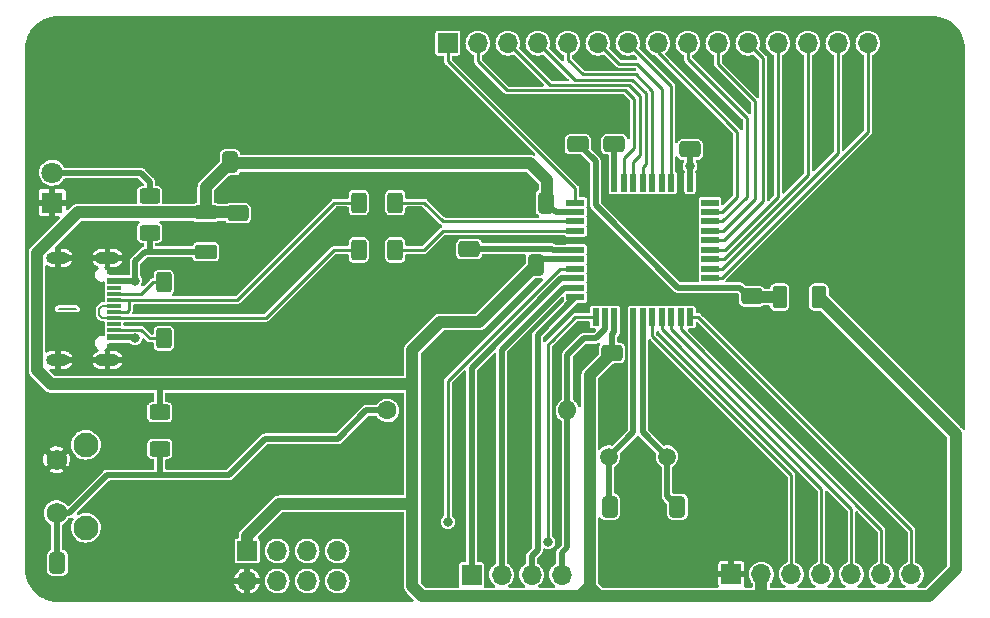
<source format=gbr>
%TF.GenerationSoftware,KiCad,Pcbnew,(6.0.7-1)-1*%
%TF.CreationDate,2022-09-20T14:46:44+12:00*%
%TF.ProjectId,ENEL300Group10MCUBoard,454e454c-3330-4304-9772-6f757031304d,rev?*%
%TF.SameCoordinates,Original*%
%TF.FileFunction,Copper,L1,Top*%
%TF.FilePolarity,Positive*%
%FSLAX46Y46*%
G04 Gerber Fmt 4.6, Leading zero omitted, Abs format (unit mm)*
G04 Created by KiCad (PCBNEW (6.0.7-1)-1) date 2022-09-20 14:46:44*
%MOMM*%
%LPD*%
G01*
G04 APERTURE LIST*
G04 Aperture macros list*
%AMRoundRect*
0 Rectangle with rounded corners*
0 $1 Rounding radius*
0 $2 $3 $4 $5 $6 $7 $8 $9 X,Y pos of 4 corners*
0 Add a 4 corners polygon primitive as box body*
4,1,4,$2,$3,$4,$5,$6,$7,$8,$9,$2,$3,0*
0 Add four circle primitives for the rounded corners*
1,1,$1+$1,$2,$3*
1,1,$1+$1,$4,$5*
1,1,$1+$1,$6,$7*
1,1,$1+$1,$8,$9*
0 Add four rect primitives between the rounded corners*
20,1,$1+$1,$2,$3,$4,$5,0*
20,1,$1+$1,$4,$5,$6,$7,0*
20,1,$1+$1,$6,$7,$8,$9,0*
20,1,$1+$1,$8,$9,$2,$3,0*%
G04 Aperture macros list end*
%TA.AperFunction,NonConductor*%
%ADD10C,0.200000*%
%TD*%
%TA.AperFunction,SMDPad,CuDef*%
%ADD11RoundRect,0.250000X-0.412500X-0.650000X0.412500X-0.650000X0.412500X0.650000X-0.412500X0.650000X0*%
%TD*%
%TA.AperFunction,SMDPad,CuDef*%
%ADD12RoundRect,0.250000X0.412500X0.650000X-0.412500X0.650000X-0.412500X-0.650000X0.412500X-0.650000X0*%
%TD*%
%TA.AperFunction,SMDPad,CuDef*%
%ADD13RoundRect,0.250000X-0.650000X0.412500X-0.650000X-0.412500X0.650000X-0.412500X0.650000X0.412500X0*%
%TD*%
%TA.AperFunction,SMDPad,CuDef*%
%ADD14RoundRect,0.250000X0.400000X0.625000X-0.400000X0.625000X-0.400000X-0.625000X0.400000X-0.625000X0*%
%TD*%
%TA.AperFunction,SMDPad,CuDef*%
%ADD15RoundRect,0.250000X-0.362500X-0.700000X0.362500X-0.700000X0.362500X0.700000X-0.362500X0.700000X0*%
%TD*%
%TA.AperFunction,SMDPad,CuDef*%
%ADD16RoundRect,0.250000X-0.625000X0.400000X-0.625000X-0.400000X0.625000X-0.400000X0.625000X0.400000X0*%
%TD*%
%TA.AperFunction,ComponentPad*%
%ADD17C,1.600000*%
%TD*%
%TA.AperFunction,ComponentPad*%
%ADD18O,1.600000X1.600000*%
%TD*%
%TA.AperFunction,SMDPad,CuDef*%
%ADD19R,1.150000X0.600000*%
%TD*%
%TA.AperFunction,SMDPad,CuDef*%
%ADD20R,1.150000X0.300000*%
%TD*%
%TA.AperFunction,ComponentPad*%
%ADD21O,2.100000X1.050000*%
%TD*%
%TA.AperFunction,ComponentPad*%
%ADD22O,2.000000X1.000000*%
%TD*%
%TA.AperFunction,ComponentPad*%
%ADD23C,2.100000*%
%TD*%
%TA.AperFunction,ComponentPad*%
%ADD24C,1.750000*%
%TD*%
%TA.AperFunction,ComponentPad*%
%ADD25O,1.700000X1.700000*%
%TD*%
%TA.AperFunction,ComponentPad*%
%ADD26R,1.700000X1.700000*%
%TD*%
%TA.AperFunction,SMDPad,CuDef*%
%ADD27R,1.500000X0.550000*%
%TD*%
%TA.AperFunction,SMDPad,CuDef*%
%ADD28R,0.550000X1.500000*%
%TD*%
%TA.AperFunction,SMDPad,CuDef*%
%ADD29RoundRect,0.250000X-0.700000X0.362500X-0.700000X-0.362500X0.700000X-0.362500X0.700000X0.362500X0*%
%TD*%
%TA.AperFunction,ComponentPad*%
%ADD30R,1.800000X1.800000*%
%TD*%
%TA.AperFunction,ComponentPad*%
%ADD31C,1.800000*%
%TD*%
%TA.AperFunction,ComponentPad*%
%ADD32C,1.500000*%
%TD*%
%TA.AperFunction,SMDPad,CuDef*%
%ADD33RoundRect,0.250000X0.650000X-0.412500X0.650000X0.412500X-0.650000X0.412500X-0.650000X-0.412500X0*%
%TD*%
%TA.AperFunction,ViaPad*%
%ADD34C,0.800000*%
%TD*%
%TA.AperFunction,Conductor*%
%ADD35C,1.000000*%
%TD*%
%TA.AperFunction,Conductor*%
%ADD36C,0.500000*%
%TD*%
%TA.AperFunction,Conductor*%
%ADD37C,0.250000*%
%TD*%
%TA.AperFunction,Conductor*%
%ADD38C,0.200000*%
%TD*%
G04 APERTURE END LIST*
D10*
X53050000Y-62500000D02*
X54550000Y-62500000D01*
D11*
%TO.P,C8,1*%
%TO.N,/XTAL2*%
X99687500Y-79250000D03*
%TO.P,C8,2*%
%TO.N,GND*%
X102812500Y-79250000D03*
%TD*%
D12*
%TO.P,C3,1*%
%TO.N,VCC*%
X93462500Y-58800000D03*
%TO.P,C3,2*%
%TO.N,GND*%
X90337500Y-58800000D03*
%TD*%
D13*
%TO.P,C4,1*%
%TO.N,VCC*%
X99900000Y-66237500D03*
%TO.P,C4,2*%
%TO.N,GND*%
X99900000Y-69362500D03*
%TD*%
D14*
%TO.P,R1,1*%
%TO.N,D-*%
X81550000Y-53500000D03*
%TO.P,R1,2*%
%TO.N,/d-*%
X78450000Y-53500000D03*
%TD*%
D15*
%TO.P,L1,1,1*%
%TO.N,AVCC*%
X114087500Y-61500000D03*
%TO.P,L1,2,2*%
%TO.N,VCC*%
X117412500Y-61500000D03*
%TD*%
D16*
%TO.P,R7,1*%
%TO.N,VCC*%
X61600000Y-71250000D03*
%TO.P,R7,2*%
%TO.N,Net-(C6-Pad1)*%
X61600000Y-74350000D03*
%TD*%
D13*
%TO.P,C9,1*%
%TO.N,/UCAP*%
X87800000Y-57437500D03*
%TO.P,C9,2*%
%TO.N,GND*%
X87800000Y-60562500D03*
%TD*%
D17*
%TO.P,R4,1*%
%TO.N,Net-(C6-Pad1)*%
X80880000Y-71100000D03*
D18*
%TO.P,R4,2*%
%TO.N,RESET*%
X96120000Y-71100000D03*
%TD*%
D19*
%TO.P,J1,A1,GND*%
%TO.N,GND*%
X57755000Y-59300000D03*
X57755000Y-65700000D03*
%TO.P,J1,A4,VBUS*%
%TO.N,VBUS*%
X57755000Y-60100000D03*
X57755000Y-64900000D03*
D20*
%TO.P,J1,A5,CC1*%
%TO.N,/CC1*%
X57755000Y-61250000D03*
%TO.P,J1,A6,D+*%
%TO.N,/d+*%
X57755000Y-62250000D03*
%TO.P,J1,A7,D-*%
%TO.N,/d-*%
X57755000Y-62750000D03*
%TO.P,J1,A8,SBU1*%
%TO.N,unconnected-(J1-PadA8)*%
X57755000Y-63750000D03*
%TO.P,J1,B5,CC2*%
%TO.N,/CC2*%
X57755000Y-64250000D03*
%TO.P,J1,B6,D+*%
%TO.N,/d+*%
X57755000Y-63250000D03*
%TO.P,J1,B7,D-*%
%TO.N,/d-*%
X57755000Y-61750000D03*
%TO.P,J1,B8,SBU2*%
%TO.N,unconnected-(J1-PadB8)*%
X57755000Y-60750000D03*
D21*
%TO.P,J1,S1,SHIELD*%
%TO.N,GND*%
X57180000Y-58180000D03*
D22*
X53000000Y-58180000D03*
X53000000Y-66820000D03*
D21*
X57180000Y-66820000D03*
%TD*%
D13*
%TO.P,C2,1*%
%TO.N,VCC*%
X68200000Y-54397500D03*
%TO.P,C2,2*%
%TO.N,GND*%
X68200000Y-57522500D03*
%TD*%
D23*
%TO.P,RESET1,*%
%TO.N,*%
X55352500Y-81025000D03*
X55352500Y-74015000D03*
D24*
%TO.P,RESET1,1,1*%
%TO.N,Net-(C6-Pad1)*%
X52862500Y-79775000D03*
%TO.P,RESET1,2,2*%
%TO.N,GND*%
X52862500Y-75275000D03*
%TD*%
D14*
%TO.P,R2,1*%
%TO.N,D+*%
X81550000Y-57500000D03*
%TO.P,R2,2*%
%TO.N,/d+*%
X78450000Y-57500000D03*
%TD*%
D25*
%TO.P,WIRELESS1,1,Pin_1*%
%TO.N,GND*%
X69000000Y-85540000D03*
D26*
%TO.P,WIRELESS1,2,Pin_2*%
%TO.N,VCC*%
X69000000Y-83000000D03*
D25*
%TO.P,WIRELESS1,3,Pin_3*%
%TO.N,CE_COM*%
X71540000Y-85540000D03*
%TO.P,WIRELESS1,4,Pin_4*%
%TO.N,CNS*%
X71540000Y-83000000D03*
%TO.P,WIRELESS1,5,Pin_5*%
%TO.N,SCK*%
X74080000Y-85540000D03*
%TO.P,WIRELESS1,6,Pin_6*%
%TO.N,MOSI*%
X74080000Y-83000000D03*
%TO.P,WIRELESS1,7,Pin_7*%
%TO.N,MISO*%
X76620000Y-85540000D03*
%TO.P,WIRELESS1,8,Pin_8*%
%TO.N,unconnected-(WIRELESS1-Pad8)*%
X76620000Y-83000000D03*
%TD*%
D27*
%TO.P,U1,1,PE6*%
%TO.N,PE6*%
X96800000Y-53500000D03*
%TO.P,U1,2,UVCC*%
%TO.N,VCC*%
X96800000Y-54300000D03*
%TO.P,U1,3,D-*%
%TO.N,D-*%
X96800000Y-55100000D03*
%TO.P,U1,4,D+*%
%TO.N,D+*%
X96800000Y-55900000D03*
%TO.P,U1,5,UGND*%
%TO.N,GND*%
X96800000Y-56700000D03*
%TO.P,U1,6,UCAP*%
%TO.N,/UCAP*%
X96800000Y-57500000D03*
%TO.P,U1,7,VBUS*%
%TO.N,VCC*%
X96800000Y-58300000D03*
%TO.P,U1,8,PB0*%
%TO.N,CNS*%
X96800000Y-59100000D03*
%TO.P,U1,9,PB1*%
%TO.N,SCK*%
X96800000Y-59900000D03*
%TO.P,U1,10,PB2*%
%TO.N,MOSI*%
X96800000Y-60700000D03*
%TO.P,U1,11,PB3*%
%TO.N,MISO*%
X96800000Y-61500000D03*
D28*
%TO.P,U1,12,PB7*%
%TO.N,CE_COM*%
X98500000Y-63200000D03*
%TO.P,U1,13,~{RESET}*%
%TO.N,RESET*%
X99300000Y-63200000D03*
%TO.P,U1,14,VCC*%
%TO.N,VCC*%
X100100000Y-63200000D03*
%TO.P,U1,15,GND*%
%TO.N,GND*%
X100900000Y-63200000D03*
%TO.P,U1,16,XTAL2*%
%TO.N,/XTAL2*%
X101700000Y-63200000D03*
%TO.P,U1,17,XTAL1*%
%TO.N,/XTAL1*%
X102500000Y-63200000D03*
%TO.P,U1,18,PD0*%
%TO.N,PD0*%
X103300000Y-63200000D03*
%TO.P,U1,19,PD1*%
%TO.N,PD1*%
X104100000Y-63200000D03*
%TO.P,U1,20,PD2*%
%TO.N,PD2*%
X104900000Y-63200000D03*
%TO.P,U1,21,PD3*%
%TO.N,PD3*%
X105700000Y-63200000D03*
%TO.P,U1,22,PD5*%
%TO.N,PD5*%
X106500000Y-63200000D03*
D27*
%TO.P,U1,23,GND*%
%TO.N,GND*%
X108200000Y-61500000D03*
%TO.P,U1,24,AVCC*%
%TO.N,AVCC*%
X108200000Y-60700000D03*
%TO.P,U1,25,PD4*%
%TO.N,PD4*%
X108200000Y-59900000D03*
%TO.P,U1,26,PD6*%
%TO.N,PD6*%
X108200000Y-59100000D03*
%TO.P,U1,27,PD7*%
%TO.N,PD7*%
X108200000Y-58300000D03*
%TO.P,U1,28,PB4*%
%TO.N,PB4*%
X108200000Y-57500000D03*
%TO.P,U1,29,PB5*%
%TO.N,PB5*%
X108200000Y-56700000D03*
%TO.P,U1,30,PB6*%
%TO.N,PB6*%
X108200000Y-55900000D03*
%TO.P,U1,31,PC6*%
%TO.N,PC6*%
X108200000Y-55100000D03*
%TO.P,U1,32,PC7*%
%TO.N,PC7*%
X108200000Y-54300000D03*
%TO.P,U1,33,~{HWB}/PE2*%
%TO.N,HWB*%
X108200000Y-53500000D03*
D28*
%TO.P,U1,34,VCC*%
%TO.N,VCC*%
X106500000Y-51800000D03*
%TO.P,U1,35,GND*%
%TO.N,GND*%
X105700000Y-51800000D03*
%TO.P,U1,36,PF7*%
%TO.N,PF7*%
X104900000Y-51800000D03*
%TO.P,U1,37,PF6*%
%TO.N,PF6*%
X104100000Y-51800000D03*
%TO.P,U1,38,PF5*%
%TO.N,PF5*%
X103300000Y-51800000D03*
%TO.P,U1,39,PF4*%
%TO.N,PF4*%
X102500000Y-51800000D03*
%TO.P,U1,40,PF1*%
%TO.N,PF1*%
X101700000Y-51800000D03*
%TO.P,U1,41,PF0*%
%TO.N,ADC*%
X100900000Y-51800000D03*
%TO.P,U1,42,AREF*%
%TO.N,AREF*%
X100100000Y-51800000D03*
%TO.P,U1,43,GND*%
%TO.N,GND*%
X99300000Y-51800000D03*
%TO.P,U1,44,AVCC*%
%TO.N,AVCC*%
X98500000Y-51800000D03*
%TD*%
D29*
%TO.P,FB1,1*%
%TO.N,VCC*%
X65500000Y-54337500D03*
%TO.P,FB1,2*%
%TO.N,VBUS*%
X65500000Y-57662500D03*
%TD*%
D30*
%TO.P,PWR1,1,K*%
%TO.N,GND*%
X52500000Y-53500000D03*
D31*
%TO.P,PWR1,2,A*%
%TO.N,Net-(PWR1-Pad2)*%
X52500000Y-50960000D03*
%TD*%
D32*
%TO.P,Y1,1,1*%
%TO.N,/XTAL1*%
X104550000Y-75000000D03*
%TO.P,Y1,2,2*%
%TO.N,/XTAL2*%
X99650000Y-75000000D03*
%TD*%
D12*
%TO.P,C5,1*%
%TO.N,VCC*%
X94312500Y-53500000D03*
%TO.P,C5,2*%
%TO.N,GND*%
X91187500Y-53500000D03*
%TD*%
D26*
%TO.P,GPIO2,1,Pin_1*%
%TO.N,PE6*%
X86000000Y-40000000D03*
D25*
%TO.P,GPIO2,2,Pin_2*%
%TO.N,ADC*%
X88540000Y-40000000D03*
%TO.P,GPIO2,3,Pin_3*%
%TO.N,PF1*%
X91080000Y-40000000D03*
%TO.P,GPIO2,4,Pin_4*%
%TO.N,PF4*%
X93620000Y-40000000D03*
%TO.P,GPIO2,5,Pin_5*%
%TO.N,PF5*%
X96160000Y-40000000D03*
%TO.P,GPIO2,6,Pin_6*%
%TO.N,PF6*%
X98700000Y-40000000D03*
%TO.P,GPIO2,7,Pin_7*%
%TO.N,PF7*%
X101240000Y-40000000D03*
%TO.P,GPIO2,8,Pin_8*%
%TO.N,PC7*%
X103780000Y-40000000D03*
%TO.P,GPIO2,9,Pin_9*%
%TO.N,PC6*%
X106320000Y-40000000D03*
%TO.P,GPIO2,10,Pin_10*%
%TO.N,PB6*%
X108860000Y-40000000D03*
%TO.P,GPIO2,11,Pin_11*%
%TO.N,PB5*%
X111400000Y-40000000D03*
%TO.P,GPIO2,12,Pin_12*%
%TO.N,PB4*%
X113940000Y-40000000D03*
%TO.P,GPIO2,13,Pin_13*%
%TO.N,PD7*%
X116480000Y-40000000D03*
%TO.P,GPIO2,14,Pin_14*%
%TO.N,PD6*%
X119020000Y-40000000D03*
%TO.P,GPIO2,15,Pin_15*%
%TO.N,PD4*%
X121560000Y-40000000D03*
%TD*%
D16*
%TO.P,R3,1*%
%TO.N,Net-(PWR1-Pad2)*%
X60750000Y-52950000D03*
%TO.P,R3,2*%
%TO.N,VBUS*%
X60750000Y-56050000D03*
%TD*%
D13*
%TO.P,C12,1*%
%TO.N,AVCC*%
X111750000Y-61437500D03*
%TO.P,C12,2*%
%TO.N,GND*%
X111750000Y-64562500D03*
%TD*%
D11*
%TO.P,C7,1*%
%TO.N,/XTAL1*%
X105437500Y-79250000D03*
%TO.P,C7,2*%
%TO.N,GND*%
X108562500Y-79250000D03*
%TD*%
D33*
%TO.P,C10,1*%
%TO.N,AREF*%
X100100000Y-48562500D03*
%TO.P,C10,2*%
%TO.N,GND*%
X100100000Y-45437500D03*
%TD*%
D11*
%TO.P,C6,1*%
%TO.N,Net-(C6-Pad1)*%
X52937500Y-84000000D03*
%TO.P,C6,2*%
%TO.N,GND*%
X56062500Y-84000000D03*
%TD*%
D26*
%TO.P,J2,1,Pin_1*%
%TO.N,SCK*%
X88000000Y-85000000D03*
D25*
%TO.P,J2,2,Pin_2*%
%TO.N,MOSI*%
X90540000Y-85000000D03*
%TO.P,J2,3,Pin_3*%
%TO.N,MISO*%
X93080000Y-85000000D03*
%TO.P,J2,4,Pin_4*%
%TO.N,RESET*%
X95620000Y-85000000D03*
%TD*%
D26*
%TO.P,GPIO1,1,Pin_1*%
%TO.N,GND*%
X110000000Y-84975000D03*
D25*
%TO.P,GPIO1,2,Pin_2*%
%TO.N,VCC*%
X112540000Y-84975000D03*
%TO.P,GPIO1,3,Pin_3*%
%TO.N,PD0*%
X115080000Y-84975000D03*
%TO.P,GPIO1,4,Pin_4*%
%TO.N,PD1*%
X117620000Y-84975000D03*
%TO.P,GPIO1,5,Pin_5*%
%TO.N,PD2*%
X120160000Y-84975000D03*
%TO.P,GPIO1,6,Pin_6*%
%TO.N,PD3*%
X122700000Y-84975000D03*
%TO.P,GPIO1,7,Pin_7*%
%TO.N,PD5*%
X125240000Y-84975000D03*
%TD*%
D14*
%TO.P,R6,1*%
%TO.N,GND*%
X65050000Y-65000000D03*
%TO.P,R6,2*%
%TO.N,/CC2*%
X61950000Y-65000000D03*
%TD*%
%TO.P,R5,1*%
%TO.N,GND*%
X65050000Y-60250000D03*
%TO.P,R5,2*%
%TO.N,/CC1*%
X61950000Y-60250000D03*
%TD*%
D33*
%TO.P,C13,1*%
%TO.N,VCC*%
X106500000Y-49000000D03*
%TO.P,C13,2*%
%TO.N,GND*%
X106500000Y-45875000D03*
%TD*%
D12*
%TO.P,C1,1*%
%TO.N,VCC*%
X67562500Y-50100000D03*
%TO.P,C1,2*%
%TO.N,GND*%
X64437500Y-50100000D03*
%TD*%
D33*
%TO.P,C11,1*%
%TO.N,AVCC*%
X97000000Y-48562500D03*
%TO.P,C11,2*%
%TO.N,GND*%
X97000000Y-45437500D03*
%TD*%
D34*
%TO.N,VCC*%
X106500000Y-50400000D03*
X94400000Y-51600000D03*
%TO.N,GND*%
X95000000Y-47250000D03*
X56500000Y-86000000D03*
X56500000Y-71000000D03*
X58000000Y-46000000D03*
X56500000Y-76000000D03*
X128500000Y-64000000D03*
X71500000Y-56000000D03*
X81500000Y-61000000D03*
X56500000Y-56000000D03*
X120300000Y-42300000D03*
X96250000Y-65000000D03*
X63500000Y-52000000D03*
X83500000Y-44000000D03*
X76500000Y-76000000D03*
X91300000Y-42300000D03*
X121400000Y-82600000D03*
X114000000Y-63500000D03*
X81400000Y-83000000D03*
X51000000Y-43500000D03*
X119000000Y-73500000D03*
X99500000Y-85000000D03*
X71500000Y-76000000D03*
X76500000Y-66000000D03*
X118800000Y-79200000D03*
X51500000Y-86000000D03*
X64000000Y-39500000D03*
X123500000Y-44000000D03*
X117500000Y-63500000D03*
X81500000Y-76000000D03*
X104000000Y-67500000D03*
X74000000Y-39500000D03*
X118500000Y-59000000D03*
X114000000Y-80000000D03*
X100000000Y-53600000D03*
X128500000Y-49000000D03*
X98600000Y-56800000D03*
X84000000Y-48500000D03*
X108200000Y-63000000D03*
X81500000Y-66000000D03*
X113500000Y-59000000D03*
X88100000Y-42300000D03*
X128500000Y-59000000D03*
X66500000Y-86000000D03*
X76500000Y-61000000D03*
X122000000Y-68500000D03*
X123500000Y-54000000D03*
X114000000Y-68500000D03*
X81500000Y-85300000D03*
X71500000Y-71000000D03*
X124000000Y-82600000D03*
X128500000Y-54000000D03*
X128500000Y-44000000D03*
X81500000Y-56000000D03*
X123000000Y-73500000D03*
X97700000Y-66400000D03*
X91000000Y-48500000D03*
X95250000Y-76750000D03*
X116200000Y-82600000D03*
X51500000Y-71000000D03*
X69000000Y-44000000D03*
X111000000Y-42300000D03*
X89600000Y-53400000D03*
X109200000Y-49800000D03*
X74000000Y-48500000D03*
X92000000Y-77000000D03*
X123500000Y-64000000D03*
X89250000Y-77000000D03*
X51500000Y-81000000D03*
X128500000Y-39000000D03*
X66500000Y-81000000D03*
X128500000Y-69000000D03*
X118000000Y-68500000D03*
X66500000Y-71000000D03*
X118800000Y-82600000D03*
X76500000Y-71000000D03*
X76500000Y-56000000D03*
X66500000Y-61000000D03*
X108000000Y-85000000D03*
X91800000Y-58800000D03*
X123500000Y-59000000D03*
X62000000Y-48500000D03*
X74000000Y-44000000D03*
X61500000Y-86000000D03*
X100800000Y-61400000D03*
X86300000Y-66000000D03*
X61500000Y-81000000D03*
X127000000Y-78500000D03*
X51000000Y-48500000D03*
X108200000Y-65500000D03*
X100840000Y-64910000D03*
X117700000Y-42400000D03*
X115200000Y-42400000D03*
X124000000Y-78500000D03*
X118500000Y-54000000D03*
X99900000Y-67800000D03*
X105600000Y-53600000D03*
X87800000Y-58900000D03*
X84000000Y-39500000D03*
X79000000Y-39500000D03*
X85700000Y-82900000D03*
X92200000Y-66000000D03*
X116200000Y-77800000D03*
X127000000Y-84500000D03*
X79000000Y-44000000D03*
X58000000Y-39500000D03*
X106400000Y-59600000D03*
X89600000Y-67400000D03*
X106500000Y-47400000D03*
X127000000Y-73500000D03*
X63000000Y-56000000D03*
X64000000Y-44000000D03*
X79000000Y-48500000D03*
X84700000Y-77000000D03*
%TO.N,VBUS*%
X59520000Y-60100000D03*
X59500000Y-64974500D03*
%TO.N,CE_COM*%
X94500000Y-82250000D03*
%TO.N,CNS*%
X86000000Y-80540000D03*
%TD*%
D35*
%TO.N,VCC*%
X67525000Y-50175000D02*
X72825000Y-50175000D01*
D36*
X95112500Y-54300000D02*
X94312500Y-53500000D01*
X106500000Y-51800000D02*
X106500000Y-49000000D01*
D35*
X129000000Y-84500000D02*
X126700000Y-86800000D01*
D36*
X106500000Y-49262500D02*
X106600000Y-49162500D01*
D35*
X126700000Y-86800000D02*
X112500000Y-86800000D01*
X65500000Y-54337500D02*
X54646123Y-54337500D01*
X112540000Y-86760000D02*
X112540000Y-84975000D01*
X61700000Y-68900000D02*
X82600000Y-68900000D01*
D36*
X93962500Y-58300000D02*
X93462500Y-58800000D01*
D35*
X112500000Y-86800000D02*
X112540000Y-86760000D01*
X72825000Y-50175000D02*
X72828249Y-50171751D01*
X65500000Y-54337500D02*
X68140000Y-54337500D01*
X83800000Y-86800000D02*
X83000000Y-86000000D01*
X129000000Y-73087500D02*
X129000000Y-84500000D01*
X117412500Y-61500000D02*
X129000000Y-73087500D01*
X69000000Y-83000000D02*
X69000000Y-81700000D01*
X98000000Y-68137500D02*
X99900000Y-66237500D01*
D36*
X99900000Y-64650000D02*
X100100000Y-64450000D01*
D35*
X51200000Y-57783623D02*
X51200000Y-67690000D01*
X54646123Y-54337500D02*
X51200000Y-57783623D01*
D36*
X96800000Y-54300000D02*
X95112500Y-54300000D01*
D35*
X83000000Y-79000000D02*
X83000000Y-65944365D01*
X88662500Y-63600000D02*
X93462500Y-58800000D01*
X85344365Y-63600000D02*
X88662500Y-63600000D01*
X52410000Y-68900000D02*
X61700000Y-68900000D01*
X94400000Y-53412500D02*
X94312500Y-53500000D01*
X97900000Y-86100000D02*
X97200000Y-86800000D01*
X98800000Y-86800000D02*
X98000000Y-86800000D01*
X83000000Y-79000000D02*
X83000000Y-86000000D01*
X68140000Y-54337500D02*
X68200000Y-54397500D01*
D36*
X61600000Y-71250000D02*
X61600000Y-69000000D01*
D35*
X65500000Y-52200000D02*
X67525000Y-50175000D01*
X94400000Y-51600000D02*
X94400000Y-53412500D01*
X98000000Y-86800000D02*
X83800000Y-86800000D01*
D36*
X61600000Y-69000000D02*
X61700000Y-68900000D01*
D35*
X92971751Y-50171751D02*
X94400000Y-51600000D01*
X69000000Y-81700000D02*
X71700000Y-79000000D01*
X98000000Y-86800000D02*
X98000000Y-68137500D01*
X98200000Y-86200000D02*
X98800000Y-86800000D01*
X112500000Y-86800000D02*
X98800000Y-86800000D01*
X51200000Y-67690000D02*
X52410000Y-68900000D01*
D36*
X99900000Y-66237500D02*
X99900000Y-64650000D01*
D35*
X83000000Y-65944365D02*
X85344365Y-63600000D01*
D36*
X96800000Y-58300000D02*
X93962500Y-58300000D01*
D35*
X65500000Y-54337500D02*
X65500000Y-52200000D01*
X72828249Y-50171751D02*
X92971751Y-50171751D01*
X71700000Y-79000000D02*
X83000000Y-79000000D01*
D36*
X100100000Y-64450000D02*
X100100000Y-63200000D01*
%TO.N,RESET*%
X96120000Y-82630000D02*
X96120000Y-71100000D01*
X99300000Y-63200000D02*
X99300000Y-64200000D01*
X99300000Y-64200000D02*
X98500000Y-65000000D01*
X98500000Y-65000000D02*
X97500000Y-65000000D01*
X97500000Y-65000000D02*
X96120000Y-66380000D01*
X96120000Y-66380000D02*
X96120000Y-71100000D01*
X95620000Y-85000000D02*
X95620000Y-83130000D01*
X96160000Y-71140000D02*
X96120000Y-71100000D01*
X95620000Y-83130000D02*
X96120000Y-82630000D01*
X96130000Y-71110000D02*
X96120000Y-71100000D01*
%TO.N,AREF*%
X100100000Y-51800000D02*
X100100000Y-48250000D01*
%TO.N,AVCC*%
X98500000Y-51800000D02*
X98500000Y-50000000D01*
X98500000Y-50000000D02*
X96750000Y-48250000D01*
X105500000Y-60700000D02*
X98500000Y-53700000D01*
D35*
X114087500Y-61500000D02*
X111500000Y-61500000D01*
D36*
X108200000Y-60700000D02*
X105500000Y-60700000D01*
X108200000Y-60700000D02*
X110700000Y-60700000D01*
X98500000Y-53700000D02*
X98500000Y-51800000D01*
X110700000Y-60700000D02*
X111500000Y-61500000D01*
%TO.N,VBUS*%
X60750000Y-56050000D02*
X60750000Y-57575000D01*
X57755000Y-60100000D02*
X59520000Y-60100000D01*
X57755000Y-64900000D02*
X59425500Y-64900000D01*
X59425500Y-64900000D02*
X59500000Y-64974500D01*
X59520000Y-58480000D02*
X59520000Y-60100000D01*
X60662500Y-57662500D02*
X60337500Y-57662500D01*
X60750000Y-57575000D02*
X60662500Y-57662500D01*
X65500000Y-57662500D02*
X60662500Y-57662500D01*
X60337500Y-57662500D02*
X59520000Y-58480000D01*
D37*
%TO.N,CE_COM*%
X94800000Y-65200000D02*
X96800000Y-63200000D01*
X94500000Y-65500000D02*
X94500000Y-82250000D01*
X96800000Y-63200000D02*
X98500000Y-63200000D01*
X94800000Y-65200000D02*
X94500000Y-65500000D01*
D36*
%TO.N,SCK*%
X88000000Y-67500000D02*
X95600000Y-59900000D01*
X88000000Y-85000000D02*
X88000000Y-67500000D01*
X95600000Y-59900000D02*
X96800000Y-59900000D01*
%TO.N,MISO*%
X93080000Y-83420000D02*
X93590000Y-82910000D01*
X93590000Y-64710000D02*
X96800000Y-61500000D01*
X93590000Y-82910000D02*
X93590000Y-64710000D01*
X93080000Y-85000000D02*
X93080000Y-83420000D01*
D37*
%TO.N,CNS*%
X95500000Y-59100000D02*
X86000000Y-68600000D01*
X96800000Y-59100000D02*
X95500000Y-59100000D01*
X86000000Y-68600000D02*
X86000000Y-80540000D01*
D36*
%TO.N,MOSI*%
X90540000Y-65949950D02*
X95789950Y-60700000D01*
X90540000Y-85000000D02*
X90540000Y-65949950D01*
X95789950Y-60700000D02*
X96800000Y-60700000D01*
D37*
%TO.N,D-*%
X85610000Y-55100000D02*
X84010000Y-53500000D01*
X84010000Y-53500000D02*
X81550000Y-53500000D01*
X96800000Y-55100000D02*
X85610000Y-55100000D01*
%TO.N,D+*%
X81550000Y-57500000D02*
X84010000Y-57500000D01*
X84010000Y-57500000D02*
X85610000Y-55900000D01*
X85610000Y-55900000D02*
X96800000Y-55900000D01*
%TO.N,ADC*%
X101750000Y-44750000D02*
X101000000Y-44000000D01*
X101000000Y-44000000D02*
X91000000Y-44000000D01*
X100900000Y-51800000D02*
X100900000Y-49698602D01*
X101750000Y-48848602D02*
X101750000Y-44750000D01*
X100900000Y-49698602D02*
X101750000Y-48848602D01*
X88540000Y-41540000D02*
X88540000Y-39975000D01*
X91000000Y-44000000D02*
X88540000Y-41540000D01*
D36*
%TO.N,Net-(PWR1-Pad2)*%
X60750000Y-52950000D02*
X60750000Y-51750000D01*
X52540000Y-51000000D02*
X52500000Y-50960000D01*
X60750000Y-51750000D02*
X60000000Y-51000000D01*
X60000000Y-51000000D02*
X52540000Y-51000000D01*
%TO.N,Net-(C6-Pad1)*%
X52862500Y-83925000D02*
X52937500Y-84000000D01*
X53927082Y-79775000D02*
X52862500Y-79775000D01*
X52862500Y-79775000D02*
X52862500Y-83925000D01*
X61600000Y-74350000D02*
X61600000Y-76400000D01*
X57142082Y-76560000D02*
X53927082Y-79775000D01*
X79080000Y-71100000D02*
X76680000Y-73500000D01*
X80880000Y-71100000D02*
X79080000Y-71100000D01*
X61440000Y-76560000D02*
X57142082Y-76560000D01*
X70500000Y-73500000D02*
X67440000Y-76560000D01*
X76680000Y-73500000D02*
X70500000Y-73500000D01*
X61600000Y-76400000D02*
X61440000Y-76560000D01*
X67440000Y-76560000D02*
X61440000Y-76560000D01*
D37*
%TO.N,PF1*%
X91080000Y-39975000D02*
X94655000Y-43550000D01*
X94655000Y-43550000D02*
X101300000Y-43550000D01*
X101700000Y-50050000D02*
X101700000Y-51800000D01*
X101300000Y-43550000D02*
X102250000Y-44500000D01*
X102250000Y-49500000D02*
X101700000Y-50050000D01*
X102250000Y-44500000D02*
X102250000Y-49500000D01*
%TO.N,PF4*%
X101600000Y-43100000D02*
X102750000Y-44250000D01*
X96745000Y-43100000D02*
X101600000Y-43100000D01*
X102500000Y-50500000D02*
X102500000Y-51800000D01*
X93620000Y-39975000D02*
X96745000Y-43100000D01*
X102750000Y-50250000D02*
X102500000Y-50500000D01*
X102750000Y-44250000D02*
X102750000Y-50250000D01*
%TO.N,PF5*%
X96160000Y-41410000D02*
X96160000Y-39975000D01*
X101900000Y-42650000D02*
X97400000Y-42650000D01*
X97400000Y-42650000D02*
X96160000Y-41410000D01*
X103300000Y-51800000D02*
X103300000Y-44050000D01*
X103300000Y-44050000D02*
X101900000Y-42650000D01*
%TO.N,PF6*%
X98700000Y-39975000D02*
X100475000Y-41750000D01*
X104100000Y-43850000D02*
X104100000Y-51800000D01*
X100475000Y-41750000D02*
X102000000Y-41750000D01*
X102000000Y-41750000D02*
X104100000Y-43850000D01*
%TO.N,PF7*%
X104900000Y-43635000D02*
X101240000Y-39975000D01*
X104900000Y-51800000D02*
X104900000Y-43635000D01*
%TO.N,PC7*%
X109200000Y-54300000D02*
X110505000Y-52995000D01*
X110505000Y-47505000D02*
X103780000Y-40780000D01*
X108200000Y-54300000D02*
X109200000Y-54300000D01*
X110505000Y-52995000D02*
X110505000Y-47505000D01*
X103780000Y-40780000D02*
X103780000Y-40000000D01*
%TO.N,PC6*%
X111300000Y-53000000D02*
X109200000Y-55100000D01*
X106320000Y-41320000D02*
X111300000Y-46300000D01*
X106320000Y-39975000D02*
X106320000Y-41320000D01*
X111300000Y-46300000D02*
X111300000Y-53000000D01*
X109200000Y-55100000D02*
X108200000Y-55100000D01*
%TO.N,PB6*%
X109300000Y-55900000D02*
X108200000Y-55900000D01*
X112000000Y-53200000D02*
X109300000Y-55900000D01*
X108860000Y-40000000D02*
X108860000Y-41760000D01*
X112000000Y-44900000D02*
X112000000Y-53200000D01*
X108860000Y-41760000D02*
X112000000Y-44900000D01*
%TO.N,PB5*%
X109400000Y-56700000D02*
X112700000Y-53400000D01*
X112700000Y-41300000D02*
X111400000Y-40000000D01*
X108200000Y-56700000D02*
X109400000Y-56700000D01*
X112700000Y-53400000D02*
X112700000Y-41300000D01*
%TO.N,PB4*%
X109500000Y-57500000D02*
X113940000Y-53060000D01*
X113940000Y-53060000D02*
X113940000Y-40000000D01*
X108200000Y-57500000D02*
X109500000Y-57500000D01*
%TO.N,PD7*%
X108200000Y-58300000D02*
X109336396Y-58300000D01*
X116480000Y-51156396D02*
X116480000Y-40000000D01*
X109336396Y-58300000D02*
X116480000Y-51156396D01*
%TO.N,PD6*%
X109200000Y-59100000D02*
X119020000Y-49280000D01*
X109200000Y-59100000D02*
X108200000Y-59100000D01*
X119020000Y-49280000D02*
X119020000Y-40000000D01*
%TO.N,PD4*%
X121560000Y-47540000D02*
X121560000Y-40000000D01*
X108200000Y-59900000D02*
X109200000Y-59900000D01*
X109200000Y-59900000D02*
X121560000Y-47540000D01*
%TO.N,PD5*%
X106500000Y-63200000D02*
X107200000Y-63200000D01*
X125240000Y-81240000D02*
X125240000Y-84975000D01*
X107200000Y-63200000D02*
X125240000Y-81240000D01*
%TO.N,PD3*%
X105700000Y-63200000D02*
X105700000Y-64200000D01*
X105700000Y-64200000D02*
X122700000Y-81200000D01*
X122700000Y-81200000D02*
X122700000Y-84975000D01*
%TO.N,PD2*%
X104900000Y-64200000D02*
X120160000Y-79460000D01*
X120160000Y-79460000D02*
X120160000Y-84975000D01*
X104900000Y-63200000D02*
X104900000Y-64200000D01*
%TO.N,PD1*%
X104100000Y-64200000D02*
X117620000Y-77720000D01*
X104100000Y-63200000D02*
X104100000Y-64200000D01*
X117620000Y-77720000D02*
X117620000Y-84975000D01*
%TO.N,PD0*%
X103300000Y-63200000D02*
X103300000Y-64775000D01*
X103300000Y-64775000D02*
X115080000Y-76555000D01*
X115080000Y-76555000D02*
X115080000Y-84975000D01*
D36*
%TO.N,/UCAP*%
X94900000Y-57500000D02*
X94800000Y-57400000D01*
X87837500Y-57400000D02*
X87800000Y-57437500D01*
X96800000Y-57500000D02*
X94900000Y-57500000D01*
X94800000Y-57400000D02*
X87837500Y-57400000D01*
%TO.N,/XTAL1*%
X104550000Y-78362500D02*
X105437500Y-79250000D01*
X102500000Y-72950000D02*
X104550000Y-75000000D01*
X102500000Y-63200000D02*
X102500000Y-72950000D01*
X104550000Y-75000000D02*
X104550000Y-78362500D01*
%TO.N,/XTAL2*%
X99650000Y-79212500D02*
X99687500Y-79250000D01*
X99650000Y-75000000D02*
X101700000Y-72950000D01*
X101700000Y-72950000D02*
X101700000Y-63200000D01*
X99650000Y-75000000D02*
X99650000Y-79212500D01*
D37*
%TO.N,PE6*%
X86000000Y-41500000D02*
X96800000Y-52300000D01*
X96800000Y-52300000D02*
X96800000Y-53500000D01*
X86000000Y-41500000D02*
X86000000Y-39975000D01*
%TO.N,/d+*%
X76390000Y-57500000D02*
X78450000Y-57500000D01*
D38*
X56750000Y-62250000D02*
X57755000Y-62250000D01*
X56500000Y-63000000D02*
X56500000Y-62500000D01*
X56750000Y-63250000D02*
X56500000Y-63000000D01*
D37*
X70640000Y-63250000D02*
X76390000Y-57500000D01*
D38*
X56500000Y-62500000D02*
X56750000Y-62250000D01*
X57755000Y-63250000D02*
X56750000Y-63250000D01*
D37*
X57755000Y-63250000D02*
X70640000Y-63250000D01*
%TO.N,/d-*%
X57755000Y-61750000D02*
X68140000Y-61750000D01*
X76390000Y-53500000D02*
X78450000Y-53500000D01*
X68140000Y-61750000D02*
X76390000Y-53500000D01*
X59000000Y-62600000D02*
X59000000Y-61800000D01*
X57755000Y-62750000D02*
X58850000Y-62750000D01*
X58850000Y-62750000D02*
X59000000Y-62600000D01*
%TO.N,/CC1*%
X57755000Y-61250000D02*
X60000000Y-61250000D01*
X61000000Y-60250000D02*
X61950000Y-60250000D01*
X60000000Y-61250000D02*
X61000000Y-60250000D01*
%TO.N,/CC2*%
X60000000Y-64250000D02*
X60750000Y-65000000D01*
X60750000Y-65000000D02*
X61950000Y-65000000D01*
X57755000Y-64250000D02*
X60000000Y-64250000D01*
%TD*%
%TA.AperFunction,Conductor*%
%TO.N,GND*%
G36*
X126980921Y-37702517D02*
G01*
X126986029Y-37702526D01*
X126999641Y-37705656D01*
X127013263Y-37702574D01*
X127027225Y-37702598D01*
X127027224Y-37703160D01*
X127035328Y-37702484D01*
X127306493Y-37717713D01*
X127320310Y-37719270D01*
X127616078Y-37769522D01*
X127629636Y-37772616D01*
X127917927Y-37855672D01*
X127931052Y-37860265D01*
X128208223Y-37975073D01*
X128220751Y-37981106D01*
X128367049Y-38061962D01*
X128483334Y-38126230D01*
X128495103Y-38133626D01*
X128739785Y-38307238D01*
X128750653Y-38315904D01*
X128974364Y-38515825D01*
X128984175Y-38525636D01*
X129184093Y-38749343D01*
X129192762Y-38760215D01*
X129366374Y-39004897D01*
X129373770Y-39016666D01*
X129404224Y-39071769D01*
X129518894Y-39279249D01*
X129524927Y-39291777D01*
X129639735Y-39568948D01*
X129644328Y-39582073D01*
X129727384Y-39870364D01*
X129730478Y-39883922D01*
X129780730Y-40179690D01*
X129782287Y-40193507D01*
X129784877Y-40239614D01*
X129797311Y-40461009D01*
X129797485Y-40464108D01*
X129796805Y-40472065D01*
X129797498Y-40472066D01*
X129797474Y-40486032D01*
X129794344Y-40499641D01*
X129797427Y-40513264D01*
X129797419Y-40517648D01*
X129799500Y-40536280D01*
X129799500Y-72613382D01*
X129779815Y-72680421D01*
X129727011Y-72726176D01*
X129657853Y-72736120D01*
X129594297Y-72707095D01*
X129577125Y-72688870D01*
X129568909Y-72678163D01*
X129565093Y-72672910D01*
X129533549Y-72627013D01*
X129533546Y-72627010D01*
X129529312Y-72620849D01*
X129483297Y-72579851D01*
X129478105Y-72574949D01*
X118261819Y-61358662D01*
X118228334Y-61297339D01*
X118225500Y-61270981D01*
X118225500Y-60746166D01*
X118222519Y-60714631D01*
X118177634Y-60586816D01*
X118171211Y-60578119D01*
X118102657Y-60485306D01*
X118097150Y-60477850D01*
X118067304Y-60455805D01*
X117995639Y-60402872D01*
X117995637Y-60402871D01*
X117988184Y-60397366D01*
X117979445Y-60394297D01*
X117979443Y-60394296D01*
X117924978Y-60375170D01*
X117860369Y-60352481D01*
X117852850Y-60351770D01*
X117852849Y-60351770D01*
X117831748Y-60349775D01*
X117831738Y-60349775D01*
X117828834Y-60349500D01*
X116996166Y-60349500D01*
X116993262Y-60349775D01*
X116993252Y-60349775D01*
X116972151Y-60351770D01*
X116972150Y-60351770D01*
X116964631Y-60352481D01*
X116900022Y-60375170D01*
X116845557Y-60394296D01*
X116845555Y-60394297D01*
X116836816Y-60397366D01*
X116829363Y-60402871D01*
X116829361Y-60402872D01*
X116757696Y-60455805D01*
X116727850Y-60477850D01*
X116722343Y-60485306D01*
X116653790Y-60578119D01*
X116647366Y-60586816D01*
X116602481Y-60714631D01*
X116599500Y-60746166D01*
X116599500Y-62253834D01*
X116599775Y-62256738D01*
X116599775Y-62256748D01*
X116600407Y-62263429D01*
X116602481Y-62285369D01*
X116613098Y-62315601D01*
X116637029Y-62383747D01*
X116647366Y-62413184D01*
X116652871Y-62420637D01*
X116652872Y-62420639D01*
X116676756Y-62452975D01*
X116727850Y-62522150D01*
X116735306Y-62527657D01*
X116829361Y-62597128D01*
X116829363Y-62597129D01*
X116836816Y-62602634D01*
X116845555Y-62605703D01*
X116845557Y-62605704D01*
X116893242Y-62622449D01*
X116964631Y-62647519D01*
X116972150Y-62648230D01*
X116972151Y-62648230D01*
X116993252Y-62650225D01*
X116993262Y-62650225D01*
X116996166Y-62650500D01*
X117520982Y-62650500D01*
X117588021Y-62670185D01*
X117608663Y-62686819D01*
X128263181Y-73341338D01*
X128296666Y-73402661D01*
X128299500Y-73429019D01*
X128299500Y-84158482D01*
X128279815Y-84225521D01*
X128263181Y-84246163D01*
X126446162Y-86063181D01*
X126384839Y-86096666D01*
X126358481Y-86099500D01*
X125863787Y-86099500D01*
X125796748Y-86079815D01*
X125750993Y-86027011D01*
X125741049Y-85957853D01*
X125770074Y-85894297D01*
X125797344Y-85870804D01*
X125800206Y-85868988D01*
X125805610Y-85866258D01*
X125967951Y-85739424D01*
X125971907Y-85734840D01*
X125971911Y-85734837D01*
X126098602Y-85588062D01*
X126102564Y-85583472D01*
X126109185Y-85571818D01*
X126201327Y-85409618D01*
X126204323Y-85404344D01*
X126258052Y-85242830D01*
X126267439Y-85214611D01*
X126267439Y-85214610D01*
X126269351Y-85208863D01*
X126272429Y-85184503D01*
X126294736Y-85007919D01*
X126294736Y-85007915D01*
X126295171Y-85004474D01*
X126295583Y-84975000D01*
X126292481Y-84943360D01*
X126276072Y-84776006D01*
X126276072Y-84776004D01*
X126275480Y-84769970D01*
X126243752Y-84664882D01*
X126217688Y-84578555D01*
X126215935Y-84572749D01*
X126157811Y-84463432D01*
X126122065Y-84396203D01*
X126122064Y-84396201D01*
X126119218Y-84390849D01*
X125989011Y-84231200D01*
X125860495Y-84124882D01*
X125834946Y-84103746D01*
X125834945Y-84103745D01*
X125830275Y-84099882D01*
X125778281Y-84071769D01*
X125654392Y-84004782D01*
X125654386Y-84004780D01*
X125649055Y-84001897D01*
X125643260Y-84000103D01*
X125641449Y-83999342D01*
X125587275Y-83955217D01*
X125565500Y-83885031D01*
X125565500Y-81259627D01*
X125565972Y-81248819D01*
X125566483Y-81242977D01*
X125569264Y-81211193D01*
X125559483Y-81174690D01*
X125557145Y-81164143D01*
X125552472Y-81137641D01*
X125550588Y-81126955D01*
X125545162Y-81117558D01*
X125543904Y-81114100D01*
X125542361Y-81110791D01*
X125539554Y-81100316D01*
X125517894Y-81069383D01*
X125512080Y-81060257D01*
X125498618Y-81036939D01*
X125498616Y-81036937D01*
X125493194Y-81027545D01*
X125464255Y-81003262D01*
X125456281Y-80995955D01*
X107444050Y-62983724D01*
X107436741Y-62975749D01*
X107428274Y-62965658D01*
X107412455Y-62946806D01*
X107403063Y-62941384D01*
X107403061Y-62941382D01*
X107379743Y-62927920D01*
X107370617Y-62922106D01*
X107363209Y-62916919D01*
X107339684Y-62900446D01*
X107329209Y-62897639D01*
X107325900Y-62896096D01*
X107322442Y-62894838D01*
X107313045Y-62889412D01*
X107289035Y-62885179D01*
X107275857Y-62882855D01*
X107265310Y-62880517D01*
X107228807Y-62870736D01*
X107191181Y-62874028D01*
X107180373Y-62874500D01*
X107099500Y-62874500D01*
X107032461Y-62854815D01*
X106986706Y-62802011D01*
X106975500Y-62750500D01*
X106975500Y-62430252D01*
X106963867Y-62371769D01*
X106919552Y-62305448D01*
X106853231Y-62261133D01*
X106841255Y-62258751D01*
X106841253Y-62258750D01*
X106822674Y-62255055D01*
X106794748Y-62249500D01*
X106205252Y-62249500D01*
X106177326Y-62255055D01*
X106158747Y-62258750D01*
X106158745Y-62258751D01*
X106146769Y-62261133D01*
X106142543Y-62263957D01*
X106077983Y-62270898D01*
X106059897Y-62265587D01*
X106053231Y-62261133D01*
X106041255Y-62258751D01*
X106041253Y-62258750D01*
X106022674Y-62255055D01*
X105994748Y-62249500D01*
X105405252Y-62249500D01*
X105377326Y-62255055D01*
X105358747Y-62258750D01*
X105358745Y-62258751D01*
X105346769Y-62261133D01*
X105342543Y-62263957D01*
X105277983Y-62270898D01*
X105259897Y-62265587D01*
X105253231Y-62261133D01*
X105241255Y-62258751D01*
X105241253Y-62258750D01*
X105222674Y-62255055D01*
X105194748Y-62249500D01*
X104605252Y-62249500D01*
X104577326Y-62255055D01*
X104558747Y-62258750D01*
X104558745Y-62258751D01*
X104546769Y-62261133D01*
X104542543Y-62263957D01*
X104477983Y-62270898D01*
X104459897Y-62265587D01*
X104453231Y-62261133D01*
X104441255Y-62258751D01*
X104441253Y-62258750D01*
X104422674Y-62255055D01*
X104394748Y-62249500D01*
X103805252Y-62249500D01*
X103777326Y-62255055D01*
X103758747Y-62258750D01*
X103758745Y-62258751D01*
X103746769Y-62261133D01*
X103742543Y-62263957D01*
X103677983Y-62270898D01*
X103659897Y-62265587D01*
X103653231Y-62261133D01*
X103641255Y-62258751D01*
X103641253Y-62258750D01*
X103622674Y-62255055D01*
X103594748Y-62249500D01*
X103005252Y-62249500D01*
X102977326Y-62255055D01*
X102958747Y-62258750D01*
X102958745Y-62258751D01*
X102946769Y-62261133D01*
X102942543Y-62263957D01*
X102877983Y-62270898D01*
X102859897Y-62265587D01*
X102853231Y-62261133D01*
X102841255Y-62258751D01*
X102841253Y-62258750D01*
X102822674Y-62255055D01*
X102794748Y-62249500D01*
X102205252Y-62249500D01*
X102177326Y-62255055D01*
X102158747Y-62258750D01*
X102158745Y-62258751D01*
X102146769Y-62261133D01*
X102142543Y-62263957D01*
X102077983Y-62270898D01*
X102059897Y-62265587D01*
X102053231Y-62261133D01*
X102041255Y-62258751D01*
X102041253Y-62258750D01*
X102022674Y-62255055D01*
X101994748Y-62249500D01*
X101405252Y-62249500D01*
X101377326Y-62255055D01*
X101358747Y-62258750D01*
X101358745Y-62258751D01*
X101346769Y-62261133D01*
X101280448Y-62305448D01*
X101236133Y-62371769D01*
X101224500Y-62430252D01*
X101224500Y-63969748D01*
X101228803Y-63991382D01*
X101230518Y-64000000D01*
X101236133Y-64028231D01*
X101240804Y-64035221D01*
X101249500Y-64078940D01*
X101249500Y-72712035D01*
X101229815Y-72779074D01*
X101213181Y-72799716D01*
X99976221Y-74036676D01*
X99914898Y-74070161D01*
X99851870Y-74067449D01*
X99842049Y-74064409D01*
X99656668Y-74044924D01*
X99650635Y-74045473D01*
X99650631Y-74045473D01*
X99477074Y-74061268D01*
X99477073Y-74061268D01*
X99471032Y-74061818D01*
X99465213Y-74063531D01*
X99465211Y-74063531D01*
X99442685Y-74070161D01*
X99292214Y-74114448D01*
X99127023Y-74200807D01*
X99122295Y-74204608D01*
X99122294Y-74204609D01*
X98987239Y-74313196D01*
X98981752Y-74317608D01*
X98919489Y-74391811D01*
X98861318Y-74430512D01*
X98791457Y-74431620D01*
X98732087Y-74394783D01*
X98702058Y-74331696D01*
X98700500Y-74312104D01*
X98700500Y-68479018D01*
X98720185Y-68411979D01*
X98736819Y-68391337D01*
X99991338Y-67136819D01*
X100052661Y-67103334D01*
X100079019Y-67100500D01*
X100603834Y-67100500D01*
X100606738Y-67100225D01*
X100606748Y-67100225D01*
X100627849Y-67098230D01*
X100627850Y-67098230D01*
X100635369Y-67097519D01*
X100709051Y-67071644D01*
X100754443Y-67055704D01*
X100754445Y-67055703D01*
X100763184Y-67052634D01*
X100770637Y-67047129D01*
X100770639Y-67047128D01*
X100864694Y-66977657D01*
X100872150Y-66972150D01*
X100952634Y-66863184D01*
X100997519Y-66735369D01*
X101000500Y-66703834D01*
X101000500Y-65771166D01*
X100998650Y-65751590D01*
X100998230Y-65747151D01*
X100998230Y-65747150D01*
X100997519Y-65739631D01*
X100972449Y-65668242D01*
X100955704Y-65620557D01*
X100955703Y-65620555D01*
X100952634Y-65611816D01*
X100940757Y-65595735D01*
X100877657Y-65510306D01*
X100872150Y-65502850D01*
X100823994Y-65467281D01*
X100770639Y-65427872D01*
X100770637Y-65427871D01*
X100763184Y-65422366D01*
X100754445Y-65419297D01*
X100754443Y-65419296D01*
X100693967Y-65398059D01*
X100635369Y-65377481D01*
X100627850Y-65376770D01*
X100627849Y-65376770D01*
X100606748Y-65374775D01*
X100606738Y-65374775D01*
X100603834Y-65374500D01*
X100474500Y-65374500D01*
X100407461Y-65354815D01*
X100361706Y-65302011D01*
X100350500Y-65250500D01*
X100350500Y-64887965D01*
X100370185Y-64820926D01*
X100386819Y-64800284D01*
X100394436Y-64792667D01*
X100405349Y-64782969D01*
X100424830Y-64767611D01*
X100432110Y-64761872D01*
X100455711Y-64727725D01*
X100465471Y-64713603D01*
X100467735Y-64710434D01*
X100492804Y-64676493D01*
X100502635Y-64663183D01*
X100505029Y-64656366D01*
X100509131Y-64650431D01*
X100515144Y-64631420D01*
X100526826Y-64594481D01*
X100528041Y-64590838D01*
X100547520Y-64535369D01*
X100547799Y-64528267D01*
X100547851Y-64528005D01*
X100549980Y-64521270D01*
X100550500Y-64514663D01*
X100550500Y-64461941D01*
X100550596Y-64457073D01*
X100552474Y-64409266D01*
X100552838Y-64400006D01*
X100550960Y-64392925D01*
X100550500Y-64384562D01*
X100550500Y-64078940D01*
X100559196Y-64035221D01*
X100563867Y-64028231D01*
X100569483Y-64000000D01*
X100571197Y-63991382D01*
X100575500Y-63969748D01*
X100575500Y-62430252D01*
X100563867Y-62371769D01*
X100519552Y-62305448D01*
X100453231Y-62261133D01*
X100441255Y-62258751D01*
X100441253Y-62258750D01*
X100422674Y-62255055D01*
X100394748Y-62249500D01*
X99805252Y-62249500D01*
X99777326Y-62255055D01*
X99758747Y-62258750D01*
X99758745Y-62258751D01*
X99746769Y-62261133D01*
X99742543Y-62263957D01*
X99677983Y-62270898D01*
X99659897Y-62265587D01*
X99653231Y-62261133D01*
X99641255Y-62258751D01*
X99641253Y-62258750D01*
X99622674Y-62255055D01*
X99594748Y-62249500D01*
X99005252Y-62249500D01*
X98977326Y-62255055D01*
X98958747Y-62258750D01*
X98958745Y-62258751D01*
X98946769Y-62261133D01*
X98942543Y-62263957D01*
X98877983Y-62270898D01*
X98859897Y-62265587D01*
X98853231Y-62261133D01*
X98841255Y-62258751D01*
X98841253Y-62258750D01*
X98822674Y-62255055D01*
X98794748Y-62249500D01*
X98205252Y-62249500D01*
X98177326Y-62255055D01*
X98158747Y-62258750D01*
X98158745Y-62258751D01*
X98146769Y-62261133D01*
X98080448Y-62305448D01*
X98036133Y-62371769D01*
X98024500Y-62430252D01*
X98024500Y-62750500D01*
X98004815Y-62817539D01*
X97952011Y-62863294D01*
X97900500Y-62874500D01*
X96819619Y-62874500D01*
X96808812Y-62874028D01*
X96782000Y-62871682D01*
X96781998Y-62871682D01*
X96771193Y-62870737D01*
X96760713Y-62873545D01*
X96760712Y-62873545D01*
X96734712Y-62880511D01*
X96724155Y-62882852D01*
X96698727Y-62887336D01*
X96686955Y-62889412D01*
X96677561Y-62894835D01*
X96674108Y-62896092D01*
X96670791Y-62897639D01*
X96660316Y-62900446D01*
X96651429Y-62906669D01*
X96629383Y-62922106D01*
X96620257Y-62927920D01*
X96596939Y-62941382D01*
X96596937Y-62941384D01*
X96587545Y-62946806D01*
X96566395Y-62972012D01*
X96563263Y-62975744D01*
X96555955Y-62983719D01*
X94283724Y-65255950D01*
X94275749Y-65263259D01*
X94246806Y-65287545D01*
X94244788Y-65285139D01*
X94201326Y-65314059D01*
X94131466Y-65315173D01*
X94072093Y-65278340D01*
X94042059Y-65215255D01*
X94040500Y-65195654D01*
X94040500Y-64947965D01*
X94060185Y-64880926D01*
X94076819Y-64860284D01*
X96925284Y-62011819D01*
X96986607Y-61978334D01*
X97012965Y-61975500D01*
X97569748Y-61975500D01*
X97597674Y-61969945D01*
X97616253Y-61966250D01*
X97616255Y-61966249D01*
X97628231Y-61963867D01*
X97694552Y-61919552D01*
X97738867Y-61853231D01*
X97750500Y-61794748D01*
X97750500Y-61205252D01*
X97738867Y-61146769D01*
X97736043Y-61142543D01*
X97729102Y-61077983D01*
X97734413Y-61059897D01*
X97738867Y-61053231D01*
X97750500Y-60994748D01*
X97750500Y-60405252D01*
X97738867Y-60346769D01*
X97736043Y-60342543D01*
X97729102Y-60277983D01*
X97734413Y-60259897D01*
X97738867Y-60253231D01*
X97741839Y-60238294D01*
X97748795Y-60203318D01*
X97750500Y-60194748D01*
X97750500Y-59605252D01*
X97738867Y-59546769D01*
X97736043Y-59542543D01*
X97729102Y-59477983D01*
X97734413Y-59459897D01*
X97738867Y-59453231D01*
X97750500Y-59394748D01*
X97750500Y-58805252D01*
X97742144Y-58763243D01*
X97741250Y-58758747D01*
X97741249Y-58758745D01*
X97738867Y-58746769D01*
X97736043Y-58742543D01*
X97729102Y-58677983D01*
X97734413Y-58659897D01*
X97738867Y-58653231D01*
X97743432Y-58630284D01*
X97745282Y-58620982D01*
X97750500Y-58594748D01*
X97750500Y-58005252D01*
X97738867Y-57946769D01*
X97736043Y-57942543D01*
X97729102Y-57877983D01*
X97734413Y-57859897D01*
X97738867Y-57853231D01*
X97743039Y-57832260D01*
X97747349Y-57810588D01*
X97750500Y-57794748D01*
X97750500Y-57205252D01*
X97738867Y-57146769D01*
X97694552Y-57080448D01*
X97628231Y-57036133D01*
X97616255Y-57033751D01*
X97616253Y-57033750D01*
X97593698Y-57029264D01*
X97569748Y-57024500D01*
X96030252Y-57024500D01*
X96006302Y-57029264D01*
X95983747Y-57033750D01*
X95983745Y-57033751D01*
X95971769Y-57036133D01*
X95964779Y-57040804D01*
X95921060Y-57049500D01*
X95124596Y-57049500D01*
X95057557Y-57029815D01*
X95050925Y-57025242D01*
X95020645Y-57002877D01*
X95020646Y-57002877D01*
X95013184Y-56997366D01*
X95006368Y-56994973D01*
X95000431Y-56990869D01*
X94944481Y-56973174D01*
X94940791Y-56971943D01*
X94894116Y-56955552D01*
X94894112Y-56955551D01*
X94885369Y-56952481D01*
X94878265Y-56952202D01*
X94878014Y-56952153D01*
X94871270Y-56950020D01*
X94864663Y-56949500D01*
X94811932Y-56949500D01*
X94807063Y-56949404D01*
X94759273Y-56947526D01*
X94759272Y-56947526D01*
X94750006Y-56947162D01*
X94742922Y-56949040D01*
X94734562Y-56949500D01*
X88988864Y-56949500D01*
X88921825Y-56929815D01*
X88876070Y-56877011D01*
X88871869Y-56866586D01*
X88855707Y-56820563D01*
X88855703Y-56820556D01*
X88852634Y-56811816D01*
X88841803Y-56797151D01*
X88777657Y-56710306D01*
X88772150Y-56702850D01*
X88706502Y-56654361D01*
X88670639Y-56627872D01*
X88670637Y-56627871D01*
X88663184Y-56622366D01*
X88654445Y-56619297D01*
X88654443Y-56619296D01*
X88606758Y-56602551D01*
X88535369Y-56577481D01*
X88527850Y-56576770D01*
X88527849Y-56576770D01*
X88506748Y-56574775D01*
X88506738Y-56574775D01*
X88503834Y-56574500D01*
X87096166Y-56574500D01*
X87093262Y-56574775D01*
X87093252Y-56574775D01*
X87072151Y-56576770D01*
X87072150Y-56576770D01*
X87064631Y-56577481D01*
X86993242Y-56602551D01*
X86945557Y-56619296D01*
X86945555Y-56619297D01*
X86936816Y-56622366D01*
X86929363Y-56627871D01*
X86929361Y-56627872D01*
X86893498Y-56654361D01*
X86827850Y-56702850D01*
X86822343Y-56710306D01*
X86758198Y-56797151D01*
X86747366Y-56811816D01*
X86744297Y-56820555D01*
X86744296Y-56820557D01*
X86733032Y-56852634D01*
X86702481Y-56939631D01*
X86701770Y-56947150D01*
X86701770Y-56947151D01*
X86700796Y-56957461D01*
X86699500Y-56971166D01*
X86699500Y-57903834D01*
X86699775Y-57906738D01*
X86699775Y-57906748D01*
X86701706Y-57927169D01*
X86702481Y-57935369D01*
X86747366Y-58063184D01*
X86752871Y-58070637D01*
X86752872Y-58070639D01*
X86802134Y-58137334D01*
X86827850Y-58172150D01*
X86857696Y-58194195D01*
X86929361Y-58247128D01*
X86929363Y-58247129D01*
X86936816Y-58252634D01*
X86945555Y-58255703D01*
X86945557Y-58255704D01*
X86980470Y-58267964D01*
X87064631Y-58297519D01*
X87072150Y-58298230D01*
X87072151Y-58298230D01*
X87093252Y-58300225D01*
X87093262Y-58300225D01*
X87096166Y-58300500D01*
X88503834Y-58300500D01*
X88506738Y-58300225D01*
X88506748Y-58300225D01*
X88527849Y-58298230D01*
X88527850Y-58298230D01*
X88535369Y-58297519D01*
X88619530Y-58267964D01*
X88654443Y-58255704D01*
X88654445Y-58255703D01*
X88663184Y-58252634D01*
X88670637Y-58247129D01*
X88670639Y-58247128D01*
X88742304Y-58194195D01*
X88772150Y-58172150D01*
X88797866Y-58137334D01*
X88847128Y-58070639D01*
X88847129Y-58070637D01*
X88852634Y-58063184D01*
X88869350Y-58015585D01*
X88897519Y-57935369D01*
X88900195Y-57936309D01*
X88927422Y-57886660D01*
X88988806Y-57853286D01*
X89014944Y-57850500D01*
X92502708Y-57850500D01*
X92569747Y-57870185D01*
X92615502Y-57922989D01*
X92625446Y-57992147D01*
X92619704Y-58015585D01*
X92604984Y-58057502D01*
X92604983Y-58057506D01*
X92602481Y-58064631D01*
X92599500Y-58096166D01*
X92599500Y-58620982D01*
X92579815Y-58688021D01*
X92563181Y-58708663D01*
X88408662Y-62863181D01*
X88347339Y-62896666D01*
X88320981Y-62899500D01*
X85372943Y-62899500D01*
X85364509Y-62899213D01*
X85314891Y-62895830D01*
X85314888Y-62895830D01*
X85307435Y-62895322D01*
X85253040Y-62904815D01*
X85245190Y-62906185D01*
X85238770Y-62907133D01*
X85183463Y-62913826D01*
X85183461Y-62913827D01*
X85176045Y-62914724D01*
X85169057Y-62917365D01*
X85166804Y-62917918D01*
X85149977Y-62922522D01*
X85147773Y-62923187D01*
X85140412Y-62924472D01*
X85133572Y-62927474D01*
X85133567Y-62927476D01*
X85082544Y-62949873D01*
X85076536Y-62952325D01*
X85041252Y-62965658D01*
X85017442Y-62974655D01*
X85011277Y-62978892D01*
X85009204Y-62979976D01*
X84994009Y-62988433D01*
X84992008Y-62989616D01*
X84985163Y-62992621D01*
X84979235Y-62997170D01*
X84979233Y-62997171D01*
X84935027Y-63031092D01*
X84929775Y-63034907D01*
X84883878Y-63066451D01*
X84883875Y-63066454D01*
X84877714Y-63070688D01*
X84842641Y-63110053D01*
X84836716Y-63116703D01*
X84831814Y-63121895D01*
X82524874Y-65428834D01*
X82518708Y-65434594D01*
X82475604Y-65472196D01*
X82446074Y-65514214D01*
X82439284Y-65523875D01*
X82435412Y-65529088D01*
X82401030Y-65572936D01*
X82401026Y-65572943D01*
X82396416Y-65578822D01*
X82393339Y-65585637D01*
X82392148Y-65587604D01*
X82383513Y-65602742D01*
X82382412Y-65604796D01*
X82378113Y-65610912D01*
X82375397Y-65617878D01*
X82355162Y-65669777D01*
X82352650Y-65675754D01*
X82326645Y-65733349D01*
X82325282Y-65740704D01*
X82324589Y-65742914D01*
X82319821Y-65759652D01*
X82319242Y-65761905D01*
X82316524Y-65768878D01*
X82315548Y-65776294D01*
X82315547Y-65776297D01*
X82308279Y-65831510D01*
X82307263Y-65837924D01*
X82297111Y-65892697D01*
X82297110Y-65892706D01*
X82295748Y-65900057D01*
X82296179Y-65907526D01*
X82299294Y-65961561D01*
X82299500Y-65968698D01*
X82299500Y-68075500D01*
X82279815Y-68142539D01*
X82227011Y-68188294D01*
X82175500Y-68199500D01*
X52751519Y-68199500D01*
X52684480Y-68179815D01*
X52663838Y-68163181D01*
X52274402Y-67773745D01*
X52240917Y-67712422D01*
X52245901Y-67642730D01*
X52287773Y-67586797D01*
X52353237Y-67562380D01*
X52391557Y-67565618D01*
X52401307Y-67568004D01*
X52412178Y-67569658D01*
X52415790Y-67569882D01*
X52419600Y-67570000D01*
X52732170Y-67570000D01*
X52747169Y-67565596D01*
X52748356Y-67564226D01*
X52750000Y-67556668D01*
X52750000Y-67552170D01*
X53250000Y-67552170D01*
X53254404Y-67567169D01*
X53255774Y-67568356D01*
X53263332Y-67570000D01*
X53540204Y-67570000D01*
X53547360Y-67569584D01*
X53666559Y-67555687D01*
X53680482Y-67552396D01*
X53831337Y-67497638D01*
X53844130Y-67491232D01*
X53978334Y-67403243D01*
X53989320Y-67394057D01*
X54099683Y-67277555D01*
X54108255Y-67266096D01*
X54188856Y-67127334D01*
X54194569Y-67114195D01*
X54202785Y-67087066D01*
X54202841Y-67080481D01*
X55924952Y-67080481D01*
X55947086Y-67145500D01*
X55952957Y-67157975D01*
X56036794Y-67294252D01*
X56045277Y-67305110D01*
X56157226Y-67419428D01*
X56167908Y-67428139D01*
X56302400Y-67514813D01*
X56314742Y-67520940D01*
X56465100Y-67575666D01*
X56478488Y-67578905D01*
X56602030Y-67594512D01*
X56609788Y-67595000D01*
X56912170Y-67595000D01*
X56927169Y-67590596D01*
X56928356Y-67589226D01*
X56930000Y-67581668D01*
X56930000Y-67577170D01*
X57430000Y-67577170D01*
X57434404Y-67592169D01*
X57435774Y-67593356D01*
X57443332Y-67595000D01*
X57745248Y-67595000D01*
X57752174Y-67594613D01*
X57870899Y-67581296D01*
X57884330Y-67578244D01*
X58035442Y-67525621D01*
X58047863Y-67519670D01*
X58183558Y-67434879D01*
X58194353Y-67426323D01*
X58307894Y-67313572D01*
X58316522Y-67302841D01*
X58402259Y-67167740D01*
X58408298Y-67155358D01*
X58432713Y-67086794D01*
X58433496Y-67072939D01*
X58427917Y-67070000D01*
X57447830Y-67070000D01*
X57432831Y-67074404D01*
X57431644Y-67075774D01*
X57430000Y-67083332D01*
X57430000Y-67577170D01*
X56930000Y-67577170D01*
X56930000Y-67087830D01*
X56925596Y-67072831D01*
X56924226Y-67071644D01*
X56916668Y-67070000D01*
X55939214Y-67070000D01*
X55925897Y-67073910D01*
X55924952Y-67080481D01*
X54202841Y-67080481D01*
X54202903Y-67073185D01*
X54196082Y-67070000D01*
X53267830Y-67070000D01*
X53252831Y-67074404D01*
X53251644Y-67075774D01*
X53250000Y-67083332D01*
X53250000Y-67552170D01*
X52750000Y-67552170D01*
X52750000Y-66552170D01*
X53250000Y-66552170D01*
X53254404Y-66567169D01*
X53255774Y-66568356D01*
X53263332Y-66570000D01*
X54190895Y-66570000D01*
X54204212Y-66566090D01*
X54204932Y-66561086D01*
X54158729Y-66452503D01*
X54151641Y-66440076D01*
X54056521Y-66310822D01*
X54046758Y-66300353D01*
X53924460Y-66196453D01*
X53912547Y-66188509D01*
X53769624Y-66115529D01*
X53756210Y-66110540D01*
X53598696Y-66071997D01*
X53587822Y-66070342D01*
X53584210Y-66070118D01*
X53580400Y-66070000D01*
X53267830Y-66070000D01*
X53252831Y-66074404D01*
X53251644Y-66075774D01*
X53250000Y-66083332D01*
X53250000Y-66552170D01*
X52750000Y-66552170D01*
X52750000Y-66087830D01*
X52745596Y-66072831D01*
X52744226Y-66071644D01*
X52736668Y-66070000D01*
X52459796Y-66070000D01*
X52452640Y-66070416D01*
X52333441Y-66084313D01*
X52319518Y-66087604D01*
X52168663Y-66142362D01*
X52155866Y-66148771D01*
X52092488Y-66190323D01*
X52025631Y-66210619D01*
X51958415Y-66191547D01*
X51912180Y-66139162D01*
X51900500Y-66086624D01*
X51900500Y-62470168D01*
X52745754Y-62470168D01*
X52755413Y-62581696D01*
X52804575Y-62682269D01*
X52886646Y-62758401D01*
X52897281Y-62762644D01*
X52947936Y-62782853D01*
X52990622Y-62799883D01*
X52996915Y-62800500D01*
X54577948Y-62800500D01*
X54583564Y-62799454D01*
X54583565Y-62799454D01*
X54615341Y-62793536D01*
X54660053Y-62785209D01*
X54669797Y-62779203D01*
X54669799Y-62779202D01*
X54720266Y-62748093D01*
X54755348Y-62726468D01*
X54773681Y-62702359D01*
X54816178Y-62646473D01*
X54816179Y-62646471D01*
X54823108Y-62637359D01*
X54854246Y-62529832D01*
X54847328Y-62449950D01*
X54845575Y-62429708D01*
X54845574Y-62429706D01*
X54844587Y-62418304D01*
X54795425Y-62317731D01*
X54713354Y-62241599D01*
X54702719Y-62237356D01*
X54617512Y-62203362D01*
X54617511Y-62203362D01*
X54609378Y-62200117D01*
X54603085Y-62199500D01*
X53022052Y-62199500D01*
X53016436Y-62200546D01*
X53016435Y-62200546D01*
X53001315Y-62203362D01*
X52939947Y-62214791D01*
X52930203Y-62220797D01*
X52930201Y-62220798D01*
X52887490Y-62247126D01*
X52844652Y-62273532D01*
X52837720Y-62282648D01*
X52837719Y-62282649D01*
X52803221Y-62328017D01*
X52776892Y-62362641D01*
X52745754Y-62470168D01*
X51900500Y-62470168D01*
X51900500Y-58918555D01*
X51920185Y-58851516D01*
X51972989Y-58805761D01*
X52042147Y-58795817D01*
X52079989Y-58810260D01*
X52081034Y-58808214D01*
X52230376Y-58884471D01*
X52243790Y-58889460D01*
X52401304Y-58928003D01*
X52412178Y-58929658D01*
X52415790Y-58929882D01*
X52419600Y-58930000D01*
X52732170Y-58930000D01*
X52747169Y-58925596D01*
X52748356Y-58924226D01*
X52750000Y-58916668D01*
X52750000Y-58912170D01*
X53250000Y-58912170D01*
X53254404Y-58927169D01*
X53255774Y-58928356D01*
X53263332Y-58930000D01*
X53540204Y-58930000D01*
X53547360Y-58929584D01*
X53666559Y-58915687D01*
X53680482Y-58912396D01*
X53831337Y-58857638D01*
X53844130Y-58851232D01*
X53978334Y-58763243D01*
X53989320Y-58754057D01*
X54099683Y-58637555D01*
X54108255Y-58626096D01*
X54188856Y-58487334D01*
X54194569Y-58474195D01*
X54202785Y-58447066D01*
X54202903Y-58433185D01*
X54196082Y-58430000D01*
X53267830Y-58430000D01*
X53252831Y-58434404D01*
X53251644Y-58435774D01*
X53250000Y-58443332D01*
X53250000Y-58912170D01*
X52750000Y-58912170D01*
X52750000Y-57912170D01*
X53250000Y-57912170D01*
X53254404Y-57927169D01*
X53255774Y-57928356D01*
X53263332Y-57930000D01*
X54190895Y-57930000D01*
X54200905Y-57927061D01*
X55926504Y-57927061D01*
X55932083Y-57930000D01*
X56912170Y-57930000D01*
X56927169Y-57925596D01*
X56928356Y-57924226D01*
X56930000Y-57916668D01*
X56930000Y-57912170D01*
X57430000Y-57912170D01*
X57434404Y-57927169D01*
X57435774Y-57928356D01*
X57443332Y-57930000D01*
X58420786Y-57930000D01*
X58434103Y-57926090D01*
X58435048Y-57919519D01*
X58412914Y-57854500D01*
X58407043Y-57842025D01*
X58323206Y-57705748D01*
X58314723Y-57694890D01*
X58202774Y-57580572D01*
X58192092Y-57571861D01*
X58057600Y-57485187D01*
X58045258Y-57479060D01*
X57894900Y-57424334D01*
X57881512Y-57421095D01*
X57757970Y-57405488D01*
X57750212Y-57405000D01*
X57447830Y-57405000D01*
X57432831Y-57409404D01*
X57431644Y-57410774D01*
X57430000Y-57418332D01*
X57430000Y-57912170D01*
X56930000Y-57912170D01*
X56930000Y-57422830D01*
X56925596Y-57407831D01*
X56924226Y-57406644D01*
X56916668Y-57405000D01*
X56614752Y-57405000D01*
X56607826Y-57405387D01*
X56489101Y-57418704D01*
X56475670Y-57421756D01*
X56324558Y-57474379D01*
X56312137Y-57480330D01*
X56176442Y-57565121D01*
X56165647Y-57573677D01*
X56052106Y-57686428D01*
X56043478Y-57697159D01*
X55957741Y-57832260D01*
X55951702Y-57844642D01*
X55927287Y-57913206D01*
X55926504Y-57927061D01*
X54200905Y-57927061D01*
X54204212Y-57926090D01*
X54204932Y-57921086D01*
X54158729Y-57812503D01*
X54151641Y-57800076D01*
X54056521Y-57670822D01*
X54046758Y-57660353D01*
X53924460Y-57556453D01*
X53912547Y-57548509D01*
X53769624Y-57475529D01*
X53756210Y-57470540D01*
X53598696Y-57431997D01*
X53587822Y-57430342D01*
X53584210Y-57430118D01*
X53580400Y-57430000D01*
X53267830Y-57430000D01*
X53252831Y-57434404D01*
X53251644Y-57435774D01*
X53250000Y-57443332D01*
X53250000Y-57912170D01*
X52750000Y-57912170D01*
X52750000Y-57447830D01*
X52745596Y-57432831D01*
X52736876Y-57425275D01*
X52699102Y-57366496D01*
X52699102Y-57296627D01*
X52730398Y-57243881D01*
X53421430Y-56552850D01*
X54899961Y-55074319D01*
X54961284Y-55040834D01*
X54987642Y-55038000D01*
X59818682Y-55038000D01*
X59885721Y-55057685D01*
X59931476Y-55110489D01*
X59941420Y-55179647D01*
X59912395Y-55243203D01*
X59892360Y-55261736D01*
X59802850Y-55327850D01*
X59722366Y-55436816D01*
X59719297Y-55445555D01*
X59719296Y-55445557D01*
X59707909Y-55477983D01*
X59677481Y-55564631D01*
X59674500Y-55596166D01*
X59674500Y-56503834D01*
X59677481Y-56535369D01*
X59692020Y-56576770D01*
X59719268Y-56654361D01*
X59722366Y-56663184D01*
X59802850Y-56772150D01*
X59826517Y-56789631D01*
X59904361Y-56847128D01*
X59904363Y-56847129D01*
X59911816Y-56852634D01*
X59920555Y-56855703D01*
X59920557Y-56855704D01*
X59968242Y-56872449D01*
X60039631Y-56897519D01*
X60047150Y-56898230D01*
X60047151Y-56898230D01*
X60068252Y-56900225D01*
X60068262Y-56900225D01*
X60071166Y-56900500D01*
X60175500Y-56900500D01*
X60242539Y-56920185D01*
X60288294Y-56972989D01*
X60299500Y-57024500D01*
X60299500Y-57107383D01*
X60279815Y-57174422D01*
X60227011Y-57220177D01*
X60212470Y-57225708D01*
X60203538Y-57227051D01*
X60197028Y-57230177D01*
X60189927Y-57231474D01*
X60181701Y-57235747D01*
X60137822Y-57258539D01*
X60134340Y-57260279D01*
X60089777Y-57281678D01*
X60089775Y-57281679D01*
X60081421Y-57285691D01*
X60076202Y-57290516D01*
X60075987Y-57290661D01*
X60069712Y-57293920D01*
X60064672Y-57298224D01*
X60027391Y-57335505D01*
X60023881Y-57338880D01*
X59981944Y-57377646D01*
X59978265Y-57383981D01*
X59972678Y-57390218D01*
X59225563Y-58137334D01*
X59214650Y-58147032D01*
X59195169Y-58162389D01*
X59195167Y-58162392D01*
X59187890Y-58168128D01*
X59182620Y-58175753D01*
X59154510Y-58216426D01*
X59152281Y-58219546D01*
X59117366Y-58266816D01*
X59114973Y-58273632D01*
X59110869Y-58279569D01*
X59095096Y-58329443D01*
X59093175Y-58335516D01*
X59091943Y-58339209D01*
X59075552Y-58385884D01*
X59075551Y-58385888D01*
X59072481Y-58394631D01*
X59072202Y-58401735D01*
X59072153Y-58401986D01*
X59070020Y-58408730D01*
X59069500Y-58415337D01*
X59069500Y-58468068D01*
X59069404Y-58472937D01*
X59067162Y-58529994D01*
X59069040Y-58537078D01*
X59069500Y-58545438D01*
X59069500Y-59525500D01*
X59049815Y-59592539D01*
X58997011Y-59638294D01*
X58945500Y-59649500D01*
X58503267Y-59649500D01*
X58434376Y-59628602D01*
X58418389Y-59617919D01*
X58418383Y-59617917D01*
X58408231Y-59611133D01*
X58349748Y-59599500D01*
X57367829Y-59599500D01*
X57300790Y-59579815D01*
X57255035Y-59527011D01*
X57244890Y-59491687D01*
X57241748Y-59467824D01*
X57241748Y-59467823D01*
X57240687Y-59459764D01*
X57236436Y-59449500D01*
X57185808Y-59327276D01*
X57182698Y-59319767D01*
X57107959Y-59222366D01*
X57095395Y-59205992D01*
X57090451Y-59199549D01*
X56970233Y-59107302D01*
X56971746Y-59105330D01*
X56932162Y-59063821D01*
X56918936Y-58995215D01*
X56925062Y-58980899D01*
X56921628Y-58980152D01*
X56930000Y-58941668D01*
X56930000Y-58937170D01*
X57430000Y-58937170D01*
X57434404Y-58952169D01*
X57435774Y-58953356D01*
X57443332Y-58955000D01*
X57745248Y-58955000D01*
X57752174Y-58954613D01*
X57870899Y-58941296D01*
X57884330Y-58938244D01*
X58035442Y-58885621D01*
X58047863Y-58879670D01*
X58183558Y-58794879D01*
X58194353Y-58786323D01*
X58307894Y-58673572D01*
X58316522Y-58662841D01*
X58402259Y-58527740D01*
X58408298Y-58515358D01*
X58432713Y-58446794D01*
X58433496Y-58432939D01*
X58427917Y-58430000D01*
X57447830Y-58430000D01*
X57432831Y-58434404D01*
X57431644Y-58435774D01*
X57430000Y-58443332D01*
X57430000Y-58937170D01*
X56930000Y-58937170D01*
X56930000Y-58447830D01*
X56925596Y-58432831D01*
X56924226Y-58431644D01*
X56916668Y-58430000D01*
X55939214Y-58430000D01*
X55925897Y-58433910D01*
X55924952Y-58440481D01*
X55947086Y-58505500D01*
X55952957Y-58517975D01*
X56036794Y-58654252D01*
X56045277Y-58665110D01*
X56157226Y-58779428D01*
X56167908Y-58788139D01*
X56302400Y-58874813D01*
X56314742Y-58880940D01*
X56353327Y-58894984D01*
X56409591Y-58936410D01*
X56434527Y-59001679D01*
X56420217Y-59070067D01*
X56386404Y-59109881D01*
X56275996Y-59194601D01*
X56275992Y-59194605D01*
X56269549Y-59199549D01*
X56264605Y-59205992D01*
X56252041Y-59222366D01*
X56177302Y-59319767D01*
X56174192Y-59327276D01*
X56123565Y-59449500D01*
X56119313Y-59459764D01*
X56099534Y-59610000D01*
X56119313Y-59760236D01*
X56122422Y-59767743D01*
X56122423Y-59767745D01*
X56134607Y-59797159D01*
X56177302Y-59900233D01*
X56269549Y-60020451D01*
X56275992Y-60025395D01*
X56362716Y-60091941D01*
X56389767Y-60112698D01*
X56420674Y-60125500D01*
X56522255Y-60167577D01*
X56522257Y-60167578D01*
X56529764Y-60170687D01*
X56537823Y-60171748D01*
X56638260Y-60184971D01*
X56638264Y-60184971D01*
X56642280Y-60185500D01*
X56717720Y-60185500D01*
X56721736Y-60184971D01*
X56721740Y-60184971D01*
X56760777Y-60179831D01*
X56824479Y-60171445D01*
X56824481Y-60171445D01*
X56830236Y-60170687D01*
X56830354Y-60171584D01*
X56893253Y-60173080D01*
X56951116Y-60212241D01*
X56978623Y-60276468D01*
X56979500Y-60291193D01*
X56979500Y-60419748D01*
X56980690Y-60425729D01*
X56990651Y-60475809D01*
X56990651Y-60524191D01*
X56979500Y-60580252D01*
X56979500Y-60919748D01*
X56981887Y-60931748D01*
X56990651Y-60975809D01*
X56990651Y-61024191D01*
X56987257Y-61041253D01*
X56979500Y-61080252D01*
X56979500Y-61419748D01*
X56980690Y-61425729D01*
X56990651Y-61475809D01*
X56990651Y-61524191D01*
X56979500Y-61580252D01*
X56979500Y-61825500D01*
X56959815Y-61892539D01*
X56907011Y-61938294D01*
X56855500Y-61949500D01*
X56802455Y-61949500D01*
X56799669Y-61949295D01*
X56794658Y-61947575D01*
X56783222Y-61948004D01*
X56783220Y-61948004D01*
X56745691Y-61949413D01*
X56741040Y-61949500D01*
X56722052Y-61949500D01*
X56717338Y-61950378D01*
X56713708Y-61950613D01*
X56682791Y-61951774D01*
X56672269Y-61956295D01*
X56668253Y-61957200D01*
X56655041Y-61961214D01*
X56651202Y-61962695D01*
X56639947Y-61964791D01*
X56630204Y-61970797D01*
X56630198Y-61970799D01*
X56618836Y-61977803D01*
X56602721Y-61986175D01*
X56579937Y-61995964D01*
X56575051Y-61999978D01*
X56572759Y-62002270D01*
X56572643Y-62002362D01*
X56570670Y-62004151D01*
X56570549Y-62004017D01*
X56560771Y-62011746D01*
X56554400Y-62017523D01*
X56544652Y-62023532D01*
X56528004Y-62045425D01*
X56516989Y-62058040D01*
X56324607Y-62250422D01*
X56322492Y-62252248D01*
X56317731Y-62254575D01*
X56300650Y-62272989D01*
X56284402Y-62290504D01*
X56281174Y-62293855D01*
X56267752Y-62307277D01*
X56265040Y-62311230D01*
X56262642Y-62313961D01*
X56241599Y-62336646D01*
X56237357Y-62347277D01*
X56235162Y-62350750D01*
X56228647Y-62362953D01*
X56226985Y-62366705D01*
X56220508Y-62376146D01*
X56214795Y-62400221D01*
X56214783Y-62400271D01*
X56209306Y-62417589D01*
X56200117Y-62440622D01*
X56199500Y-62446915D01*
X56199500Y-62450160D01*
X56199482Y-62450311D01*
X56199352Y-62452975D01*
X56199172Y-62452966D01*
X56197724Y-62465337D01*
X56197304Y-62473925D01*
X56194660Y-62485066D01*
X56196204Y-62496411D01*
X56196204Y-62496412D01*
X56198367Y-62512305D01*
X56199500Y-62529026D01*
X56199500Y-62947545D01*
X56199295Y-62950331D01*
X56197575Y-62955342D01*
X56198004Y-62966778D01*
X56198004Y-62966780D01*
X56199413Y-63004308D01*
X56199500Y-63008959D01*
X56199500Y-63027948D01*
X56200378Y-63032662D01*
X56200613Y-63036292D01*
X56201774Y-63067208D01*
X56206293Y-63077726D01*
X56207196Y-63081734D01*
X56211220Y-63094979D01*
X56212696Y-63098803D01*
X56214791Y-63110053D01*
X56220797Y-63119797D01*
X56220798Y-63119799D01*
X56227803Y-63131164D01*
X56236175Y-63147279D01*
X56245964Y-63170063D01*
X56249978Y-63174949D01*
X56252270Y-63177241D01*
X56252362Y-63177357D01*
X56254151Y-63179330D01*
X56254017Y-63179451D01*
X56261746Y-63189229D01*
X56267523Y-63195600D01*
X56273532Y-63205348D01*
X56295425Y-63221996D01*
X56308040Y-63233011D01*
X56500426Y-63425398D01*
X56502248Y-63427509D01*
X56504575Y-63432269D01*
X56512968Y-63440055D01*
X56512969Y-63440056D01*
X56540491Y-63465586D01*
X56543842Y-63468814D01*
X56557276Y-63482248D01*
X56561233Y-63484962D01*
X56563965Y-63487361D01*
X56586646Y-63508401D01*
X56597282Y-63512644D01*
X56600762Y-63514844D01*
X56612946Y-63521350D01*
X56616707Y-63523016D01*
X56626146Y-63529492D01*
X56637284Y-63532135D01*
X56637286Y-63532136D01*
X56650271Y-63535217D01*
X56667589Y-63540694D01*
X56690622Y-63549883D01*
X56696915Y-63550500D01*
X56700160Y-63550500D01*
X56700311Y-63550518D01*
X56702975Y-63550648D01*
X56702966Y-63550828D01*
X56715337Y-63552276D01*
X56723925Y-63552696D01*
X56735066Y-63555340D01*
X56746411Y-63553796D01*
X56746412Y-63553796D01*
X56762305Y-63551633D01*
X56779026Y-63550500D01*
X56855500Y-63550500D01*
X56922539Y-63570185D01*
X56968294Y-63622989D01*
X56979500Y-63674500D01*
X56979500Y-63919748D01*
X56984741Y-63946096D01*
X56990651Y-63975809D01*
X56990651Y-64024191D01*
X56989518Y-64029887D01*
X56979500Y-64080252D01*
X56979500Y-64419748D01*
X56985437Y-64449597D01*
X56990651Y-64475809D01*
X56990651Y-64524191D01*
X56979500Y-64580252D01*
X56979500Y-64708807D01*
X56959815Y-64775846D01*
X56907011Y-64821601D01*
X56837853Y-64831545D01*
X56833438Y-64830639D01*
X56830236Y-64829313D01*
X56760777Y-64820169D01*
X56721740Y-64815029D01*
X56721736Y-64815029D01*
X56717720Y-64814500D01*
X56642280Y-64814500D01*
X56638264Y-64815029D01*
X56638260Y-64815029D01*
X56537823Y-64828252D01*
X56529764Y-64829313D01*
X56522257Y-64832422D01*
X56522255Y-64832423D01*
X56512164Y-64836603D01*
X56389767Y-64887302D01*
X56383320Y-64892249D01*
X56356727Y-64912655D01*
X56269549Y-64979549D01*
X56177302Y-65099767D01*
X56164256Y-65131262D01*
X56127451Y-65220118D01*
X56119313Y-65239764D01*
X56099534Y-65390000D01*
X56119313Y-65540236D01*
X56122422Y-65547743D01*
X56122423Y-65547745D01*
X56143450Y-65598507D01*
X56177302Y-65680233D01*
X56269549Y-65800451D01*
X56275992Y-65805395D01*
X56385804Y-65889657D01*
X56427006Y-65946085D01*
X56431161Y-66015831D01*
X56396948Y-66076752D01*
X56351098Y-66105135D01*
X56324564Y-66114376D01*
X56312137Y-66120330D01*
X56176442Y-66205121D01*
X56165647Y-66213677D01*
X56052106Y-66326428D01*
X56043478Y-66337159D01*
X55957741Y-66472260D01*
X55951702Y-66484642D01*
X55927287Y-66553206D01*
X55926504Y-66567061D01*
X55932083Y-66570000D01*
X56912170Y-66570000D01*
X56927169Y-66565596D01*
X56928356Y-66564226D01*
X56930000Y-66556668D01*
X56930000Y-66552170D01*
X57430000Y-66552170D01*
X57434404Y-66567169D01*
X57435774Y-66568356D01*
X57443332Y-66570000D01*
X58420786Y-66570000D01*
X58434103Y-66566090D01*
X58435048Y-66559519D01*
X58412914Y-66494500D01*
X58407043Y-66482025D01*
X58323206Y-66345748D01*
X58314723Y-66334890D01*
X58202774Y-66220572D01*
X58192092Y-66211861D01*
X58057600Y-66125187D01*
X58045258Y-66119060D01*
X57894900Y-66064334D01*
X57881512Y-66061095D01*
X57757970Y-66045488D01*
X57750212Y-66045000D01*
X57447830Y-66045000D01*
X57432831Y-66049404D01*
X57431644Y-66050774D01*
X57430000Y-66058332D01*
X57430000Y-66552170D01*
X56930000Y-66552170D01*
X56930000Y-66062831D01*
X56920283Y-66029740D01*
X56920282Y-65959870D01*
X56958056Y-65901091D01*
X56969302Y-65893084D01*
X56970233Y-65892698D01*
X57090451Y-65800451D01*
X57182698Y-65680233D01*
X57240687Y-65540236D01*
X57244113Y-65514214D01*
X57244890Y-65508313D01*
X57273157Y-65444417D01*
X57331482Y-65405947D01*
X57367829Y-65400500D01*
X58349748Y-65400500D01*
X58408231Y-65388867D01*
X58418383Y-65382083D01*
X58418389Y-65382081D01*
X58434376Y-65371398D01*
X58503267Y-65350500D01*
X58970451Y-65350500D01*
X59037490Y-65370185D01*
X59060373Y-65391237D01*
X59061023Y-65390587D01*
X59066771Y-65396335D01*
X59071718Y-65402782D01*
X59078165Y-65407729D01*
X59112568Y-65434127D01*
X59197159Y-65499036D01*
X59204667Y-65502146D01*
X59335729Y-65556434D01*
X59335731Y-65556435D01*
X59343238Y-65559544D01*
X59500000Y-65580182D01*
X59508059Y-65579121D01*
X59648703Y-65560605D01*
X59656762Y-65559544D01*
X59664269Y-65556435D01*
X59664271Y-65556434D01*
X59795333Y-65502146D01*
X59802841Y-65499036D01*
X59887432Y-65434127D01*
X59921835Y-65407729D01*
X59928282Y-65402782D01*
X59945776Y-65379984D01*
X60019589Y-65283788D01*
X60024536Y-65277341D01*
X60032291Y-65258619D01*
X60081934Y-65138771D01*
X60081935Y-65138769D01*
X60085044Y-65131262D01*
X60091300Y-65083743D01*
X60119566Y-65019846D01*
X60177891Y-64981375D01*
X60247756Y-64980544D01*
X60301920Y-65012247D01*
X60505955Y-65216282D01*
X60513264Y-65224257D01*
X60537545Y-65253194D01*
X60546940Y-65258619D01*
X60546941Y-65258619D01*
X60570261Y-65272083D01*
X60579379Y-65277892D01*
X60610316Y-65299554D01*
X60620791Y-65302361D01*
X60624108Y-65303908D01*
X60627561Y-65305165D01*
X60636955Y-65310588D01*
X60647639Y-65312472D01*
X60674155Y-65317148D01*
X60684712Y-65319489D01*
X60710712Y-65326455D01*
X60710713Y-65326455D01*
X60721193Y-65329263D01*
X60731997Y-65328318D01*
X60732000Y-65328318D01*
X60758811Y-65325972D01*
X60769618Y-65325500D01*
X60975500Y-65325500D01*
X61042539Y-65345185D01*
X61088294Y-65397989D01*
X61099500Y-65449500D01*
X61099500Y-65678834D01*
X61099775Y-65681738D01*
X61099775Y-65681748D01*
X61101770Y-65702849D01*
X61102481Y-65710369D01*
X61147366Y-65838184D01*
X61227850Y-65947150D01*
X61235306Y-65952657D01*
X61329361Y-66022128D01*
X61329363Y-66022129D01*
X61336816Y-66027634D01*
X61345555Y-66030703D01*
X61345557Y-66030704D01*
X61387657Y-66045488D01*
X61464631Y-66072519D01*
X61472150Y-66073230D01*
X61472151Y-66073230D01*
X61493252Y-66075225D01*
X61493262Y-66075225D01*
X61496166Y-66075500D01*
X62403834Y-66075500D01*
X62406738Y-66075225D01*
X62406748Y-66075225D01*
X62427849Y-66073230D01*
X62427850Y-66073230D01*
X62435369Y-66072519D01*
X62512343Y-66045488D01*
X62554443Y-66030704D01*
X62554445Y-66030703D01*
X62563184Y-66027634D01*
X62570637Y-66022129D01*
X62570639Y-66022128D01*
X62664694Y-65952657D01*
X62672150Y-65947150D01*
X62752634Y-65838184D01*
X62797519Y-65710369D01*
X62798230Y-65702849D01*
X62800225Y-65681748D01*
X62800225Y-65681738D01*
X62800500Y-65678834D01*
X62800500Y-64321166D01*
X62799733Y-64313045D01*
X62798230Y-64297151D01*
X62798230Y-64297150D01*
X62797519Y-64289631D01*
X62770103Y-64211560D01*
X62755704Y-64170557D01*
X62755703Y-64170555D01*
X62752634Y-64161816D01*
X62744510Y-64150816D01*
X62677657Y-64060306D01*
X62672150Y-64052850D01*
X62607524Y-64005116D01*
X62570639Y-63977872D01*
X62570637Y-63977871D01*
X62563184Y-63972366D01*
X62554445Y-63969297D01*
X62554443Y-63969296D01*
X62488377Y-63946096D01*
X62435369Y-63927481D01*
X62427850Y-63926770D01*
X62427849Y-63926770D01*
X62406748Y-63924775D01*
X62406738Y-63924775D01*
X62403834Y-63924500D01*
X61496166Y-63924500D01*
X61493262Y-63924775D01*
X61493252Y-63924775D01*
X61472151Y-63926770D01*
X61472150Y-63926770D01*
X61464631Y-63927481D01*
X61411623Y-63946096D01*
X61345557Y-63969296D01*
X61345555Y-63969297D01*
X61336816Y-63972366D01*
X61329363Y-63977871D01*
X61329361Y-63977872D01*
X61292476Y-64005116D01*
X61227850Y-64052850D01*
X61222343Y-64060306D01*
X61155491Y-64150816D01*
X61147366Y-64161816D01*
X61144297Y-64170555D01*
X61144296Y-64170557D01*
X61129897Y-64211560D01*
X61102481Y-64289631D01*
X61101770Y-64297150D01*
X61101770Y-64297151D01*
X61100268Y-64313045D01*
X61099500Y-64321166D01*
X61099500Y-64550500D01*
X61079815Y-64617539D01*
X61027011Y-64663294D01*
X60975500Y-64674500D01*
X60936189Y-64674500D01*
X60869150Y-64654815D01*
X60848508Y-64638181D01*
X60244044Y-64033718D01*
X60236735Y-64025742D01*
X60219428Y-64005116D01*
X60212455Y-63996806D01*
X60203063Y-63991384D01*
X60203061Y-63991382D01*
X60179743Y-63977920D01*
X60170617Y-63972106D01*
X60148568Y-63956667D01*
X60148569Y-63956667D01*
X60139684Y-63950446D01*
X60129209Y-63947639D01*
X60125900Y-63946096D01*
X60122442Y-63944838D01*
X60113045Y-63939412D01*
X60089035Y-63935179D01*
X60075857Y-63932855D01*
X60065310Y-63930517D01*
X60028807Y-63920736D01*
X59991181Y-63924028D01*
X59980373Y-63924500D01*
X58654500Y-63924500D01*
X58587461Y-63904815D01*
X58541706Y-63852011D01*
X58530500Y-63800500D01*
X58530500Y-63699500D01*
X58550185Y-63632461D01*
X58602989Y-63586706D01*
X58654500Y-63575500D01*
X70620373Y-63575500D01*
X70631181Y-63575972D01*
X70668807Y-63579264D01*
X70705310Y-63569483D01*
X70715857Y-63567145D01*
X70729035Y-63564821D01*
X70753045Y-63560588D01*
X70762442Y-63555162D01*
X70765900Y-63553904D01*
X70769209Y-63552361D01*
X70779684Y-63549554D01*
X70808335Y-63529492D01*
X70810617Y-63527894D01*
X70819743Y-63522080D01*
X70843061Y-63508618D01*
X70843063Y-63508616D01*
X70852455Y-63503194D01*
X70876738Y-63474255D01*
X70884045Y-63466281D01*
X76488507Y-57861819D01*
X76549830Y-57828334D01*
X76576188Y-57825500D01*
X77475500Y-57825500D01*
X77542539Y-57845185D01*
X77588294Y-57897989D01*
X77599500Y-57949500D01*
X77599500Y-58178834D01*
X77599775Y-58181738D01*
X77599775Y-58181748D01*
X77601770Y-58202849D01*
X77602481Y-58210369D01*
X77619685Y-58259359D01*
X77633086Y-58297519D01*
X77647366Y-58338184D01*
X77727850Y-58447150D01*
X77735306Y-58452657D01*
X77829361Y-58522128D01*
X77829363Y-58522129D01*
X77836816Y-58527634D01*
X77845555Y-58530703D01*
X77845557Y-58530704D01*
X77887515Y-58545438D01*
X77964631Y-58572519D01*
X77972150Y-58573230D01*
X77972151Y-58573230D01*
X77993252Y-58575225D01*
X77993262Y-58575225D01*
X77996166Y-58575500D01*
X78903834Y-58575500D01*
X78906738Y-58575225D01*
X78906748Y-58575225D01*
X78927849Y-58573230D01*
X78927850Y-58573230D01*
X78935369Y-58572519D01*
X79012485Y-58545438D01*
X79054443Y-58530704D01*
X79054445Y-58530703D01*
X79063184Y-58527634D01*
X79070637Y-58522129D01*
X79070639Y-58522128D01*
X79164694Y-58452657D01*
X79172150Y-58447150D01*
X79252634Y-58338184D01*
X79266915Y-58297519D01*
X79280315Y-58259359D01*
X79297519Y-58210369D01*
X79298230Y-58202849D01*
X79300225Y-58181748D01*
X79300225Y-58181738D01*
X79300500Y-58178834D01*
X79300500Y-56821166D01*
X79299617Y-56811816D01*
X79298230Y-56797151D01*
X79298230Y-56797150D01*
X79297519Y-56789631D01*
X79265110Y-56697343D01*
X79255704Y-56670557D01*
X79255703Y-56670555D01*
X79252634Y-56661816D01*
X79227563Y-56627872D01*
X79177657Y-56560306D01*
X79172150Y-56552850D01*
X79101820Y-56500903D01*
X79070639Y-56477872D01*
X79070637Y-56477871D01*
X79063184Y-56472366D01*
X79054445Y-56469297D01*
X79054443Y-56469296D01*
X79006758Y-56452551D01*
X78935369Y-56427481D01*
X78927850Y-56426770D01*
X78927849Y-56426770D01*
X78906748Y-56424775D01*
X78906738Y-56424775D01*
X78903834Y-56424500D01*
X77996166Y-56424500D01*
X77993262Y-56424775D01*
X77993252Y-56424775D01*
X77972151Y-56426770D01*
X77972150Y-56426770D01*
X77964631Y-56427481D01*
X77893242Y-56452551D01*
X77845557Y-56469296D01*
X77845555Y-56469297D01*
X77836816Y-56472366D01*
X77829363Y-56477871D01*
X77829361Y-56477872D01*
X77798180Y-56500903D01*
X77727850Y-56552850D01*
X77722343Y-56560306D01*
X77672438Y-56627872D01*
X77647366Y-56661816D01*
X77644297Y-56670555D01*
X77644296Y-56670557D01*
X77634890Y-56697343D01*
X77602481Y-56789631D01*
X77601770Y-56797150D01*
X77601770Y-56797151D01*
X77600384Y-56811816D01*
X77599500Y-56821166D01*
X77599500Y-57050500D01*
X77579815Y-57117539D01*
X77527011Y-57163294D01*
X77475500Y-57174500D01*
X76409627Y-57174500D01*
X76398819Y-57174028D01*
X76361193Y-57170736D01*
X76324690Y-57180517D01*
X76314143Y-57182855D01*
X76300965Y-57185179D01*
X76276955Y-57189412D01*
X76267558Y-57194838D01*
X76264100Y-57196096D01*
X76260791Y-57197639D01*
X76250316Y-57200446D01*
X76241431Y-57206667D01*
X76241432Y-57206667D01*
X76219383Y-57222106D01*
X76210257Y-57227920D01*
X76186939Y-57241382D01*
X76186937Y-57241384D01*
X76177545Y-57246806D01*
X76170572Y-57255116D01*
X76153263Y-57275744D01*
X76145955Y-57283719D01*
X70541493Y-62888181D01*
X70480170Y-62921666D01*
X70453812Y-62924500D01*
X59405935Y-62924500D01*
X59338896Y-62904815D01*
X59293141Y-62852011D01*
X59283197Y-62782853D01*
X59293471Y-62748371D01*
X59299554Y-62739684D01*
X59302361Y-62729207D01*
X59303906Y-62725895D01*
X59305163Y-62722442D01*
X59310588Y-62713045D01*
X59317145Y-62675857D01*
X59319483Y-62665310D01*
X59329264Y-62628807D01*
X59325972Y-62591181D01*
X59325500Y-62580373D01*
X59325500Y-62199500D01*
X59345185Y-62132461D01*
X59397989Y-62086706D01*
X59449500Y-62075500D01*
X68120373Y-62075500D01*
X68131181Y-62075972D01*
X68168807Y-62079264D01*
X68205310Y-62069483D01*
X68215857Y-62067145D01*
X68229035Y-62064821D01*
X68253045Y-62060588D01*
X68262442Y-62055162D01*
X68265900Y-62053904D01*
X68269209Y-62052361D01*
X68279684Y-62049554D01*
X68310617Y-62027894D01*
X68319743Y-62022080D01*
X68343061Y-62008618D01*
X68343063Y-62008616D01*
X68352455Y-62003194D01*
X68376738Y-61974255D01*
X68384045Y-61966281D01*
X76488507Y-53861819D01*
X76549830Y-53828334D01*
X76576188Y-53825500D01*
X77475500Y-53825500D01*
X77542539Y-53845185D01*
X77588294Y-53897989D01*
X77599500Y-53949500D01*
X77599500Y-54178834D01*
X77602481Y-54210369D01*
X77647366Y-54338184D01*
X77727850Y-54447150D01*
X77735306Y-54452657D01*
X77829361Y-54522128D01*
X77829363Y-54522129D01*
X77836816Y-54527634D01*
X77845555Y-54530703D01*
X77845557Y-54530704D01*
X77893242Y-54547449D01*
X77964631Y-54572519D01*
X77972150Y-54573230D01*
X77972151Y-54573230D01*
X77993252Y-54575225D01*
X77993262Y-54575225D01*
X77996166Y-54575500D01*
X78903834Y-54575500D01*
X78906738Y-54575225D01*
X78906748Y-54575225D01*
X78927849Y-54573230D01*
X78927850Y-54573230D01*
X78935369Y-54572519D01*
X79006758Y-54547449D01*
X79054443Y-54530704D01*
X79054445Y-54530703D01*
X79063184Y-54527634D01*
X79070637Y-54522129D01*
X79070639Y-54522128D01*
X79164694Y-54452657D01*
X79172150Y-54447150D01*
X79252634Y-54338184D01*
X79297519Y-54210369D01*
X79300500Y-54178834D01*
X79300500Y-52821166D01*
X79297519Y-52789631D01*
X79264130Y-52694552D01*
X79255704Y-52670557D01*
X79255703Y-52670555D01*
X79252634Y-52661816D01*
X79240627Y-52645559D01*
X79184371Y-52569396D01*
X79172150Y-52552850D01*
X79099375Y-52499097D01*
X79070639Y-52477872D01*
X79070637Y-52477871D01*
X79063184Y-52472366D01*
X79054445Y-52469297D01*
X79054443Y-52469296D01*
X79006758Y-52452551D01*
X78935369Y-52427481D01*
X78927850Y-52426770D01*
X78927849Y-52426770D01*
X78906748Y-52424775D01*
X78906738Y-52424775D01*
X78903834Y-52424500D01*
X77996166Y-52424500D01*
X77993262Y-52424775D01*
X77993252Y-52424775D01*
X77972151Y-52426770D01*
X77972150Y-52426770D01*
X77964631Y-52427481D01*
X77893242Y-52452551D01*
X77845557Y-52469296D01*
X77845555Y-52469297D01*
X77836816Y-52472366D01*
X77829363Y-52477871D01*
X77829361Y-52477872D01*
X77800625Y-52499097D01*
X77727850Y-52552850D01*
X77715629Y-52569396D01*
X77659374Y-52645559D01*
X77647366Y-52661816D01*
X77644297Y-52670555D01*
X77644296Y-52670557D01*
X77635870Y-52694552D01*
X77602481Y-52789631D01*
X77599500Y-52821166D01*
X77599500Y-53050500D01*
X77579815Y-53117539D01*
X77527011Y-53163294D01*
X77475500Y-53174500D01*
X76409627Y-53174500D01*
X76398819Y-53174028D01*
X76361193Y-53170736D01*
X76324690Y-53180517D01*
X76314143Y-53182855D01*
X76300965Y-53185179D01*
X76276955Y-53189412D01*
X76267558Y-53194838D01*
X76264100Y-53196096D01*
X76260791Y-53197639D01*
X76250316Y-53200446D01*
X76241431Y-53206667D01*
X76241432Y-53206667D01*
X76219383Y-53222106D01*
X76210257Y-53227920D01*
X76186939Y-53241382D01*
X76186937Y-53241384D01*
X76177545Y-53246806D01*
X76170573Y-53255115D01*
X76170572Y-53255116D01*
X76153263Y-53275744D01*
X76145955Y-53283719D01*
X68041493Y-61388181D01*
X67980170Y-61421666D01*
X67953812Y-61424500D01*
X62740936Y-61424500D01*
X62673897Y-61404815D01*
X62628142Y-61352011D01*
X62618198Y-61282853D01*
X62647223Y-61219297D01*
X62658305Y-61209046D01*
X62664694Y-61202657D01*
X62672150Y-61197150D01*
X62706536Y-61150596D01*
X62747128Y-61095639D01*
X62747129Y-61095637D01*
X62752634Y-61088184D01*
X62756217Y-61077983D01*
X62774882Y-61024830D01*
X62797519Y-60960369D01*
X62800500Y-60928834D01*
X62800500Y-59571166D01*
X62797519Y-59539631D01*
X62765868Y-59449500D01*
X62755704Y-59420557D01*
X62755703Y-59420555D01*
X62752634Y-59411816D01*
X62744445Y-59400728D01*
X62677657Y-59310306D01*
X62672150Y-59302850D01*
X62642304Y-59280805D01*
X62570639Y-59227872D01*
X62570637Y-59227871D01*
X62563184Y-59222366D01*
X62554445Y-59219297D01*
X62554443Y-59219296D01*
X62484120Y-59194601D01*
X62435369Y-59177481D01*
X62427850Y-59176770D01*
X62427849Y-59176770D01*
X62406748Y-59174775D01*
X62406738Y-59174775D01*
X62403834Y-59174500D01*
X61496166Y-59174500D01*
X61493262Y-59174775D01*
X61493252Y-59174775D01*
X61472151Y-59176770D01*
X61472150Y-59176770D01*
X61464631Y-59177481D01*
X61415880Y-59194601D01*
X61345557Y-59219296D01*
X61345555Y-59219297D01*
X61336816Y-59222366D01*
X61329363Y-59227871D01*
X61329361Y-59227872D01*
X61257696Y-59280805D01*
X61227850Y-59302850D01*
X61222343Y-59310306D01*
X61155556Y-59400728D01*
X61147366Y-59411816D01*
X61144297Y-59420555D01*
X61144296Y-59420557D01*
X61134132Y-59449500D01*
X61102481Y-59539631D01*
X61099500Y-59571166D01*
X61099500Y-59797777D01*
X61079815Y-59864816D01*
X61027011Y-59910571D01*
X60986308Y-59921305D01*
X60982002Y-59921682D01*
X60971193Y-59920736D01*
X60934690Y-59930517D01*
X60924143Y-59932855D01*
X60910965Y-59935179D01*
X60886955Y-59939412D01*
X60877558Y-59944838D01*
X60874100Y-59946096D01*
X60870791Y-59947639D01*
X60860316Y-59950446D01*
X60851431Y-59956667D01*
X60851432Y-59956667D01*
X60829383Y-59972106D01*
X60820257Y-59977920D01*
X60796939Y-59991382D01*
X60796937Y-59991384D01*
X60787545Y-59996806D01*
X60780572Y-60005116D01*
X60763263Y-60025744D01*
X60755955Y-60033719D01*
X60240056Y-60549618D01*
X60178733Y-60583103D01*
X60109041Y-60578119D01*
X60053108Y-60536247D01*
X60028691Y-60470783D01*
X60044226Y-60403244D01*
X60044536Y-60402841D01*
X60047647Y-60395331D01*
X60101934Y-60264271D01*
X60101935Y-60264269D01*
X60105044Y-60256762D01*
X60125682Y-60100000D01*
X60105044Y-59943238D01*
X60100744Y-59932855D01*
X60047646Y-59804667D01*
X60044536Y-59797159D01*
X59996124Y-59734067D01*
X59970930Y-59668898D01*
X59970500Y-59658581D01*
X59970500Y-58717965D01*
X59990185Y-58650926D01*
X60006819Y-58630284D01*
X60487784Y-58149319D01*
X60549107Y-58115834D01*
X60575465Y-58113000D01*
X60628397Y-58113000D01*
X60642971Y-58113859D01*
X60667605Y-58116775D01*
X60667608Y-58116775D01*
X60676810Y-58117864D01*
X60687925Y-58115834D01*
X60692394Y-58115018D01*
X60714672Y-58113000D01*
X64265526Y-58113000D01*
X64332565Y-58132685D01*
X64378320Y-58185489D01*
X64382521Y-58195914D01*
X64394293Y-58229434D01*
X64397366Y-58238184D01*
X64402872Y-58245639D01*
X64402874Y-58245642D01*
X64460800Y-58324066D01*
X64477850Y-58347150D01*
X64485306Y-58352657D01*
X64579361Y-58422128D01*
X64579363Y-58422129D01*
X64586816Y-58427634D01*
X64595555Y-58430703D01*
X64595557Y-58430704D01*
X64621158Y-58439694D01*
X64714631Y-58472519D01*
X64722150Y-58473230D01*
X64722151Y-58473230D01*
X64743252Y-58475225D01*
X64743262Y-58475225D01*
X64746166Y-58475500D01*
X66253834Y-58475500D01*
X66256738Y-58475225D01*
X66256748Y-58475225D01*
X66277849Y-58473230D01*
X66277850Y-58473230D01*
X66285369Y-58472519D01*
X66378842Y-58439694D01*
X66404443Y-58430704D01*
X66404445Y-58430703D01*
X66413184Y-58427634D01*
X66420637Y-58422129D01*
X66420639Y-58422128D01*
X66514694Y-58352657D01*
X66522150Y-58347150D01*
X66544195Y-58317304D01*
X66597128Y-58245639D01*
X66597129Y-58245637D01*
X66602634Y-58238184D01*
X66609162Y-58219597D01*
X66627236Y-58168128D01*
X66647519Y-58110369D01*
X66650500Y-58078834D01*
X66650500Y-57246166D01*
X66647519Y-57214631D01*
X66602634Y-57086816D01*
X66597126Y-57079358D01*
X66531766Y-56990869D01*
X66522150Y-56977850D01*
X66457116Y-56929815D01*
X66420639Y-56902872D01*
X66420637Y-56902871D01*
X66413184Y-56897366D01*
X66404445Y-56894297D01*
X66404443Y-56894296D01*
X66355221Y-56877011D01*
X66285369Y-56852481D01*
X66277850Y-56851770D01*
X66277849Y-56851770D01*
X66256748Y-56849775D01*
X66256738Y-56849775D01*
X66253834Y-56849500D01*
X64746166Y-56849500D01*
X64743262Y-56849775D01*
X64743252Y-56849775D01*
X64722151Y-56851770D01*
X64722150Y-56851770D01*
X64714631Y-56852481D01*
X64644779Y-56877011D01*
X64595557Y-56894296D01*
X64595555Y-56894297D01*
X64586816Y-56897366D01*
X64579363Y-56902871D01*
X64579361Y-56902872D01*
X64542884Y-56929815D01*
X64477850Y-56977850D01*
X64468234Y-56990869D01*
X64402874Y-57079358D01*
X64402872Y-57079361D01*
X64397366Y-57086816D01*
X64394294Y-57095565D01*
X64394293Y-57095566D01*
X64382521Y-57129086D01*
X64341736Y-57185816D01*
X64276754Y-57211491D01*
X64265526Y-57212000D01*
X61324500Y-57212000D01*
X61257461Y-57192315D01*
X61211706Y-57139511D01*
X61200500Y-57088000D01*
X61200500Y-57024500D01*
X61220185Y-56957461D01*
X61272989Y-56911706D01*
X61324500Y-56900500D01*
X61428834Y-56900500D01*
X61431738Y-56900225D01*
X61431748Y-56900225D01*
X61452849Y-56898230D01*
X61452850Y-56898230D01*
X61460369Y-56897519D01*
X61531758Y-56872449D01*
X61579443Y-56855704D01*
X61579445Y-56855703D01*
X61588184Y-56852634D01*
X61595637Y-56847129D01*
X61595639Y-56847128D01*
X61673483Y-56789631D01*
X61697150Y-56772150D01*
X61777634Y-56663184D01*
X61780733Y-56654361D01*
X61807980Y-56576770D01*
X61822519Y-56535369D01*
X61825500Y-56503834D01*
X61825500Y-55596166D01*
X61822519Y-55564631D01*
X61792091Y-55477983D01*
X61780704Y-55445557D01*
X61780703Y-55445555D01*
X61777634Y-55436816D01*
X61697150Y-55327850D01*
X61607645Y-55261740D01*
X61565417Y-55206079D01*
X61559985Y-55136421D01*
X61593075Y-55074884D01*
X61654182Y-55041006D01*
X61681318Y-55038000D01*
X64458481Y-55038000D01*
X64525520Y-55057685D01*
X64532131Y-55062243D01*
X64586816Y-55102634D01*
X64595555Y-55105703D01*
X64595557Y-55105704D01*
X64643242Y-55122449D01*
X64714631Y-55147519D01*
X64722150Y-55148230D01*
X64722151Y-55148230D01*
X64743252Y-55150225D01*
X64743262Y-55150225D01*
X64746166Y-55150500D01*
X66253834Y-55150500D01*
X66256738Y-55150225D01*
X66256748Y-55150225D01*
X66277849Y-55148230D01*
X66277850Y-55148230D01*
X66285369Y-55147519D01*
X66356758Y-55122449D01*
X66404443Y-55105704D01*
X66404445Y-55105703D01*
X66413184Y-55102634D01*
X66467850Y-55062257D01*
X66533467Y-55038262D01*
X66541519Y-55038000D01*
X67095740Y-55038000D01*
X67162779Y-55057685D01*
X67195482Y-55088328D01*
X67227850Y-55132150D01*
X67235306Y-55137657D01*
X67235309Y-55137660D01*
X67329361Y-55207128D01*
X67329363Y-55207129D01*
X67336816Y-55212634D01*
X67345555Y-55215703D01*
X67345557Y-55215704D01*
X67393242Y-55232449D01*
X67464631Y-55257519D01*
X67472150Y-55258230D01*
X67472151Y-55258230D01*
X67493252Y-55260225D01*
X67493262Y-55260225D01*
X67496166Y-55260500D01*
X68903834Y-55260500D01*
X68906738Y-55260225D01*
X68906748Y-55260225D01*
X68927849Y-55258230D01*
X68927850Y-55258230D01*
X68935369Y-55257519D01*
X69006758Y-55232449D01*
X69054443Y-55215704D01*
X69054445Y-55215703D01*
X69063184Y-55212634D01*
X69070637Y-55207129D01*
X69070639Y-55207128D01*
X69147679Y-55150225D01*
X69172150Y-55132150D01*
X69214865Y-55074319D01*
X69247128Y-55030639D01*
X69247129Y-55030637D01*
X69252634Y-55023184D01*
X69297519Y-54895369D01*
X69300500Y-54863834D01*
X69300500Y-53931166D01*
X69299636Y-53922017D01*
X69298230Y-53907151D01*
X69298230Y-53907150D01*
X69297519Y-53899631D01*
X69260687Y-53794748D01*
X69255704Y-53780557D01*
X69255703Y-53780555D01*
X69252634Y-53771816D01*
X69245544Y-53762216D01*
X69185165Y-53680471D01*
X69172150Y-53662850D01*
X69090247Y-53602355D01*
X69070639Y-53587872D01*
X69070637Y-53587871D01*
X69063184Y-53582366D01*
X69054445Y-53579297D01*
X69054443Y-53579296D01*
X69006758Y-53562551D01*
X68935369Y-53537481D01*
X68927850Y-53536770D01*
X68927849Y-53536770D01*
X68906748Y-53534775D01*
X68906738Y-53534775D01*
X68903834Y-53534500D01*
X67496166Y-53534500D01*
X67493262Y-53534775D01*
X67493252Y-53534775D01*
X67472151Y-53536770D01*
X67472150Y-53536770D01*
X67464631Y-53537481D01*
X67393242Y-53562551D01*
X67345557Y-53579296D01*
X67345555Y-53579297D01*
X67336816Y-53582366D01*
X67295688Y-53612744D01*
X67230070Y-53636738D01*
X67222019Y-53637000D01*
X66541519Y-53637000D01*
X66474480Y-53617315D01*
X66467869Y-53612757D01*
X66413184Y-53572366D01*
X66404445Y-53569297D01*
X66404443Y-53569296D01*
X66285369Y-53527481D01*
X66286309Y-53524805D01*
X66236660Y-53497578D01*
X66203286Y-53436194D01*
X66200500Y-53410056D01*
X66200500Y-52541518D01*
X66220185Y-52474479D01*
X66236819Y-52453837D01*
X67453837Y-51236819D01*
X67515160Y-51203334D01*
X67541518Y-51200500D01*
X68028834Y-51200500D01*
X68031738Y-51200225D01*
X68031748Y-51200225D01*
X68052849Y-51198230D01*
X68052850Y-51198230D01*
X68060369Y-51197519D01*
X68131758Y-51172449D01*
X68179443Y-51155704D01*
X68179445Y-51155703D01*
X68188184Y-51152634D01*
X68195637Y-51147129D01*
X68195639Y-51147128D01*
X68289694Y-51077657D01*
X68297150Y-51072150D01*
X68323594Y-51036348D01*
X68372126Y-50970642D01*
X68372128Y-50970639D01*
X68377634Y-50963184D01*
X68380705Y-50954439D01*
X68385044Y-50946244D01*
X68387227Y-50947400D01*
X68420099Y-50901680D01*
X68485082Y-50876009D01*
X68496305Y-50875500D01*
X72796422Y-50875500D01*
X72804856Y-50875787D01*
X72861930Y-50879678D01*
X72893902Y-50874098D01*
X72915221Y-50872251D01*
X92630233Y-50872251D01*
X92697272Y-50891936D01*
X92717914Y-50908570D01*
X93663181Y-51853838D01*
X93696666Y-51915161D01*
X93699500Y-51941519D01*
X93699500Y-52375429D01*
X93679815Y-52442468D01*
X93649171Y-52475171D01*
X93620746Y-52496166D01*
X93577850Y-52527850D01*
X93572343Y-52535306D01*
X93509747Y-52620054D01*
X93497366Y-52636816D01*
X93494297Y-52645555D01*
X93494296Y-52645557D01*
X93485517Y-52670557D01*
X93452481Y-52764631D01*
X93451770Y-52772150D01*
X93451770Y-52772151D01*
X93450118Y-52789631D01*
X93449500Y-52796166D01*
X93449500Y-54203834D01*
X93449775Y-54206738D01*
X93449775Y-54206748D01*
X93450791Y-54217495D01*
X93452481Y-54235369D01*
X93477551Y-54306758D01*
X93491205Y-54345639D01*
X93497366Y-54363184D01*
X93577850Y-54472150D01*
X93585306Y-54477657D01*
X93684276Y-54550758D01*
X93726506Y-54606421D01*
X93731938Y-54676079D01*
X93698848Y-54737616D01*
X93637741Y-54771494D01*
X93610605Y-54774500D01*
X85796188Y-54774500D01*
X85729149Y-54754815D01*
X85708507Y-54738181D01*
X84254050Y-53283724D01*
X84246741Y-53275749D01*
X84229427Y-53255115D01*
X84222455Y-53246806D01*
X84213063Y-53241384D01*
X84213061Y-53241382D01*
X84189743Y-53227920D01*
X84180617Y-53222106D01*
X84158568Y-53206667D01*
X84158569Y-53206667D01*
X84149684Y-53200446D01*
X84139209Y-53197639D01*
X84135900Y-53196096D01*
X84132442Y-53194838D01*
X84123045Y-53189412D01*
X84099035Y-53185179D01*
X84085857Y-53182855D01*
X84075310Y-53180517D01*
X84038807Y-53170736D01*
X84001181Y-53174028D01*
X83990373Y-53174500D01*
X82524500Y-53174500D01*
X82457461Y-53154815D01*
X82411706Y-53102011D01*
X82400500Y-53050500D01*
X82400500Y-52821166D01*
X82397519Y-52789631D01*
X82364130Y-52694552D01*
X82355704Y-52670557D01*
X82355703Y-52670555D01*
X82352634Y-52661816D01*
X82340627Y-52645559D01*
X82284371Y-52569396D01*
X82272150Y-52552850D01*
X82199375Y-52499097D01*
X82170639Y-52477872D01*
X82170637Y-52477871D01*
X82163184Y-52472366D01*
X82154445Y-52469297D01*
X82154443Y-52469296D01*
X82106758Y-52452551D01*
X82035369Y-52427481D01*
X82027850Y-52426770D01*
X82027849Y-52426770D01*
X82006748Y-52424775D01*
X82006738Y-52424775D01*
X82003834Y-52424500D01*
X81096166Y-52424500D01*
X81093262Y-52424775D01*
X81093252Y-52424775D01*
X81072151Y-52426770D01*
X81072150Y-52426770D01*
X81064631Y-52427481D01*
X80993242Y-52452551D01*
X80945557Y-52469296D01*
X80945555Y-52469297D01*
X80936816Y-52472366D01*
X80929363Y-52477871D01*
X80929361Y-52477872D01*
X80900625Y-52499097D01*
X80827850Y-52552850D01*
X80815629Y-52569396D01*
X80759374Y-52645559D01*
X80747366Y-52661816D01*
X80744297Y-52670555D01*
X80744296Y-52670557D01*
X80735870Y-52694552D01*
X80702481Y-52789631D01*
X80699500Y-52821166D01*
X80699500Y-54178834D01*
X80702481Y-54210369D01*
X80747366Y-54338184D01*
X80827850Y-54447150D01*
X80835306Y-54452657D01*
X80929361Y-54522128D01*
X80929363Y-54522129D01*
X80936816Y-54527634D01*
X80945555Y-54530703D01*
X80945557Y-54530704D01*
X80993242Y-54547449D01*
X81064631Y-54572519D01*
X81072150Y-54573230D01*
X81072151Y-54573230D01*
X81093252Y-54575225D01*
X81093262Y-54575225D01*
X81096166Y-54575500D01*
X82003834Y-54575500D01*
X82006738Y-54575225D01*
X82006748Y-54575225D01*
X82027849Y-54573230D01*
X82027850Y-54573230D01*
X82035369Y-54572519D01*
X82106758Y-54547449D01*
X82154443Y-54530704D01*
X82154445Y-54530703D01*
X82163184Y-54527634D01*
X82170637Y-54522129D01*
X82170639Y-54522128D01*
X82264694Y-54452657D01*
X82272150Y-54447150D01*
X82352634Y-54338184D01*
X82397519Y-54210369D01*
X82400500Y-54178834D01*
X82400500Y-53949500D01*
X82420185Y-53882461D01*
X82472989Y-53836706D01*
X82524500Y-53825500D01*
X83823812Y-53825500D01*
X83890851Y-53845185D01*
X83911493Y-53861819D01*
X85365950Y-55316276D01*
X85373259Y-55324251D01*
X85397545Y-55353194D01*
X85406937Y-55358616D01*
X85406939Y-55358618D01*
X85430257Y-55372080D01*
X85439383Y-55377894D01*
X85468705Y-55398426D01*
X85512329Y-55453003D01*
X85519521Y-55522502D01*
X85487998Y-55584856D01*
X85468705Y-55601574D01*
X85439383Y-55622106D01*
X85430257Y-55627920D01*
X85406939Y-55641382D01*
X85406937Y-55641384D01*
X85397545Y-55646806D01*
X85390572Y-55655116D01*
X85373263Y-55675744D01*
X85365955Y-55683719D01*
X83911493Y-57138181D01*
X83850170Y-57171666D01*
X83823812Y-57174500D01*
X82524500Y-57174500D01*
X82457461Y-57154815D01*
X82411706Y-57102011D01*
X82400500Y-57050500D01*
X82400500Y-56821166D01*
X82399617Y-56811816D01*
X82398230Y-56797151D01*
X82398230Y-56797150D01*
X82397519Y-56789631D01*
X82365110Y-56697343D01*
X82355704Y-56670557D01*
X82355703Y-56670555D01*
X82352634Y-56661816D01*
X82327563Y-56627872D01*
X82277657Y-56560306D01*
X82272150Y-56552850D01*
X82201820Y-56500903D01*
X82170639Y-56477872D01*
X82170637Y-56477871D01*
X82163184Y-56472366D01*
X82154445Y-56469297D01*
X82154443Y-56469296D01*
X82106758Y-56452551D01*
X82035369Y-56427481D01*
X82027850Y-56426770D01*
X82027849Y-56426770D01*
X82006748Y-56424775D01*
X82006738Y-56424775D01*
X82003834Y-56424500D01*
X81096166Y-56424500D01*
X81093262Y-56424775D01*
X81093252Y-56424775D01*
X81072151Y-56426770D01*
X81072150Y-56426770D01*
X81064631Y-56427481D01*
X80993242Y-56452551D01*
X80945557Y-56469296D01*
X80945555Y-56469297D01*
X80936816Y-56472366D01*
X80929363Y-56477871D01*
X80929361Y-56477872D01*
X80898180Y-56500903D01*
X80827850Y-56552850D01*
X80822343Y-56560306D01*
X80772438Y-56627872D01*
X80747366Y-56661816D01*
X80744297Y-56670555D01*
X80744296Y-56670557D01*
X80734890Y-56697343D01*
X80702481Y-56789631D01*
X80701770Y-56797150D01*
X80701770Y-56797151D01*
X80700384Y-56811816D01*
X80699500Y-56821166D01*
X80699500Y-58178834D01*
X80699775Y-58181738D01*
X80699775Y-58181748D01*
X80701770Y-58202849D01*
X80702481Y-58210369D01*
X80719685Y-58259359D01*
X80733086Y-58297519D01*
X80747366Y-58338184D01*
X80827850Y-58447150D01*
X80835306Y-58452657D01*
X80929361Y-58522128D01*
X80929363Y-58522129D01*
X80936816Y-58527634D01*
X80945555Y-58530703D01*
X80945557Y-58530704D01*
X80987515Y-58545438D01*
X81064631Y-58572519D01*
X81072150Y-58573230D01*
X81072151Y-58573230D01*
X81093252Y-58575225D01*
X81093262Y-58575225D01*
X81096166Y-58575500D01*
X82003834Y-58575500D01*
X82006738Y-58575225D01*
X82006748Y-58575225D01*
X82027849Y-58573230D01*
X82027850Y-58573230D01*
X82035369Y-58572519D01*
X82112485Y-58545438D01*
X82154443Y-58530704D01*
X82154445Y-58530703D01*
X82163184Y-58527634D01*
X82170637Y-58522129D01*
X82170639Y-58522128D01*
X82264694Y-58452657D01*
X82272150Y-58447150D01*
X82352634Y-58338184D01*
X82366915Y-58297519D01*
X82380315Y-58259359D01*
X82397519Y-58210369D01*
X82398230Y-58202849D01*
X82400225Y-58181748D01*
X82400225Y-58181738D01*
X82400500Y-58178834D01*
X82400500Y-57949500D01*
X82420185Y-57882461D01*
X82472989Y-57836706D01*
X82524500Y-57825500D01*
X83990373Y-57825500D01*
X84001181Y-57825972D01*
X84038807Y-57829264D01*
X84075310Y-57819483D01*
X84085857Y-57817145D01*
X84099035Y-57814821D01*
X84123045Y-57810588D01*
X84132442Y-57805162D01*
X84135900Y-57803904D01*
X84139209Y-57802361D01*
X84149684Y-57799554D01*
X84180617Y-57777894D01*
X84189743Y-57772080D01*
X84213061Y-57758618D01*
X84213063Y-57758616D01*
X84222455Y-57753194D01*
X84246738Y-57724255D01*
X84254045Y-57716281D01*
X85708507Y-56261819D01*
X85769830Y-56228334D01*
X85796188Y-56225500D01*
X95776325Y-56225500D01*
X95843364Y-56245185D01*
X95879426Y-56280608D01*
X95905448Y-56319552D01*
X95971769Y-56363867D01*
X95983745Y-56366249D01*
X95983747Y-56366250D01*
X96002326Y-56369945D01*
X96030252Y-56375500D01*
X97569748Y-56375500D01*
X97597674Y-56369945D01*
X97616253Y-56366250D01*
X97616255Y-56366249D01*
X97628231Y-56363867D01*
X97694552Y-56319552D01*
X97738867Y-56253231D01*
X97750500Y-56194748D01*
X97750500Y-55605252D01*
X97738867Y-55546769D01*
X97736043Y-55542543D01*
X97729102Y-55477983D01*
X97734413Y-55459897D01*
X97738867Y-55453231D01*
X97750500Y-55394748D01*
X97750500Y-54805252D01*
X97738867Y-54746769D01*
X97736043Y-54742543D01*
X97729102Y-54677983D01*
X97734413Y-54659897D01*
X97738867Y-54653231D01*
X97743057Y-54632170D01*
X97748178Y-54606421D01*
X97750500Y-54594748D01*
X97750500Y-54005252D01*
X97744396Y-53974565D01*
X97741250Y-53958747D01*
X97741249Y-53958745D01*
X97738867Y-53946769D01*
X97736043Y-53942543D01*
X97729102Y-53877983D01*
X97734413Y-53859897D01*
X97738867Y-53853231D01*
X97741405Y-53840475D01*
X97746833Y-53813181D01*
X97750500Y-53794748D01*
X97750500Y-53205252D01*
X97738867Y-53146769D01*
X97694552Y-53080448D01*
X97628231Y-53036133D01*
X97616255Y-53033751D01*
X97616253Y-53033750D01*
X97597674Y-53030055D01*
X97569748Y-53024500D01*
X97249500Y-53024500D01*
X97182461Y-53004815D01*
X97136706Y-52952011D01*
X97125500Y-52900500D01*
X97125500Y-52319615D01*
X97125972Y-52308807D01*
X97128317Y-52282001D01*
X97129263Y-52271193D01*
X97119486Y-52234706D01*
X97117147Y-52224154D01*
X97112472Y-52197638D01*
X97112471Y-52197636D01*
X97110588Y-52186955D01*
X97105165Y-52177561D01*
X97103914Y-52174125D01*
X97102361Y-52170794D01*
X97099553Y-52160316D01*
X97093332Y-52151431D01*
X97093331Y-52151429D01*
X97077892Y-52129380D01*
X97072086Y-52120267D01*
X97053194Y-52087545D01*
X97024262Y-52063268D01*
X97016287Y-52055960D01*
X93989161Y-49028834D01*
X95899500Y-49028834D01*
X95899775Y-49031738D01*
X95899775Y-49031748D01*
X95901252Y-49047366D01*
X95902481Y-49060369D01*
X95947366Y-49188184D01*
X95952871Y-49195637D01*
X95952872Y-49195639D01*
X96004690Y-49265794D01*
X96027850Y-49297150D01*
X96035306Y-49302657D01*
X96129361Y-49372128D01*
X96129363Y-49372129D01*
X96136816Y-49377634D01*
X96145555Y-49380703D01*
X96145557Y-49380704D01*
X96181290Y-49393252D01*
X96264631Y-49422519D01*
X96272150Y-49423230D01*
X96272151Y-49423230D01*
X96293252Y-49425225D01*
X96293262Y-49425225D01*
X96296166Y-49425500D01*
X97237035Y-49425500D01*
X97304074Y-49445185D01*
X97324716Y-49461819D01*
X98013181Y-50150284D01*
X98046666Y-50211607D01*
X98049500Y-50237965D01*
X98049500Y-50921060D01*
X98040804Y-50964779D01*
X98036133Y-50971769D01*
X98024500Y-51030252D01*
X98024500Y-52569748D01*
X98036133Y-52628231D01*
X98040804Y-52635221D01*
X98049500Y-52678940D01*
X98049500Y-53665897D01*
X98048641Y-53680471D01*
X98044636Y-53714310D01*
X98046302Y-53723431D01*
X98055176Y-53772022D01*
X98055816Y-53775864D01*
X98064551Y-53833962D01*
X98067679Y-53840475D01*
X98068975Y-53847573D01*
X98073248Y-53855799D01*
X98096033Y-53899663D01*
X98097769Y-53903137D01*
X98123191Y-53956079D01*
X98128016Y-53961299D01*
X98128165Y-53961520D01*
X98131421Y-53967788D01*
X98135725Y-53972828D01*
X98172994Y-54010097D01*
X98176369Y-54013607D01*
X98208853Y-54048749D01*
X98208856Y-54048751D01*
X98215146Y-54055556D01*
X98221484Y-54059237D01*
X98227725Y-54064828D01*
X105157333Y-60994436D01*
X105167031Y-61005349D01*
X105188128Y-61032110D01*
X105195753Y-61037380D01*
X105195754Y-61037381D01*
X105236400Y-61065473D01*
X105239568Y-61067737D01*
X105279356Y-61097125D01*
X105279364Y-61097129D01*
X105286817Y-61102634D01*
X105293631Y-61105027D01*
X105299569Y-61109131D01*
X105308408Y-61111926D01*
X105308407Y-61111926D01*
X105355548Y-61126835D01*
X105359243Y-61128068D01*
X105414631Y-61147519D01*
X105421733Y-61147798D01*
X105421989Y-61147847D01*
X105428730Y-61149980D01*
X105435337Y-61150500D01*
X105488068Y-61150500D01*
X105492937Y-61150596D01*
X105540727Y-61152474D01*
X105540728Y-61152474D01*
X105549994Y-61152838D01*
X105557078Y-61150960D01*
X105565438Y-61150500D01*
X107321060Y-61150500D01*
X107364779Y-61159196D01*
X107371769Y-61163867D01*
X107383745Y-61166249D01*
X107383747Y-61166250D01*
X107402326Y-61169945D01*
X107430252Y-61175500D01*
X108969748Y-61175500D01*
X108997674Y-61169945D01*
X109016253Y-61166250D01*
X109016255Y-61166249D01*
X109028231Y-61163867D01*
X109035221Y-61159196D01*
X109078940Y-61150500D01*
X110462035Y-61150500D01*
X110529074Y-61170185D01*
X110549716Y-61186819D01*
X110613181Y-61250284D01*
X110646666Y-61311607D01*
X110649500Y-61337965D01*
X110649500Y-61903834D01*
X110652481Y-61935369D01*
X110664681Y-61970110D01*
X110692580Y-62049554D01*
X110697366Y-62063184D01*
X110702871Y-62070637D01*
X110702872Y-62070639D01*
X110748535Y-62132461D01*
X110777850Y-62172150D01*
X110785306Y-62177657D01*
X110879361Y-62247128D01*
X110879363Y-62247129D01*
X110886816Y-62252634D01*
X110895555Y-62255703D01*
X110895557Y-62255704D01*
X110929214Y-62267523D01*
X111014631Y-62297519D01*
X111022150Y-62298230D01*
X111022151Y-62298230D01*
X111043252Y-62300225D01*
X111043262Y-62300225D01*
X111046166Y-62300500D01*
X112453834Y-62300500D01*
X112456738Y-62300225D01*
X112456748Y-62300225D01*
X112477849Y-62298230D01*
X112477850Y-62298230D01*
X112485369Y-62297519D01*
X112613184Y-62252634D01*
X112620636Y-62247129D01*
X112620643Y-62247126D01*
X112650926Y-62224758D01*
X112716546Y-62200762D01*
X112724597Y-62200500D01*
X113160056Y-62200500D01*
X113227095Y-62220185D01*
X113272850Y-62272989D01*
X113277035Y-62285525D01*
X113277481Y-62285369D01*
X113312029Y-62383747D01*
X113322366Y-62413184D01*
X113327871Y-62420637D01*
X113327872Y-62420639D01*
X113351756Y-62452975D01*
X113402850Y-62522150D01*
X113410306Y-62527657D01*
X113504361Y-62597128D01*
X113504363Y-62597129D01*
X113511816Y-62602634D01*
X113520555Y-62605703D01*
X113520557Y-62605704D01*
X113568242Y-62622449D01*
X113639631Y-62647519D01*
X113647150Y-62648230D01*
X113647151Y-62648230D01*
X113668252Y-62650225D01*
X113668262Y-62650225D01*
X113671166Y-62650500D01*
X114503834Y-62650500D01*
X114506738Y-62650225D01*
X114506748Y-62650225D01*
X114527849Y-62648230D01*
X114527850Y-62648230D01*
X114535369Y-62647519D01*
X114606758Y-62622449D01*
X114654443Y-62605704D01*
X114654445Y-62605703D01*
X114663184Y-62602634D01*
X114670637Y-62597129D01*
X114670639Y-62597128D01*
X114764694Y-62527657D01*
X114772150Y-62522150D01*
X114823244Y-62452975D01*
X114847128Y-62420639D01*
X114847129Y-62420637D01*
X114852634Y-62413184D01*
X114862972Y-62383747D01*
X114886902Y-62315601D01*
X114897519Y-62285369D01*
X114899593Y-62263429D01*
X114900225Y-62256748D01*
X114900225Y-62256738D01*
X114900500Y-62253834D01*
X114900500Y-60746166D01*
X114897519Y-60714631D01*
X114852634Y-60586816D01*
X114846211Y-60578119D01*
X114777657Y-60485306D01*
X114772150Y-60477850D01*
X114742304Y-60455805D01*
X114670639Y-60402872D01*
X114670637Y-60402871D01*
X114663184Y-60397366D01*
X114654445Y-60394297D01*
X114654443Y-60394296D01*
X114599978Y-60375170D01*
X114535369Y-60352481D01*
X114527850Y-60351770D01*
X114527849Y-60351770D01*
X114506748Y-60349775D01*
X114506738Y-60349775D01*
X114503834Y-60349500D01*
X113671166Y-60349500D01*
X113668262Y-60349775D01*
X113668252Y-60349775D01*
X113647151Y-60351770D01*
X113647150Y-60351770D01*
X113639631Y-60352481D01*
X113575022Y-60375170D01*
X113520557Y-60394296D01*
X113520555Y-60394297D01*
X113511816Y-60397366D01*
X113504363Y-60402871D01*
X113504361Y-60402872D01*
X113432696Y-60455805D01*
X113402850Y-60477850D01*
X113397343Y-60485306D01*
X113328790Y-60578119D01*
X113322366Y-60586816D01*
X113319297Y-60595555D01*
X113319296Y-60595557D01*
X113287028Y-60687445D01*
X113277481Y-60714631D01*
X113274805Y-60713691D01*
X113247578Y-60763340D01*
X113186194Y-60796714D01*
X113160056Y-60799500D01*
X112856105Y-60799500D01*
X112789066Y-60779815D01*
X112756366Y-60749175D01*
X112722150Y-60702850D01*
X112625372Y-60631368D01*
X112620639Y-60627872D01*
X112620637Y-60627871D01*
X112613184Y-60622366D01*
X112604445Y-60619297D01*
X112604443Y-60619296D01*
X112536842Y-60595557D01*
X112485369Y-60577481D01*
X112477850Y-60576770D01*
X112477849Y-60576770D01*
X112456748Y-60574775D01*
X112456738Y-60574775D01*
X112453834Y-60574500D01*
X111262965Y-60574500D01*
X111195926Y-60554815D01*
X111175284Y-60538181D01*
X111042667Y-60405564D01*
X111032969Y-60394651D01*
X111017611Y-60375170D01*
X111011872Y-60367890D01*
X110963554Y-60334495D01*
X110960454Y-60332281D01*
X110913184Y-60297366D01*
X110906368Y-60294973D01*
X110900431Y-60290869D01*
X110844481Y-60273174D01*
X110840791Y-60271943D01*
X110794116Y-60255552D01*
X110794112Y-60255551D01*
X110785369Y-60252481D01*
X110778265Y-60252202D01*
X110778014Y-60252153D01*
X110771270Y-60250020D01*
X110764663Y-60249500D01*
X110711932Y-60249500D01*
X110707063Y-60249404D01*
X110659273Y-60247526D01*
X110659272Y-60247526D01*
X110650006Y-60247162D01*
X110642922Y-60249040D01*
X110634562Y-60249500D01*
X109610188Y-60249500D01*
X109543149Y-60229815D01*
X109497394Y-60177011D01*
X109487450Y-60107853D01*
X109516475Y-60044297D01*
X109522507Y-60037819D01*
X121776276Y-47784050D01*
X121784251Y-47776741D01*
X121804885Y-47759427D01*
X121813194Y-47752455D01*
X121832080Y-47719743D01*
X121837894Y-47710617D01*
X121853333Y-47688568D01*
X121859554Y-47679684D01*
X121862361Y-47669209D01*
X121863904Y-47665900D01*
X121865162Y-47662442D01*
X121870588Y-47653045D01*
X121877145Y-47615857D01*
X121879483Y-47605310D01*
X121889264Y-47568807D01*
X121885972Y-47531177D01*
X121885500Y-47520370D01*
X121885500Y-41088832D01*
X121905185Y-41021793D01*
X121953591Y-40978151D01*
X121967730Y-40971009D01*
X122125610Y-40891258D01*
X122287951Y-40764424D01*
X122291907Y-40759840D01*
X122291911Y-40759837D01*
X122418602Y-40613062D01*
X122422564Y-40608472D01*
X122443387Y-40571818D01*
X122521327Y-40434618D01*
X122524323Y-40429344D01*
X122589351Y-40233863D01*
X122594823Y-40190553D01*
X122614736Y-40032919D01*
X122614736Y-40032915D01*
X122615171Y-40029474D01*
X122615583Y-40000000D01*
X122595480Y-39794970D01*
X122535935Y-39597749D01*
X122439218Y-39415849D01*
X122309011Y-39256200D01*
X122291864Y-39242015D01*
X122154946Y-39128746D01*
X122154945Y-39128745D01*
X122150275Y-39124882D01*
X121969055Y-39026897D01*
X121959991Y-39024091D01*
X121778046Y-38967770D01*
X121778047Y-38967770D01*
X121772254Y-38965977D01*
X121567369Y-38944443D01*
X121561336Y-38944992D01*
X121561332Y-38944992D01*
X121435721Y-38956424D01*
X121362203Y-38963114D01*
X121356390Y-38964825D01*
X121356389Y-38964825D01*
X121180232Y-39016671D01*
X121164572Y-39021280D01*
X121087419Y-39061615D01*
X120987374Y-39113917D01*
X120987370Y-39113920D01*
X120982002Y-39116726D01*
X120977279Y-39120523D01*
X120977278Y-39120524D01*
X120972617Y-39124272D01*
X120821447Y-39245815D01*
X120689024Y-39403630D01*
X120589776Y-39584162D01*
X120527484Y-39780532D01*
X120521524Y-39833665D01*
X120516658Y-39877053D01*
X120504520Y-39985262D01*
X120521759Y-40190553D01*
X120578544Y-40388586D01*
X120672712Y-40571818D01*
X120676480Y-40576572D01*
X120705402Y-40613062D01*
X120800677Y-40733270D01*
X120805296Y-40737201D01*
X120952950Y-40862865D01*
X120952955Y-40862869D01*
X120957564Y-40866791D01*
X121137398Y-40967297D01*
X121143170Y-40969172D01*
X121143169Y-40969172D01*
X121148822Y-40971009D01*
X121206496Y-41010449D01*
X121233692Y-41074808D01*
X121234500Y-41088939D01*
X121234500Y-47353812D01*
X121214815Y-47420851D01*
X121198181Y-47441493D01*
X119557181Y-49082493D01*
X119495858Y-49115978D01*
X119426166Y-49110994D01*
X119370233Y-49069122D01*
X119345816Y-49003658D01*
X119345500Y-48994812D01*
X119345500Y-41088832D01*
X119365185Y-41021793D01*
X119413591Y-40978151D01*
X119427730Y-40971009D01*
X119585610Y-40891258D01*
X119747951Y-40764424D01*
X119751907Y-40759840D01*
X119751911Y-40759837D01*
X119878602Y-40613062D01*
X119882564Y-40608472D01*
X119903387Y-40571818D01*
X119981327Y-40434618D01*
X119984323Y-40429344D01*
X120049351Y-40233863D01*
X120054823Y-40190553D01*
X120074736Y-40032919D01*
X120074736Y-40032915D01*
X120075171Y-40029474D01*
X120075583Y-40000000D01*
X120055480Y-39794970D01*
X119995935Y-39597749D01*
X119899218Y-39415849D01*
X119769011Y-39256200D01*
X119751864Y-39242015D01*
X119614946Y-39128746D01*
X119614945Y-39128745D01*
X119610275Y-39124882D01*
X119429055Y-39026897D01*
X119419991Y-39024091D01*
X119238046Y-38967770D01*
X119238047Y-38967770D01*
X119232254Y-38965977D01*
X119027369Y-38944443D01*
X119021336Y-38944992D01*
X119021332Y-38944992D01*
X118895721Y-38956424D01*
X118822203Y-38963114D01*
X118816390Y-38964825D01*
X118816389Y-38964825D01*
X118640232Y-39016671D01*
X118624572Y-39021280D01*
X118547419Y-39061615D01*
X118447374Y-39113917D01*
X118447370Y-39113920D01*
X118442002Y-39116726D01*
X118437279Y-39120523D01*
X118437278Y-39120524D01*
X118432617Y-39124272D01*
X118281447Y-39245815D01*
X118149024Y-39403630D01*
X118049776Y-39584162D01*
X117987484Y-39780532D01*
X117981524Y-39833665D01*
X117976658Y-39877053D01*
X117964520Y-39985262D01*
X117981759Y-40190553D01*
X118038544Y-40388586D01*
X118132712Y-40571818D01*
X118136480Y-40576572D01*
X118165402Y-40613062D01*
X118260677Y-40733270D01*
X118265296Y-40737201D01*
X118412950Y-40862865D01*
X118412955Y-40862869D01*
X118417564Y-40866791D01*
X118597398Y-40967297D01*
X118603170Y-40969172D01*
X118603169Y-40969172D01*
X118608822Y-40971009D01*
X118666496Y-41010449D01*
X118693692Y-41074808D01*
X118694500Y-41088939D01*
X118694500Y-49093811D01*
X118674815Y-49160850D01*
X118658181Y-49181492D01*
X117017181Y-50822492D01*
X116955858Y-50855977D01*
X116886166Y-50850993D01*
X116830233Y-50809121D01*
X116805816Y-50743657D01*
X116805500Y-50734811D01*
X116805500Y-41088832D01*
X116825185Y-41021793D01*
X116873591Y-40978151D01*
X116887730Y-40971009D01*
X117045610Y-40891258D01*
X117207951Y-40764424D01*
X117211907Y-40759840D01*
X117211911Y-40759837D01*
X117338602Y-40613062D01*
X117342564Y-40608472D01*
X117363387Y-40571818D01*
X117441327Y-40434618D01*
X117444323Y-40429344D01*
X117509351Y-40233863D01*
X117514823Y-40190553D01*
X117534736Y-40032919D01*
X117534736Y-40032915D01*
X117535171Y-40029474D01*
X117535583Y-40000000D01*
X117515480Y-39794970D01*
X117455935Y-39597749D01*
X117359218Y-39415849D01*
X117229011Y-39256200D01*
X117211864Y-39242015D01*
X117074946Y-39128746D01*
X117074945Y-39128745D01*
X117070275Y-39124882D01*
X116889055Y-39026897D01*
X116879991Y-39024091D01*
X116698046Y-38967770D01*
X116698047Y-38967770D01*
X116692254Y-38965977D01*
X116487369Y-38944443D01*
X116481336Y-38944992D01*
X116481332Y-38944992D01*
X116355721Y-38956424D01*
X116282203Y-38963114D01*
X116276390Y-38964825D01*
X116276389Y-38964825D01*
X116100232Y-39016671D01*
X116084572Y-39021280D01*
X116007419Y-39061615D01*
X115907374Y-39113917D01*
X115907370Y-39113920D01*
X115902002Y-39116726D01*
X115897279Y-39120523D01*
X115897278Y-39120524D01*
X115892617Y-39124272D01*
X115741447Y-39245815D01*
X115609024Y-39403630D01*
X115509776Y-39584162D01*
X115447484Y-39780532D01*
X115441524Y-39833665D01*
X115436658Y-39877053D01*
X115424520Y-39985262D01*
X115441759Y-40190553D01*
X115498544Y-40388586D01*
X115592712Y-40571818D01*
X115596480Y-40576572D01*
X115625402Y-40613062D01*
X115720677Y-40733270D01*
X115725296Y-40737201D01*
X115872950Y-40862865D01*
X115872955Y-40862869D01*
X115877564Y-40866791D01*
X116057398Y-40967297D01*
X116063170Y-40969172D01*
X116063169Y-40969172D01*
X116068822Y-40971009D01*
X116126496Y-41010449D01*
X116153692Y-41074808D01*
X116154500Y-41088939D01*
X116154500Y-50970208D01*
X116134815Y-51037247D01*
X116118181Y-51057889D01*
X114477181Y-52698889D01*
X114415858Y-52732374D01*
X114346166Y-52727390D01*
X114290233Y-52685518D01*
X114265816Y-52620054D01*
X114265500Y-52611208D01*
X114265500Y-41088832D01*
X114285185Y-41021793D01*
X114333591Y-40978151D01*
X114347730Y-40971009D01*
X114505610Y-40891258D01*
X114667951Y-40764424D01*
X114671907Y-40759840D01*
X114671911Y-40759837D01*
X114798602Y-40613062D01*
X114802564Y-40608472D01*
X114823387Y-40571818D01*
X114901327Y-40434618D01*
X114904323Y-40429344D01*
X114969351Y-40233863D01*
X114974823Y-40190553D01*
X114994736Y-40032919D01*
X114994736Y-40032915D01*
X114995171Y-40029474D01*
X114995583Y-40000000D01*
X114975480Y-39794970D01*
X114915935Y-39597749D01*
X114819218Y-39415849D01*
X114689011Y-39256200D01*
X114671864Y-39242015D01*
X114534946Y-39128746D01*
X114534945Y-39128745D01*
X114530275Y-39124882D01*
X114349055Y-39026897D01*
X114339991Y-39024091D01*
X114158046Y-38967770D01*
X114158047Y-38967770D01*
X114152254Y-38965977D01*
X113947369Y-38944443D01*
X113941336Y-38944992D01*
X113941332Y-38944992D01*
X113815721Y-38956424D01*
X113742203Y-38963114D01*
X113736390Y-38964825D01*
X113736389Y-38964825D01*
X113560232Y-39016671D01*
X113544572Y-39021280D01*
X113467419Y-39061615D01*
X113367374Y-39113917D01*
X113367370Y-39113920D01*
X113362002Y-39116726D01*
X113357279Y-39120523D01*
X113357278Y-39120524D01*
X113352617Y-39124272D01*
X113201447Y-39245815D01*
X113069024Y-39403630D01*
X112969776Y-39584162D01*
X112907484Y-39780532D01*
X112901524Y-39833665D01*
X112896658Y-39877053D01*
X112884520Y-39985262D01*
X112901759Y-40190553D01*
X112958544Y-40388586D01*
X113052712Y-40571818D01*
X113056480Y-40576572D01*
X113085402Y-40613062D01*
X113180677Y-40733270D01*
X113185296Y-40737201D01*
X113332950Y-40862865D01*
X113332955Y-40862869D01*
X113337564Y-40866791D01*
X113517398Y-40967297D01*
X113523170Y-40969172D01*
X113523169Y-40969172D01*
X113528822Y-40971009D01*
X113586496Y-41010449D01*
X113613692Y-41074808D01*
X113614500Y-41088939D01*
X113614500Y-52873811D01*
X113594815Y-52940850D01*
X113578181Y-52961492D01*
X113307504Y-53232170D01*
X113237181Y-53302493D01*
X113175858Y-53335978D01*
X113106167Y-53330994D01*
X113050233Y-53289123D01*
X113025816Y-53223658D01*
X113025500Y-53214812D01*
X113025500Y-41319627D01*
X113025972Y-41308819D01*
X113028318Y-41282001D01*
X113029264Y-41271193D01*
X113019483Y-41234690D01*
X113017145Y-41224143D01*
X113012472Y-41197641D01*
X113010588Y-41186955D01*
X113005162Y-41177558D01*
X113003904Y-41174100D01*
X113002361Y-41170791D01*
X112999554Y-41160316D01*
X112977894Y-41129383D01*
X112972080Y-41120257D01*
X112958618Y-41096939D01*
X112958616Y-41096937D01*
X112953194Y-41087545D01*
X112924255Y-41063262D01*
X112916281Y-41055955D01*
X112399842Y-40539516D01*
X112366357Y-40478193D01*
X112369862Y-40412695D01*
X112427438Y-40239614D01*
X112427439Y-40239611D01*
X112429351Y-40233863D01*
X112434823Y-40190553D01*
X112454736Y-40032919D01*
X112454736Y-40032915D01*
X112455171Y-40029474D01*
X112455583Y-40000000D01*
X112435480Y-39794970D01*
X112375935Y-39597749D01*
X112279218Y-39415849D01*
X112149011Y-39256200D01*
X112131864Y-39242015D01*
X111994946Y-39128746D01*
X111994945Y-39128745D01*
X111990275Y-39124882D01*
X111809055Y-39026897D01*
X111799991Y-39024091D01*
X111618046Y-38967770D01*
X111618047Y-38967770D01*
X111612254Y-38965977D01*
X111407369Y-38944443D01*
X111401336Y-38944992D01*
X111401332Y-38944992D01*
X111275721Y-38956424D01*
X111202203Y-38963114D01*
X111196390Y-38964825D01*
X111196389Y-38964825D01*
X111020232Y-39016671D01*
X111004572Y-39021280D01*
X110927419Y-39061615D01*
X110827374Y-39113917D01*
X110827370Y-39113920D01*
X110822002Y-39116726D01*
X110817279Y-39120523D01*
X110817278Y-39120524D01*
X110812617Y-39124272D01*
X110661447Y-39245815D01*
X110529024Y-39403630D01*
X110429776Y-39584162D01*
X110367484Y-39780532D01*
X110361524Y-39833665D01*
X110356658Y-39877053D01*
X110344520Y-39985262D01*
X110361759Y-40190553D01*
X110418544Y-40388586D01*
X110512712Y-40571818D01*
X110516480Y-40576572D01*
X110545402Y-40613062D01*
X110640677Y-40733270D01*
X110645296Y-40737201D01*
X110792950Y-40862865D01*
X110792955Y-40862869D01*
X110797564Y-40866791D01*
X110977398Y-40967297D01*
X111173329Y-41030959D01*
X111179347Y-41031677D01*
X111179349Y-41031677D01*
X111321410Y-41048616D01*
X111377894Y-41055351D01*
X111383938Y-41054886D01*
X111383939Y-41054886D01*
X111456404Y-41049310D01*
X111583300Y-41039546D01*
X111668596Y-41015731D01*
X111775885Y-40985776D01*
X111775889Y-40985774D01*
X111781725Y-40984145D01*
X111787132Y-40981414D01*
X111787139Y-40981411D01*
X111796011Y-40976929D01*
X111864725Y-40964272D01*
X111929374Y-40990774D01*
X111939602Y-40999928D01*
X112338181Y-41398507D01*
X112371666Y-41459830D01*
X112374500Y-41486188D01*
X112374500Y-44514812D01*
X112354815Y-44581851D01*
X112302011Y-44627606D01*
X112232853Y-44637550D01*
X112169297Y-44608525D01*
X112162819Y-44602493D01*
X109221819Y-41661493D01*
X109188334Y-41600170D01*
X109185500Y-41573812D01*
X109185500Y-41088832D01*
X109205185Y-41021793D01*
X109253591Y-40978151D01*
X109267730Y-40971009D01*
X109425610Y-40891258D01*
X109587951Y-40764424D01*
X109591907Y-40759840D01*
X109591911Y-40759837D01*
X109718602Y-40613062D01*
X109722564Y-40608472D01*
X109743387Y-40571818D01*
X109821327Y-40434618D01*
X109824323Y-40429344D01*
X109889351Y-40233863D01*
X109894823Y-40190553D01*
X109914736Y-40032919D01*
X109914736Y-40032915D01*
X109915171Y-40029474D01*
X109915583Y-40000000D01*
X109895480Y-39794970D01*
X109835935Y-39597749D01*
X109739218Y-39415849D01*
X109609011Y-39256200D01*
X109591864Y-39242015D01*
X109454946Y-39128746D01*
X109454945Y-39128745D01*
X109450275Y-39124882D01*
X109269055Y-39026897D01*
X109259991Y-39024091D01*
X109078046Y-38967770D01*
X109078047Y-38967770D01*
X109072254Y-38965977D01*
X108867369Y-38944443D01*
X108861336Y-38944992D01*
X108861332Y-38944992D01*
X108735721Y-38956424D01*
X108662203Y-38963114D01*
X108656390Y-38964825D01*
X108656389Y-38964825D01*
X108480232Y-39016671D01*
X108464572Y-39021280D01*
X108387419Y-39061615D01*
X108287374Y-39113917D01*
X108287370Y-39113920D01*
X108282002Y-39116726D01*
X108277279Y-39120523D01*
X108277278Y-39120524D01*
X108272617Y-39124272D01*
X108121447Y-39245815D01*
X107989024Y-39403630D01*
X107889776Y-39584162D01*
X107827484Y-39780532D01*
X107821524Y-39833665D01*
X107816658Y-39877053D01*
X107804520Y-39985262D01*
X107821759Y-40190553D01*
X107878544Y-40388586D01*
X107972712Y-40571818D01*
X107976480Y-40576572D01*
X108005402Y-40613062D01*
X108100677Y-40733270D01*
X108105296Y-40737201D01*
X108252950Y-40862865D01*
X108252955Y-40862869D01*
X108257564Y-40866791D01*
X108437398Y-40967297D01*
X108443170Y-40969172D01*
X108443169Y-40969172D01*
X108448822Y-40971009D01*
X108506496Y-41010449D01*
X108533692Y-41074808D01*
X108534500Y-41088939D01*
X108534500Y-41740373D01*
X108534028Y-41751181D01*
X108530736Y-41788807D01*
X108540517Y-41825310D01*
X108542855Y-41835857D01*
X108549412Y-41873045D01*
X108554838Y-41882442D01*
X108556096Y-41885900D01*
X108557639Y-41889209D01*
X108560446Y-41899684D01*
X108566667Y-41908568D01*
X108582106Y-41930617D01*
X108587920Y-41939743D01*
X108606806Y-41972455D01*
X108615116Y-41979428D01*
X108635744Y-41996737D01*
X108643719Y-42004045D01*
X111638181Y-44998507D01*
X111671666Y-45059830D01*
X111674500Y-45086188D01*
X111674500Y-45914812D01*
X111654815Y-45981851D01*
X111602011Y-46027606D01*
X111532853Y-46037550D01*
X111469297Y-46008525D01*
X111462819Y-46002493D01*
X106681819Y-41221493D01*
X106648334Y-41160170D01*
X106645500Y-41133812D01*
X106645500Y-41088832D01*
X106665185Y-41021793D01*
X106713591Y-40978151D01*
X106727730Y-40971009D01*
X106885610Y-40891258D01*
X107047951Y-40764424D01*
X107051907Y-40759840D01*
X107051911Y-40759837D01*
X107178602Y-40613062D01*
X107182564Y-40608472D01*
X107203387Y-40571818D01*
X107281327Y-40434618D01*
X107284323Y-40429344D01*
X107349351Y-40233863D01*
X107354823Y-40190553D01*
X107374736Y-40032919D01*
X107374736Y-40032915D01*
X107375171Y-40029474D01*
X107375583Y-40000000D01*
X107355480Y-39794970D01*
X107295935Y-39597749D01*
X107199218Y-39415849D01*
X107069011Y-39256200D01*
X107051864Y-39242015D01*
X106914946Y-39128746D01*
X106914945Y-39128745D01*
X106910275Y-39124882D01*
X106729055Y-39026897D01*
X106719991Y-39024091D01*
X106538046Y-38967770D01*
X106538047Y-38967770D01*
X106532254Y-38965977D01*
X106327369Y-38944443D01*
X106321336Y-38944992D01*
X106321332Y-38944992D01*
X106195721Y-38956424D01*
X106122203Y-38963114D01*
X106116390Y-38964825D01*
X106116389Y-38964825D01*
X105940232Y-39016671D01*
X105924572Y-39021280D01*
X105847419Y-39061615D01*
X105747374Y-39113917D01*
X105747370Y-39113920D01*
X105742002Y-39116726D01*
X105737279Y-39120523D01*
X105737278Y-39120524D01*
X105732617Y-39124272D01*
X105581447Y-39245815D01*
X105449024Y-39403630D01*
X105349776Y-39584162D01*
X105287484Y-39780532D01*
X105281524Y-39833665D01*
X105276658Y-39877053D01*
X105264520Y-39985262D01*
X105281759Y-40190553D01*
X105338544Y-40388586D01*
X105432712Y-40571818D01*
X105436480Y-40576572D01*
X105465402Y-40613062D01*
X105560677Y-40733270D01*
X105565296Y-40737201D01*
X105712950Y-40862865D01*
X105712955Y-40862869D01*
X105717564Y-40866791D01*
X105897398Y-40967297D01*
X105903170Y-40969172D01*
X105903169Y-40969172D01*
X105908822Y-40971009D01*
X105966496Y-41010449D01*
X105993692Y-41074808D01*
X105994500Y-41088939D01*
X105994500Y-41300373D01*
X105994028Y-41311181D01*
X105990736Y-41348807D01*
X106000517Y-41385310D01*
X106002855Y-41395857D01*
X106003794Y-41401181D01*
X106009412Y-41433045D01*
X106014838Y-41442442D01*
X106016096Y-41445900D01*
X106017639Y-41449209D01*
X106020446Y-41459684D01*
X106026667Y-41468568D01*
X106042106Y-41490617D01*
X106047920Y-41499743D01*
X106059831Y-41520373D01*
X106066806Y-41532455D01*
X106075116Y-41539428D01*
X106095744Y-41556737D01*
X106103719Y-41564045D01*
X110938181Y-46398507D01*
X110971666Y-46459830D01*
X110974500Y-46486188D01*
X110974500Y-47212572D01*
X110954815Y-47279611D01*
X110902011Y-47325366D01*
X110832853Y-47335310D01*
X110769297Y-47306285D01*
X110761628Y-47298493D01*
X110758194Y-47292545D01*
X110729262Y-47268268D01*
X110721287Y-47260960D01*
X104448069Y-40987743D01*
X104414584Y-40926420D01*
X104419568Y-40856728D01*
X104459407Y-40802351D01*
X104507951Y-40764424D01*
X104642564Y-40608472D01*
X104663387Y-40571818D01*
X104741327Y-40434618D01*
X104744323Y-40429344D01*
X104809351Y-40233863D01*
X104814823Y-40190553D01*
X104834736Y-40032919D01*
X104834736Y-40032915D01*
X104835171Y-40029474D01*
X104835583Y-40000000D01*
X104815480Y-39794970D01*
X104755935Y-39597749D01*
X104659218Y-39415849D01*
X104529011Y-39256200D01*
X104511864Y-39242015D01*
X104374946Y-39128746D01*
X104374945Y-39128745D01*
X104370275Y-39124882D01*
X104189055Y-39026897D01*
X104179991Y-39024091D01*
X103998046Y-38967770D01*
X103998047Y-38967770D01*
X103992254Y-38965977D01*
X103787369Y-38944443D01*
X103781336Y-38944992D01*
X103781332Y-38944992D01*
X103655721Y-38956424D01*
X103582203Y-38963114D01*
X103576390Y-38964825D01*
X103576389Y-38964825D01*
X103400232Y-39016671D01*
X103384572Y-39021280D01*
X103307419Y-39061615D01*
X103207374Y-39113917D01*
X103207370Y-39113920D01*
X103202002Y-39116726D01*
X103197279Y-39120523D01*
X103197278Y-39120524D01*
X103192617Y-39124272D01*
X103041447Y-39245815D01*
X102909024Y-39403630D01*
X102809776Y-39584162D01*
X102747484Y-39780532D01*
X102741524Y-39833665D01*
X102736658Y-39877053D01*
X102724520Y-39985262D01*
X102741759Y-40190553D01*
X102798544Y-40388586D01*
X102892712Y-40571818D01*
X102896480Y-40576572D01*
X102925402Y-40613062D01*
X103020677Y-40733270D01*
X103025296Y-40737201D01*
X103172950Y-40862865D01*
X103172955Y-40862869D01*
X103177564Y-40866791D01*
X103357398Y-40967297D01*
X103550650Y-41030088D01*
X103600012Y-41060338D01*
X110143181Y-47603508D01*
X110176666Y-47664831D01*
X110179500Y-47691189D01*
X110179500Y-52808812D01*
X110159815Y-52875851D01*
X110143181Y-52896493D01*
X109362181Y-53677493D01*
X109300858Y-53710978D01*
X109231166Y-53705994D01*
X109175233Y-53664122D01*
X109150816Y-53598658D01*
X109150500Y-53589812D01*
X109150500Y-53205252D01*
X109138867Y-53146769D01*
X109094552Y-53080448D01*
X109028231Y-53036133D01*
X109016255Y-53033751D01*
X109016253Y-53033750D01*
X108997674Y-53030055D01*
X108969748Y-53024500D01*
X107430252Y-53024500D01*
X107402326Y-53030055D01*
X107383747Y-53033750D01*
X107383745Y-53033751D01*
X107371769Y-53036133D01*
X107305448Y-53080448D01*
X107261133Y-53146769D01*
X107249500Y-53205252D01*
X107249500Y-53794748D01*
X107253167Y-53813181D01*
X107258596Y-53840475D01*
X107261133Y-53853231D01*
X107263957Y-53857457D01*
X107270898Y-53922017D01*
X107265587Y-53940103D01*
X107261133Y-53946769D01*
X107258751Y-53958745D01*
X107258750Y-53958747D01*
X107255604Y-53974565D01*
X107249500Y-54005252D01*
X107249500Y-54594748D01*
X107251822Y-54606421D01*
X107256944Y-54632170D01*
X107261133Y-54653231D01*
X107263957Y-54657457D01*
X107270898Y-54722017D01*
X107265587Y-54740103D01*
X107261133Y-54746769D01*
X107249500Y-54805252D01*
X107249500Y-55394748D01*
X107261133Y-55453231D01*
X107263957Y-55457457D01*
X107270898Y-55522017D01*
X107265587Y-55540103D01*
X107261133Y-55546769D01*
X107249500Y-55605252D01*
X107249500Y-56194748D01*
X107261133Y-56253231D01*
X107263957Y-56257457D01*
X107270898Y-56322017D01*
X107265587Y-56340103D01*
X107261133Y-56346769D01*
X107249500Y-56405252D01*
X107249500Y-56994748D01*
X107261133Y-57053231D01*
X107263957Y-57057457D01*
X107270898Y-57122017D01*
X107265587Y-57140103D01*
X107261133Y-57146769D01*
X107249500Y-57205252D01*
X107249500Y-57794748D01*
X107252651Y-57810588D01*
X107256962Y-57832260D01*
X107261133Y-57853231D01*
X107263957Y-57857457D01*
X107270898Y-57922017D01*
X107265587Y-57940103D01*
X107261133Y-57946769D01*
X107249500Y-58005252D01*
X107249500Y-58594748D01*
X107254718Y-58620982D01*
X107256569Y-58630284D01*
X107261133Y-58653231D01*
X107263957Y-58657457D01*
X107270898Y-58722017D01*
X107265587Y-58740103D01*
X107261133Y-58746769D01*
X107258751Y-58758745D01*
X107258750Y-58758747D01*
X107257856Y-58763243D01*
X107249500Y-58805252D01*
X107249500Y-59394748D01*
X107261133Y-59453231D01*
X107263957Y-59457457D01*
X107270898Y-59522017D01*
X107265587Y-59540103D01*
X107261133Y-59546769D01*
X107249500Y-59605252D01*
X107249500Y-60125500D01*
X107229815Y-60192539D01*
X107177011Y-60238294D01*
X107125500Y-60249500D01*
X105737965Y-60249500D01*
X105670926Y-60229815D01*
X105650284Y-60213181D01*
X98986819Y-53549716D01*
X98953334Y-53488393D01*
X98950500Y-53462035D01*
X98950500Y-52678940D01*
X98959196Y-52635221D01*
X98963867Y-52628231D01*
X98975500Y-52569748D01*
X98975500Y-51030252D01*
X98963867Y-50971769D01*
X98959196Y-50964779D01*
X98950500Y-50921060D01*
X98950500Y-50034103D01*
X98951359Y-50019529D01*
X98954275Y-49994893D01*
X98954275Y-49994892D01*
X98955364Y-49985690D01*
X98953699Y-49976574D01*
X98953699Y-49976567D01*
X98944818Y-49927938D01*
X98944178Y-49924097D01*
X98936827Y-49875202D01*
X98936827Y-49875201D01*
X98935449Y-49866038D01*
X98932323Y-49859528D01*
X98931026Y-49852427D01*
X98913249Y-49818204D01*
X98903961Y-49800322D01*
X98902221Y-49796840D01*
X98880822Y-49752277D01*
X98880821Y-49752275D01*
X98876809Y-49743921D01*
X98871983Y-49738701D01*
X98871840Y-49738488D01*
X98868580Y-49732212D01*
X98864275Y-49727172D01*
X98827006Y-49689903D01*
X98823631Y-49686393D01*
X98791147Y-49651251D01*
X98791144Y-49651249D01*
X98784854Y-49644444D01*
X98778516Y-49640763D01*
X98772275Y-49635172D01*
X98136819Y-48999716D01*
X98103334Y-48938393D01*
X98100500Y-48912035D01*
X98100500Y-48096166D01*
X98097519Y-48064631D01*
X98069076Y-47983636D01*
X98055704Y-47945557D01*
X98055703Y-47945555D01*
X98052634Y-47936816D01*
X97972150Y-47827850D01*
X97912850Y-47784050D01*
X97870639Y-47752872D01*
X97870637Y-47752871D01*
X97863184Y-47747366D01*
X97854445Y-47744297D01*
X97854443Y-47744296D01*
X97784524Y-47719743D01*
X97735369Y-47702481D01*
X97727850Y-47701770D01*
X97727849Y-47701770D01*
X97706748Y-47699775D01*
X97706738Y-47699775D01*
X97703834Y-47699500D01*
X96296166Y-47699500D01*
X96293262Y-47699775D01*
X96293252Y-47699775D01*
X96272151Y-47701770D01*
X96272150Y-47701770D01*
X96264631Y-47702481D01*
X96215476Y-47719743D01*
X96145557Y-47744296D01*
X96145555Y-47744297D01*
X96136816Y-47747366D01*
X96129363Y-47752871D01*
X96129361Y-47752872D01*
X96087150Y-47784050D01*
X96027850Y-47827850D01*
X95947366Y-47936816D01*
X95944297Y-47945555D01*
X95944296Y-47945557D01*
X95930924Y-47983636D01*
X95902481Y-48064631D01*
X95899500Y-48096166D01*
X95899500Y-49028834D01*
X93989161Y-49028834D01*
X86361819Y-41401493D01*
X86328334Y-41340170D01*
X86325500Y-41313812D01*
X86325500Y-41174500D01*
X86345185Y-41107461D01*
X86397989Y-41061706D01*
X86449500Y-41050500D01*
X86869748Y-41050500D01*
X86897674Y-41044945D01*
X86916253Y-41041250D01*
X86916255Y-41041249D01*
X86928231Y-41038867D01*
X86994552Y-40994552D01*
X87038867Y-40928231D01*
X87050500Y-40869748D01*
X87050500Y-39985262D01*
X87484520Y-39985262D01*
X87501759Y-40190553D01*
X87558544Y-40388586D01*
X87652712Y-40571818D01*
X87656480Y-40576572D01*
X87685402Y-40613062D01*
X87780677Y-40733270D01*
X87785296Y-40737201D01*
X87932950Y-40862865D01*
X87932955Y-40862869D01*
X87937564Y-40866791D01*
X88117398Y-40967297D01*
X88123170Y-40969172D01*
X88123169Y-40969172D01*
X88128822Y-40971009D01*
X88186496Y-41010449D01*
X88213692Y-41074808D01*
X88214500Y-41088939D01*
X88214500Y-41520373D01*
X88214028Y-41531181D01*
X88210736Y-41568807D01*
X88220517Y-41605310D01*
X88222855Y-41615857D01*
X88224626Y-41625900D01*
X88229412Y-41653045D01*
X88234838Y-41662442D01*
X88236096Y-41665900D01*
X88237639Y-41669209D01*
X88240446Y-41679684D01*
X88246667Y-41688568D01*
X88262106Y-41710617D01*
X88267920Y-41719743D01*
X88279831Y-41740373D01*
X88286806Y-41752455D01*
X88295116Y-41759428D01*
X88315744Y-41776737D01*
X88323719Y-41784045D01*
X90755955Y-44216282D01*
X90763264Y-44224257D01*
X90787545Y-44253194D01*
X90796940Y-44258619D01*
X90796941Y-44258619D01*
X90820261Y-44272083D01*
X90829379Y-44277892D01*
X90860316Y-44299554D01*
X90870791Y-44302361D01*
X90874108Y-44303908D01*
X90877561Y-44305165D01*
X90886955Y-44310588D01*
X90897639Y-44312472D01*
X90924155Y-44317148D01*
X90934712Y-44319489D01*
X90960712Y-44326455D01*
X90960713Y-44326455D01*
X90971193Y-44329263D01*
X90981997Y-44328318D01*
X90982000Y-44328318D01*
X91008811Y-44325972D01*
X91019618Y-44325500D01*
X100813812Y-44325500D01*
X100880851Y-44345185D01*
X100901493Y-44361819D01*
X101388181Y-44848508D01*
X101421666Y-44909831D01*
X101424500Y-44936189D01*
X101424500Y-47983636D01*
X101404815Y-48050675D01*
X101352011Y-48096430D01*
X101282853Y-48106374D01*
X101219297Y-48077349D01*
X101183504Y-48024721D01*
X101155705Y-47945559D01*
X101155703Y-47945555D01*
X101152634Y-47936816D01*
X101072150Y-47827850D01*
X101012850Y-47784050D01*
X100970639Y-47752872D01*
X100970637Y-47752871D01*
X100963184Y-47747366D01*
X100954445Y-47744297D01*
X100954443Y-47744296D01*
X100884524Y-47719743D01*
X100835369Y-47702481D01*
X100827850Y-47701770D01*
X100827849Y-47701770D01*
X100806748Y-47699775D01*
X100806738Y-47699775D01*
X100803834Y-47699500D01*
X99396166Y-47699500D01*
X99393262Y-47699775D01*
X99393252Y-47699775D01*
X99372151Y-47701770D01*
X99372150Y-47701770D01*
X99364631Y-47702481D01*
X99315476Y-47719743D01*
X99245557Y-47744296D01*
X99245555Y-47744297D01*
X99236816Y-47747366D01*
X99229363Y-47752871D01*
X99229361Y-47752872D01*
X99187150Y-47784050D01*
X99127850Y-47827850D01*
X99047366Y-47936816D01*
X99044297Y-47945555D01*
X99044296Y-47945557D01*
X99030924Y-47983636D01*
X99002481Y-48064631D01*
X98999500Y-48096166D01*
X98999500Y-49028834D01*
X98999775Y-49031738D01*
X98999775Y-49031748D01*
X99001252Y-49047366D01*
X99002481Y-49060369D01*
X99047366Y-49188184D01*
X99052871Y-49195637D01*
X99052872Y-49195639D01*
X99104690Y-49265794D01*
X99127850Y-49297150D01*
X99135306Y-49302657D01*
X99229361Y-49372128D01*
X99229363Y-49372129D01*
X99236816Y-49377634D01*
X99245555Y-49380703D01*
X99245557Y-49380704D01*
X99281290Y-49393252D01*
X99364631Y-49422519D01*
X99372150Y-49423230D01*
X99372151Y-49423230D01*
X99393252Y-49425225D01*
X99393262Y-49425225D01*
X99396166Y-49425500D01*
X99525500Y-49425500D01*
X99592539Y-49445185D01*
X99638294Y-49497989D01*
X99649500Y-49549500D01*
X99649500Y-50921060D01*
X99640804Y-50964779D01*
X99636133Y-50971769D01*
X99624500Y-51030252D01*
X99624500Y-52569748D01*
X99636133Y-52628231D01*
X99680448Y-52694552D01*
X99746769Y-52738867D01*
X99758745Y-52741249D01*
X99758747Y-52741250D01*
X99777326Y-52744945D01*
X99805252Y-52750500D01*
X100394748Y-52750500D01*
X100422674Y-52744945D01*
X100441253Y-52741250D01*
X100441255Y-52741249D01*
X100453231Y-52738867D01*
X100457457Y-52736043D01*
X100522017Y-52729102D01*
X100540103Y-52734413D01*
X100546769Y-52738867D01*
X100558745Y-52741249D01*
X100558747Y-52741250D01*
X100577326Y-52744945D01*
X100605252Y-52750500D01*
X101194748Y-52750500D01*
X101222674Y-52744945D01*
X101241253Y-52741250D01*
X101241255Y-52741249D01*
X101253231Y-52738867D01*
X101257457Y-52736043D01*
X101322017Y-52729102D01*
X101340103Y-52734413D01*
X101346769Y-52738867D01*
X101358745Y-52741249D01*
X101358747Y-52741250D01*
X101377326Y-52744945D01*
X101405252Y-52750500D01*
X101994748Y-52750500D01*
X102022674Y-52744945D01*
X102041253Y-52741250D01*
X102041255Y-52741249D01*
X102053231Y-52738867D01*
X102057457Y-52736043D01*
X102122017Y-52729102D01*
X102140103Y-52734413D01*
X102146769Y-52738867D01*
X102158745Y-52741249D01*
X102158747Y-52741250D01*
X102177326Y-52744945D01*
X102205252Y-52750500D01*
X102794748Y-52750500D01*
X102822674Y-52744945D01*
X102841253Y-52741250D01*
X102841255Y-52741249D01*
X102853231Y-52738867D01*
X102857457Y-52736043D01*
X102922017Y-52729102D01*
X102940103Y-52734413D01*
X102946769Y-52738867D01*
X102958745Y-52741249D01*
X102958747Y-52741250D01*
X102977326Y-52744945D01*
X103005252Y-52750500D01*
X103594748Y-52750500D01*
X103622674Y-52744945D01*
X103641253Y-52741250D01*
X103641255Y-52741249D01*
X103653231Y-52738867D01*
X103657457Y-52736043D01*
X103722017Y-52729102D01*
X103740103Y-52734413D01*
X103746769Y-52738867D01*
X103758745Y-52741249D01*
X103758747Y-52741250D01*
X103777326Y-52744945D01*
X103805252Y-52750500D01*
X104394748Y-52750500D01*
X104422674Y-52744945D01*
X104441253Y-52741250D01*
X104441255Y-52741249D01*
X104453231Y-52738867D01*
X104457457Y-52736043D01*
X104522017Y-52729102D01*
X104540103Y-52734413D01*
X104546769Y-52738867D01*
X104558745Y-52741249D01*
X104558747Y-52741250D01*
X104577326Y-52744945D01*
X104605252Y-52750500D01*
X105194748Y-52750500D01*
X105222674Y-52744945D01*
X105241253Y-52741250D01*
X105241255Y-52741249D01*
X105253231Y-52738867D01*
X105319552Y-52694552D01*
X105363867Y-52628231D01*
X105375500Y-52569748D01*
X105375500Y-51030252D01*
X105363867Y-50971769D01*
X105319552Y-50905448D01*
X105280608Y-50879426D01*
X105235804Y-50825815D01*
X105225500Y-50776325D01*
X105225500Y-49701895D01*
X105245185Y-49634856D01*
X105297989Y-49589101D01*
X105367147Y-49579157D01*
X105430703Y-49608182D01*
X105449242Y-49628224D01*
X105466250Y-49651251D01*
X105527850Y-49734650D01*
X105535306Y-49740157D01*
X105629361Y-49809628D01*
X105629363Y-49809629D01*
X105636816Y-49815134D01*
X105645555Y-49818203D01*
X105645557Y-49818204D01*
X105688910Y-49833428D01*
X105764631Y-49860019D01*
X105772150Y-49860730D01*
X105772151Y-49860730D01*
X105793252Y-49862725D01*
X105793262Y-49862725D01*
X105796166Y-49863000D01*
X105903693Y-49863000D01*
X105970732Y-49882685D01*
X106016487Y-49935489D01*
X106026431Y-50004647D01*
X106002070Y-50062485D01*
X105975464Y-50097159D01*
X105972354Y-50104667D01*
X105922500Y-50225026D01*
X105914956Y-50243238D01*
X105894318Y-50400000D01*
X105914956Y-50556762D01*
X105918065Y-50564269D01*
X105918066Y-50564271D01*
X105947160Y-50634510D01*
X105975464Y-50702841D01*
X105980411Y-50709288D01*
X106023876Y-50765933D01*
X106049070Y-50831102D01*
X106049500Y-50841419D01*
X106049500Y-50921060D01*
X106040804Y-50964779D01*
X106036133Y-50971769D01*
X106024500Y-51030252D01*
X106024500Y-52569748D01*
X106036133Y-52628231D01*
X106080448Y-52694552D01*
X106146769Y-52738867D01*
X106158745Y-52741249D01*
X106158747Y-52741250D01*
X106177326Y-52744945D01*
X106205252Y-52750500D01*
X106794748Y-52750500D01*
X106822674Y-52744945D01*
X106841253Y-52741250D01*
X106841255Y-52741249D01*
X106853231Y-52738867D01*
X106919552Y-52694552D01*
X106963867Y-52628231D01*
X106975500Y-52569748D01*
X106975500Y-51030252D01*
X106963867Y-50971769D01*
X106959196Y-50964779D01*
X106950500Y-50921060D01*
X106950500Y-50841419D01*
X106970185Y-50774380D01*
X106976124Y-50765933D01*
X107019589Y-50709288D01*
X107024536Y-50702841D01*
X107052840Y-50634510D01*
X107081934Y-50564271D01*
X107081935Y-50564269D01*
X107085044Y-50556762D01*
X107105682Y-50400000D01*
X107085044Y-50243238D01*
X107077501Y-50225026D01*
X107027646Y-50104667D01*
X107024536Y-50097159D01*
X106997930Y-50062485D01*
X106972737Y-49997316D01*
X106986776Y-49928871D01*
X107035590Y-49878882D01*
X107096307Y-49863000D01*
X107203834Y-49863000D01*
X107206738Y-49862725D01*
X107206748Y-49862725D01*
X107227849Y-49860730D01*
X107227850Y-49860730D01*
X107235369Y-49860019D01*
X107311090Y-49833428D01*
X107354443Y-49818204D01*
X107354445Y-49818203D01*
X107363184Y-49815134D01*
X107370637Y-49809629D01*
X107370639Y-49809628D01*
X107464694Y-49740157D01*
X107472150Y-49734650D01*
X107533750Y-49651251D01*
X107547128Y-49633139D01*
X107547129Y-49633137D01*
X107552634Y-49625684D01*
X107558781Y-49608182D01*
X107579260Y-49549864D01*
X107597519Y-49497869D01*
X107598627Y-49486147D01*
X107600225Y-49469248D01*
X107600225Y-49469238D01*
X107600500Y-49466334D01*
X107600500Y-48533666D01*
X107597519Y-48502131D01*
X107566572Y-48414006D01*
X107555704Y-48383057D01*
X107555703Y-48383055D01*
X107552634Y-48374316D01*
X107516387Y-48325241D01*
X107477657Y-48272806D01*
X107472150Y-48265350D01*
X107442304Y-48243305D01*
X107370639Y-48190372D01*
X107370637Y-48190371D01*
X107363184Y-48184866D01*
X107354445Y-48181797D01*
X107354443Y-48181796D01*
X107306758Y-48165051D01*
X107235369Y-48139981D01*
X107227850Y-48139270D01*
X107227849Y-48139270D01*
X107206748Y-48137275D01*
X107206738Y-48137275D01*
X107203834Y-48137000D01*
X105796166Y-48137000D01*
X105793262Y-48137275D01*
X105793252Y-48137275D01*
X105772151Y-48139270D01*
X105772150Y-48139270D01*
X105764631Y-48139981D01*
X105693242Y-48165051D01*
X105645557Y-48181796D01*
X105645555Y-48181797D01*
X105636816Y-48184866D01*
X105629363Y-48190371D01*
X105629361Y-48190372D01*
X105557696Y-48243305D01*
X105527850Y-48265350D01*
X105522343Y-48272806D01*
X105449242Y-48371776D01*
X105393579Y-48414006D01*
X105323921Y-48419438D01*
X105262384Y-48386348D01*
X105228506Y-48325241D01*
X105225500Y-48298105D01*
X105225500Y-43654627D01*
X105225972Y-43643819D01*
X105228318Y-43617001D01*
X105229264Y-43606193D01*
X105219483Y-43569690D01*
X105217145Y-43559143D01*
X105212472Y-43532641D01*
X105210588Y-43521955D01*
X105205162Y-43512558D01*
X105203904Y-43509100D01*
X105202361Y-43505791D01*
X105199554Y-43495316D01*
X105177894Y-43464383D01*
X105172080Y-43455257D01*
X105158618Y-43431939D01*
X105158616Y-43431937D01*
X105153194Y-43422545D01*
X105124255Y-43398262D01*
X105116281Y-43390955D01*
X102246082Y-40520756D01*
X102212597Y-40459433D01*
X102216102Y-40393934D01*
X102267439Y-40239611D01*
X102267439Y-40239610D01*
X102269351Y-40233863D01*
X102274823Y-40190553D01*
X102294736Y-40032919D01*
X102294736Y-40032915D01*
X102295171Y-40029474D01*
X102295583Y-40000000D01*
X102275480Y-39794970D01*
X102215935Y-39597749D01*
X102119218Y-39415849D01*
X101989011Y-39256200D01*
X101971864Y-39242015D01*
X101834946Y-39128746D01*
X101834945Y-39128745D01*
X101830275Y-39124882D01*
X101649055Y-39026897D01*
X101639991Y-39024091D01*
X101458046Y-38967770D01*
X101458047Y-38967770D01*
X101452254Y-38965977D01*
X101247369Y-38944443D01*
X101241336Y-38944992D01*
X101241332Y-38944992D01*
X101115721Y-38956424D01*
X101042203Y-38963114D01*
X101036390Y-38964825D01*
X101036389Y-38964825D01*
X100860232Y-39016671D01*
X100844572Y-39021280D01*
X100767419Y-39061615D01*
X100667374Y-39113917D01*
X100667370Y-39113920D01*
X100662002Y-39116726D01*
X100657279Y-39120523D01*
X100657278Y-39120524D01*
X100652617Y-39124272D01*
X100501447Y-39245815D01*
X100369024Y-39403630D01*
X100269776Y-39584162D01*
X100207484Y-39780532D01*
X100201524Y-39833665D01*
X100196658Y-39877053D01*
X100184520Y-39985262D01*
X100201759Y-40190553D01*
X100258544Y-40388586D01*
X100352712Y-40571818D01*
X100356480Y-40576572D01*
X100385402Y-40613062D01*
X100480677Y-40733270D01*
X100485296Y-40737201D01*
X100632950Y-40862865D01*
X100632955Y-40862869D01*
X100637564Y-40866791D01*
X100817398Y-40967297D01*
X101013329Y-41030959D01*
X101019347Y-41031677D01*
X101019349Y-41031677D01*
X101161410Y-41048616D01*
X101217894Y-41055351D01*
X101223938Y-41054886D01*
X101223939Y-41054886D01*
X101296404Y-41049310D01*
X101423300Y-41039546D01*
X101508596Y-41015731D01*
X101615885Y-40985776D01*
X101615889Y-40985774D01*
X101621725Y-40984145D01*
X101627137Y-40981411D01*
X101627140Y-40981410D01*
X101652623Y-40968538D01*
X101721337Y-40955882D01*
X101785985Y-40982385D01*
X101796212Y-40991538D01*
X102017493Y-41212819D01*
X102050978Y-41274142D01*
X102045994Y-41343834D01*
X102004122Y-41399767D01*
X101938658Y-41424184D01*
X101929812Y-41424500D01*
X100661188Y-41424500D01*
X100594149Y-41404815D01*
X100573507Y-41388181D01*
X99706082Y-40520756D01*
X99672597Y-40459433D01*
X99676102Y-40393934D01*
X99727439Y-40239611D01*
X99727439Y-40239610D01*
X99729351Y-40233863D01*
X99734823Y-40190553D01*
X99754736Y-40032919D01*
X99754736Y-40032915D01*
X99755171Y-40029474D01*
X99755583Y-40000000D01*
X99735480Y-39794970D01*
X99675935Y-39597749D01*
X99579218Y-39415849D01*
X99449011Y-39256200D01*
X99431864Y-39242015D01*
X99294946Y-39128746D01*
X99294945Y-39128745D01*
X99290275Y-39124882D01*
X99109055Y-39026897D01*
X99099991Y-39024091D01*
X98918046Y-38967770D01*
X98918047Y-38967770D01*
X98912254Y-38965977D01*
X98707369Y-38944443D01*
X98701336Y-38944992D01*
X98701332Y-38944992D01*
X98575721Y-38956424D01*
X98502203Y-38963114D01*
X98496390Y-38964825D01*
X98496389Y-38964825D01*
X98320232Y-39016671D01*
X98304572Y-39021280D01*
X98227419Y-39061615D01*
X98127374Y-39113917D01*
X98127370Y-39113920D01*
X98122002Y-39116726D01*
X98117279Y-39120523D01*
X98117278Y-39120524D01*
X98112617Y-39124272D01*
X97961447Y-39245815D01*
X97829024Y-39403630D01*
X97729776Y-39584162D01*
X97667484Y-39780532D01*
X97661524Y-39833665D01*
X97656658Y-39877053D01*
X97644520Y-39985262D01*
X97661759Y-40190553D01*
X97718544Y-40388586D01*
X97812712Y-40571818D01*
X97816480Y-40576572D01*
X97845402Y-40613062D01*
X97940677Y-40733270D01*
X97945296Y-40737201D01*
X98092950Y-40862865D01*
X98092955Y-40862869D01*
X98097564Y-40866791D01*
X98277398Y-40967297D01*
X98473329Y-41030959D01*
X98479347Y-41031677D01*
X98479349Y-41031677D01*
X98621410Y-41048616D01*
X98677894Y-41055351D01*
X98683938Y-41054886D01*
X98683939Y-41054886D01*
X98756404Y-41049310D01*
X98883300Y-41039546D01*
X98968596Y-41015731D01*
X99075885Y-40985776D01*
X99075889Y-40985774D01*
X99081725Y-40984145D01*
X99087137Y-40981411D01*
X99087140Y-40981410D01*
X99112623Y-40968538D01*
X99181337Y-40955882D01*
X99245985Y-40982385D01*
X99256212Y-40991538D01*
X100230950Y-41966276D01*
X100238259Y-41974251D01*
X100262545Y-42003194D01*
X100271937Y-42008616D01*
X100271939Y-42008618D01*
X100295257Y-42022080D01*
X100304383Y-42027894D01*
X100335316Y-42049554D01*
X100345791Y-42052361D01*
X100349100Y-42053904D01*
X100352558Y-42055162D01*
X100361955Y-42060588D01*
X100385965Y-42064821D01*
X100399143Y-42067145D01*
X100409690Y-42069483D01*
X100446193Y-42079264D01*
X100447241Y-42079172D01*
X100451627Y-42080888D01*
X100472390Y-42076972D01*
X100483819Y-42075972D01*
X100494627Y-42075500D01*
X101813812Y-42075500D01*
X101880851Y-42095185D01*
X101901493Y-42111819D01*
X101902493Y-42112819D01*
X101935978Y-42174142D01*
X101930994Y-42243834D01*
X101889122Y-42299767D01*
X101823658Y-42324184D01*
X101814812Y-42324500D01*
X100483198Y-42324500D01*
X100462292Y-42318361D01*
X100455238Y-42322069D01*
X100430807Y-42324500D01*
X97586188Y-42324500D01*
X97519149Y-42304815D01*
X97498507Y-42288181D01*
X96521819Y-41311493D01*
X96488334Y-41250170D01*
X96485500Y-41223812D01*
X96485500Y-41088832D01*
X96505185Y-41021793D01*
X96553591Y-40978151D01*
X96567730Y-40971009D01*
X96725610Y-40891258D01*
X96887951Y-40764424D01*
X96891907Y-40759840D01*
X96891911Y-40759837D01*
X97018602Y-40613062D01*
X97022564Y-40608472D01*
X97043387Y-40571818D01*
X97121327Y-40434618D01*
X97124323Y-40429344D01*
X97189351Y-40233863D01*
X97194823Y-40190553D01*
X97214736Y-40032919D01*
X97214736Y-40032915D01*
X97215171Y-40029474D01*
X97215583Y-40000000D01*
X97195480Y-39794970D01*
X97135935Y-39597749D01*
X97039218Y-39415849D01*
X96909011Y-39256200D01*
X96891864Y-39242015D01*
X96754946Y-39128746D01*
X96754945Y-39128745D01*
X96750275Y-39124882D01*
X96569055Y-39026897D01*
X96559991Y-39024091D01*
X96378046Y-38967770D01*
X96378047Y-38967770D01*
X96372254Y-38965977D01*
X96167369Y-38944443D01*
X96161336Y-38944992D01*
X96161332Y-38944992D01*
X96035721Y-38956424D01*
X95962203Y-38963114D01*
X95956390Y-38964825D01*
X95956389Y-38964825D01*
X95780232Y-39016671D01*
X95764572Y-39021280D01*
X95687419Y-39061615D01*
X95587374Y-39113917D01*
X95587370Y-39113920D01*
X95582002Y-39116726D01*
X95577279Y-39120523D01*
X95577278Y-39120524D01*
X95572617Y-39124272D01*
X95421447Y-39245815D01*
X95289024Y-39403630D01*
X95189776Y-39584162D01*
X95127484Y-39780532D01*
X95121524Y-39833665D01*
X95116658Y-39877053D01*
X95104520Y-39985262D01*
X95121759Y-40190553D01*
X95178544Y-40388586D01*
X95272712Y-40571818D01*
X95276480Y-40576572D01*
X95305402Y-40613062D01*
X95400677Y-40733270D01*
X95405296Y-40737201D01*
X95552950Y-40862865D01*
X95552955Y-40862869D01*
X95557564Y-40866791D01*
X95737398Y-40967297D01*
X95743170Y-40969172D01*
X95743169Y-40969172D01*
X95748822Y-40971009D01*
X95806496Y-41010449D01*
X95833692Y-41074808D01*
X95834500Y-41088939D01*
X95834500Y-41390373D01*
X95834028Y-41401181D01*
X95830855Y-41437447D01*
X95805402Y-41502515D01*
X95748811Y-41543494D01*
X95679049Y-41547372D01*
X95619646Y-41514320D01*
X94626082Y-40520756D01*
X94592597Y-40459433D01*
X94596102Y-40393934D01*
X94647439Y-40239611D01*
X94647439Y-40239610D01*
X94649351Y-40233863D01*
X94654823Y-40190553D01*
X94674736Y-40032919D01*
X94674736Y-40032915D01*
X94675171Y-40029474D01*
X94675583Y-40000000D01*
X94655480Y-39794970D01*
X94595935Y-39597749D01*
X94499218Y-39415849D01*
X94369011Y-39256200D01*
X94351864Y-39242015D01*
X94214946Y-39128746D01*
X94214945Y-39128745D01*
X94210275Y-39124882D01*
X94029055Y-39026897D01*
X94019991Y-39024091D01*
X93838046Y-38967770D01*
X93838047Y-38967770D01*
X93832254Y-38965977D01*
X93627369Y-38944443D01*
X93621336Y-38944992D01*
X93621332Y-38944992D01*
X93495721Y-38956424D01*
X93422203Y-38963114D01*
X93416390Y-38964825D01*
X93416389Y-38964825D01*
X93240232Y-39016671D01*
X93224572Y-39021280D01*
X93147419Y-39061615D01*
X93047374Y-39113917D01*
X93047370Y-39113920D01*
X93042002Y-39116726D01*
X93037279Y-39120523D01*
X93037278Y-39120524D01*
X93032617Y-39124272D01*
X92881447Y-39245815D01*
X92749024Y-39403630D01*
X92649776Y-39584162D01*
X92587484Y-39780532D01*
X92581524Y-39833665D01*
X92576658Y-39877053D01*
X92564520Y-39985262D01*
X92581759Y-40190553D01*
X92638544Y-40388586D01*
X92732712Y-40571818D01*
X92736480Y-40576572D01*
X92765402Y-40613062D01*
X92860677Y-40733270D01*
X92865296Y-40737201D01*
X93012950Y-40862865D01*
X93012955Y-40862869D01*
X93017564Y-40866791D01*
X93197398Y-40967297D01*
X93393329Y-41030959D01*
X93399347Y-41031677D01*
X93399349Y-41031677D01*
X93541410Y-41048616D01*
X93597894Y-41055351D01*
X93603938Y-41054886D01*
X93603939Y-41054886D01*
X93676404Y-41049310D01*
X93803300Y-41039546D01*
X93888596Y-41015731D01*
X93995885Y-40985776D01*
X93995889Y-40985774D01*
X94001725Y-40984145D01*
X94007137Y-40981411D01*
X94007140Y-40981410D01*
X94032623Y-40968538D01*
X94101337Y-40955882D01*
X94165985Y-40982385D01*
X94176212Y-40991538D01*
X96197492Y-43012819D01*
X96230977Y-43074142D01*
X96225993Y-43143834D01*
X96184121Y-43199767D01*
X96118657Y-43224184D01*
X96109811Y-43224500D01*
X94841189Y-43224500D01*
X94774150Y-43204815D01*
X94753508Y-43188181D01*
X92086082Y-40520756D01*
X92052597Y-40459433D01*
X92056102Y-40393934D01*
X92107439Y-40239611D01*
X92107439Y-40239610D01*
X92109351Y-40233863D01*
X92114823Y-40190553D01*
X92134736Y-40032919D01*
X92134736Y-40032915D01*
X92135171Y-40029474D01*
X92135583Y-40000000D01*
X92115480Y-39794970D01*
X92055935Y-39597749D01*
X91959218Y-39415849D01*
X91829011Y-39256200D01*
X91811864Y-39242015D01*
X91674946Y-39128746D01*
X91674945Y-39128745D01*
X91670275Y-39124882D01*
X91489055Y-39026897D01*
X91479991Y-39024091D01*
X91298046Y-38967770D01*
X91298047Y-38967770D01*
X91292254Y-38965977D01*
X91087369Y-38944443D01*
X91081336Y-38944992D01*
X91081332Y-38944992D01*
X90955721Y-38956424D01*
X90882203Y-38963114D01*
X90876390Y-38964825D01*
X90876389Y-38964825D01*
X90700232Y-39016671D01*
X90684572Y-39021280D01*
X90607419Y-39061615D01*
X90507374Y-39113917D01*
X90507370Y-39113920D01*
X90502002Y-39116726D01*
X90497279Y-39120523D01*
X90497278Y-39120524D01*
X90492617Y-39124272D01*
X90341447Y-39245815D01*
X90209024Y-39403630D01*
X90109776Y-39584162D01*
X90047484Y-39780532D01*
X90041524Y-39833665D01*
X90036658Y-39877053D01*
X90024520Y-39985262D01*
X90041759Y-40190553D01*
X90098544Y-40388586D01*
X90192712Y-40571818D01*
X90196480Y-40576572D01*
X90225402Y-40613062D01*
X90320677Y-40733270D01*
X90325296Y-40737201D01*
X90472950Y-40862865D01*
X90472955Y-40862869D01*
X90477564Y-40866791D01*
X90657398Y-40967297D01*
X90853329Y-41030959D01*
X90859347Y-41031677D01*
X90859349Y-41031677D01*
X91001410Y-41048616D01*
X91057894Y-41055351D01*
X91063938Y-41054886D01*
X91063939Y-41054886D01*
X91136404Y-41049310D01*
X91263300Y-41039546D01*
X91348596Y-41015731D01*
X91455885Y-40985776D01*
X91455889Y-40985774D01*
X91461725Y-40984145D01*
X91467137Y-40981411D01*
X91467140Y-40981410D01*
X91492623Y-40968538D01*
X91561337Y-40955882D01*
X91625985Y-40982385D01*
X91636212Y-40991538D01*
X94107492Y-43462819D01*
X94140977Y-43524142D01*
X94135993Y-43593834D01*
X94094121Y-43649767D01*
X94028657Y-43674184D01*
X94019811Y-43674500D01*
X91186189Y-43674500D01*
X91119150Y-43654815D01*
X91098508Y-43638181D01*
X88901819Y-41441493D01*
X88868334Y-41380170D01*
X88865500Y-41353812D01*
X88865500Y-41088832D01*
X88885185Y-41021793D01*
X88933591Y-40978151D01*
X88947730Y-40971009D01*
X89105610Y-40891258D01*
X89267951Y-40764424D01*
X89271907Y-40759840D01*
X89271911Y-40759837D01*
X89398602Y-40613062D01*
X89402564Y-40608472D01*
X89423387Y-40571818D01*
X89501327Y-40434618D01*
X89504323Y-40429344D01*
X89569351Y-40233863D01*
X89574823Y-40190553D01*
X89594736Y-40032919D01*
X89594736Y-40032915D01*
X89595171Y-40029474D01*
X89595583Y-40000000D01*
X89575480Y-39794970D01*
X89515935Y-39597749D01*
X89419218Y-39415849D01*
X89289011Y-39256200D01*
X89271864Y-39242015D01*
X89134946Y-39128746D01*
X89134945Y-39128745D01*
X89130275Y-39124882D01*
X88949055Y-39026897D01*
X88939991Y-39024091D01*
X88758046Y-38967770D01*
X88758047Y-38967770D01*
X88752254Y-38965977D01*
X88547369Y-38944443D01*
X88541336Y-38944992D01*
X88541332Y-38944992D01*
X88415721Y-38956424D01*
X88342203Y-38963114D01*
X88336390Y-38964825D01*
X88336389Y-38964825D01*
X88160232Y-39016671D01*
X88144572Y-39021280D01*
X88067419Y-39061615D01*
X87967374Y-39113917D01*
X87967370Y-39113920D01*
X87962002Y-39116726D01*
X87957279Y-39120523D01*
X87957278Y-39120524D01*
X87952617Y-39124272D01*
X87801447Y-39245815D01*
X87669024Y-39403630D01*
X87569776Y-39584162D01*
X87507484Y-39780532D01*
X87501524Y-39833665D01*
X87496658Y-39877053D01*
X87484520Y-39985262D01*
X87050500Y-39985262D01*
X87050500Y-39130252D01*
X87038867Y-39071769D01*
X86994552Y-39005448D01*
X86928231Y-38961133D01*
X86916255Y-38958751D01*
X86916253Y-38958750D01*
X86897674Y-38955055D01*
X86869748Y-38949500D01*
X85130252Y-38949500D01*
X85102326Y-38955055D01*
X85083747Y-38958750D01*
X85083745Y-38958751D01*
X85071769Y-38961133D01*
X85005448Y-39005448D01*
X84961133Y-39071769D01*
X84949500Y-39130252D01*
X84949500Y-40869748D01*
X84961133Y-40928231D01*
X85005448Y-40994552D01*
X85071769Y-41038867D01*
X85083745Y-41041249D01*
X85083747Y-41041250D01*
X85102326Y-41044945D01*
X85130252Y-41050500D01*
X85550500Y-41050500D01*
X85617539Y-41070185D01*
X85663294Y-41122989D01*
X85674500Y-41174500D01*
X85674500Y-41480373D01*
X85674028Y-41491181D01*
X85670736Y-41528807D01*
X85680517Y-41565310D01*
X85682855Y-41575857D01*
X85689412Y-41613045D01*
X85694838Y-41622442D01*
X85696096Y-41625900D01*
X85697639Y-41629209D01*
X85700446Y-41639684D01*
X85706667Y-41648568D01*
X85722106Y-41670617D01*
X85727920Y-41679743D01*
X85746806Y-41712455D01*
X85755116Y-41719428D01*
X85775744Y-41736737D01*
X85783719Y-41744045D01*
X93350462Y-49310789D01*
X93383947Y-49372112D01*
X93378963Y-49441804D01*
X93337091Y-49497737D01*
X93271627Y-49522154D01*
X93211754Y-49511484D01*
X93182767Y-49498396D01*
X93175412Y-49497033D01*
X93173202Y-49496340D01*
X93156464Y-49491572D01*
X93154211Y-49490993D01*
X93147238Y-49488275D01*
X93139822Y-49487299D01*
X93139819Y-49487298D01*
X93084606Y-49480030D01*
X93078192Y-49479014D01*
X93023419Y-49468862D01*
X93023410Y-49468861D01*
X93016059Y-49467499D01*
X92955960Y-49470964D01*
X92954555Y-49471045D01*
X92947418Y-49471251D01*
X72856827Y-49471251D01*
X72848393Y-49470964D01*
X72798774Y-49467581D01*
X72798772Y-49467581D01*
X72791319Y-49467073D01*
X72760652Y-49472425D01*
X72759341Y-49472654D01*
X72738022Y-49474500D01*
X68545429Y-49474500D01*
X68478390Y-49454815D01*
X68432635Y-49402011D01*
X68424310Y-49377074D01*
X68423230Y-49372151D01*
X68422519Y-49364631D01*
X68377634Y-49236816D01*
X68335258Y-49179443D01*
X68302657Y-49135306D01*
X68297150Y-49127850D01*
X68217639Y-49069122D01*
X68195639Y-49052872D01*
X68195637Y-49052871D01*
X68188184Y-49047366D01*
X68179445Y-49044297D01*
X68179443Y-49044296D01*
X68127066Y-49025903D01*
X68060369Y-49002481D01*
X68052850Y-49001770D01*
X68052849Y-49001770D01*
X68031748Y-48999775D01*
X68031738Y-48999775D01*
X68028834Y-48999500D01*
X67096166Y-48999500D01*
X67093262Y-48999775D01*
X67093252Y-48999775D01*
X67072151Y-49001770D01*
X67072150Y-49001770D01*
X67064631Y-49002481D01*
X66997934Y-49025903D01*
X66945557Y-49044296D01*
X66945555Y-49044297D01*
X66936816Y-49047366D01*
X66929363Y-49052871D01*
X66929361Y-49052872D01*
X66907361Y-49069122D01*
X66827850Y-49127850D01*
X66822343Y-49135306D01*
X66789743Y-49179443D01*
X66747366Y-49236816D01*
X66702481Y-49364631D01*
X66701770Y-49372150D01*
X66701770Y-49372151D01*
X66700962Y-49380704D01*
X66699500Y-49396166D01*
X66699500Y-49958481D01*
X66679815Y-50025520D01*
X66663181Y-50046162D01*
X65024873Y-51684470D01*
X65018707Y-51690230D01*
X64975604Y-51727831D01*
X64963442Y-51745137D01*
X64939284Y-51779510D01*
X64935412Y-51784723D01*
X64901030Y-51828571D01*
X64901026Y-51828578D01*
X64896416Y-51834457D01*
X64893339Y-51841272D01*
X64892148Y-51843239D01*
X64883513Y-51858377D01*
X64882412Y-51860431D01*
X64878113Y-51866547D01*
X64875397Y-51873513D01*
X64855162Y-51925412D01*
X64852650Y-51931389D01*
X64826645Y-51988984D01*
X64825282Y-51996339D01*
X64824589Y-51998549D01*
X64819821Y-52015287D01*
X64819242Y-52017540D01*
X64816524Y-52024513D01*
X64815548Y-52031929D01*
X64815547Y-52031932D01*
X64808279Y-52087145D01*
X64807263Y-52093559D01*
X64797111Y-52148332D01*
X64797110Y-52148341D01*
X64795748Y-52155692D01*
X64799294Y-52217196D01*
X64799500Y-52224333D01*
X64799500Y-53410056D01*
X64779815Y-53477095D01*
X64727011Y-53522850D01*
X64714475Y-53527035D01*
X64714631Y-53527481D01*
X64595557Y-53569296D01*
X64595555Y-53569297D01*
X64586816Y-53572366D01*
X64532150Y-53612743D01*
X64466533Y-53636738D01*
X64458481Y-53637000D01*
X61926681Y-53637000D01*
X61859642Y-53617315D01*
X61813887Y-53564511D01*
X61803943Y-53495353D01*
X61809686Y-53471913D01*
X61820016Y-53442500D01*
X61820018Y-53442491D01*
X61822519Y-53435369D01*
X61825500Y-53403834D01*
X61825500Y-52496166D01*
X61823516Y-52475171D01*
X61823230Y-52472151D01*
X61823230Y-52472150D01*
X61822519Y-52464631D01*
X61784292Y-52355774D01*
X61780704Y-52345557D01*
X61780703Y-52345555D01*
X61777634Y-52336816D01*
X61697150Y-52227850D01*
X61667304Y-52205805D01*
X61595639Y-52152872D01*
X61595637Y-52152871D01*
X61588184Y-52147366D01*
X61579445Y-52144297D01*
X61579443Y-52144296D01*
X61510985Y-52120256D01*
X61460369Y-52102481D01*
X61452850Y-52101770D01*
X61452849Y-52101770D01*
X61431748Y-52099775D01*
X61431738Y-52099775D01*
X61428834Y-52099500D01*
X61324500Y-52099500D01*
X61257461Y-52079815D01*
X61211706Y-52027011D01*
X61200500Y-51975500D01*
X61200500Y-51784102D01*
X61201359Y-51769528D01*
X61204275Y-51744894D01*
X61204275Y-51744891D01*
X61205364Y-51735689D01*
X61194821Y-51677962D01*
X61194181Y-51674121D01*
X61186827Y-51625205D01*
X61185449Y-51616038D01*
X61182321Y-51609525D01*
X61181025Y-51602427D01*
X61153964Y-51550331D01*
X61152224Y-51546848D01*
X61138009Y-51517245D01*
X61126809Y-51493921D01*
X61121982Y-51488699D01*
X61121839Y-51488486D01*
X61118579Y-51482211D01*
X61114275Y-51477172D01*
X61077006Y-51439903D01*
X61073631Y-51436393D01*
X61041147Y-51401251D01*
X61041144Y-51401249D01*
X61034854Y-51394444D01*
X61028516Y-51390763D01*
X61022275Y-51385172D01*
X60342667Y-50705564D01*
X60332969Y-50694651D01*
X60317611Y-50675170D01*
X60311872Y-50667890D01*
X60263554Y-50634495D01*
X60260454Y-50632281D01*
X60213184Y-50597366D01*
X60206368Y-50594973D01*
X60200431Y-50590869D01*
X60144481Y-50573174D01*
X60140791Y-50571943D01*
X60094116Y-50555552D01*
X60094112Y-50555551D01*
X60085369Y-50552481D01*
X60078265Y-50552202D01*
X60078014Y-50552153D01*
X60071270Y-50550020D01*
X60064663Y-50549500D01*
X60011932Y-50549500D01*
X60007063Y-50549404D01*
X59959273Y-50547526D01*
X59959272Y-50547526D01*
X59950006Y-50547162D01*
X59942922Y-50549040D01*
X59934562Y-50549500D01*
X53601801Y-50549500D01*
X53534762Y-50529815D01*
X53490589Y-50480344D01*
X53444866Y-50387627D01*
X53442351Y-50382527D01*
X53321335Y-50220467D01*
X53245411Y-50150284D01*
X53176988Y-50087034D01*
X53176986Y-50087033D01*
X53172812Y-50083174D01*
X53145374Y-50065862D01*
X53006566Y-49978280D01*
X53006564Y-49978279D01*
X53001757Y-49975246D01*
X52813898Y-49900298D01*
X52808317Y-49899188D01*
X52808314Y-49899187D01*
X52706233Y-49878882D01*
X52615526Y-49860839D01*
X52609839Y-49860765D01*
X52609834Y-49860764D01*
X52418975Y-49858266D01*
X52418970Y-49858266D01*
X52413286Y-49858192D01*
X52407682Y-49859155D01*
X52407681Y-49859155D01*
X52219546Y-49891482D01*
X52219543Y-49891483D01*
X52213949Y-49892444D01*
X52192660Y-49900298D01*
X52029521Y-49960483D01*
X52029517Y-49960485D01*
X52024193Y-49962449D01*
X52019310Y-49965354D01*
X52019308Y-49965355D01*
X51856047Y-50062485D01*
X51850371Y-50065862D01*
X51698305Y-50199220D01*
X51573089Y-50358057D01*
X51478914Y-50537053D01*
X51477229Y-50542479D01*
X51477228Y-50542482D01*
X51459962Y-50598090D01*
X51418937Y-50730213D01*
X51395164Y-50931069D01*
X51395535Y-50936731D01*
X51395535Y-50936735D01*
X51401096Y-51021570D01*
X51408392Y-51132894D01*
X51458178Y-51328928D01*
X51460554Y-51334082D01*
X51534242Y-51493921D01*
X51542856Y-51512607D01*
X51659588Y-51677780D01*
X51804466Y-51818913D01*
X51972637Y-51931282D01*
X52158470Y-52011122D01*
X52228689Y-52027011D01*
X52350193Y-52054505D01*
X52350195Y-52054505D01*
X52355740Y-52055760D01*
X52473135Y-52060372D01*
X52552161Y-52063477D01*
X52552163Y-52063477D01*
X52557842Y-52063700D01*
X52563462Y-52062885D01*
X52563465Y-52062885D01*
X52752387Y-52035493D01*
X52752389Y-52035493D01*
X52758007Y-52034678D01*
X52763384Y-52032853D01*
X52763387Y-52032852D01*
X52892616Y-51988984D01*
X52949531Y-51969664D01*
X53050897Y-51912897D01*
X53121048Y-51873611D01*
X53121050Y-51873610D01*
X53126001Y-51870837D01*
X53140983Y-51858377D01*
X53277138Y-51745137D01*
X53281505Y-51741505D01*
X53334505Y-51677780D01*
X53407201Y-51590373D01*
X53407202Y-51590372D01*
X53410837Y-51586001D01*
X53451208Y-51513912D01*
X53501139Y-51465038D01*
X53559398Y-51450500D01*
X59762035Y-51450500D01*
X59829074Y-51470185D01*
X59849716Y-51486819D01*
X60250716Y-51887819D01*
X60284201Y-51949142D01*
X60279217Y-52018834D01*
X60237345Y-52074767D01*
X60171881Y-52099184D01*
X60163035Y-52099500D01*
X60071166Y-52099500D01*
X60068262Y-52099775D01*
X60068252Y-52099775D01*
X60047151Y-52101770D01*
X60047150Y-52101770D01*
X60039631Y-52102481D01*
X59989015Y-52120256D01*
X59920557Y-52144296D01*
X59920555Y-52144297D01*
X59911816Y-52147366D01*
X59904363Y-52152871D01*
X59904361Y-52152872D01*
X59832696Y-52205805D01*
X59802850Y-52227850D01*
X59722366Y-52336816D01*
X59719297Y-52345555D01*
X59719296Y-52345557D01*
X59715708Y-52355774D01*
X59677481Y-52464631D01*
X59676770Y-52472150D01*
X59676770Y-52472151D01*
X59676485Y-52475171D01*
X59674500Y-52496166D01*
X59674500Y-53403834D01*
X59677481Y-53435369D01*
X59679982Y-53442491D01*
X59679984Y-53442500D01*
X59690314Y-53471913D01*
X59693955Y-53541688D01*
X59659294Y-53602355D01*
X59597337Y-53634652D01*
X59573319Y-53637000D01*
X54674701Y-53637000D01*
X54666267Y-53636713D01*
X54609193Y-53632822D01*
X54578926Y-53638105D01*
X54546964Y-53643683D01*
X54540541Y-53644632D01*
X54486764Y-53651140D01*
X54477803Y-53652224D01*
X54470811Y-53654866D01*
X54468575Y-53655415D01*
X54451733Y-53660023D01*
X54449531Y-53660688D01*
X54442169Y-53661973D01*
X54384317Y-53687368D01*
X54378315Y-53689817D01*
X54326189Y-53709514D01*
X54319200Y-53712155D01*
X54313043Y-53716386D01*
X54311018Y-53717445D01*
X54295756Y-53725940D01*
X54293770Y-53727114D01*
X54286921Y-53730121D01*
X54280991Y-53734671D01*
X54280988Y-53734673D01*
X54236785Y-53768592D01*
X54231533Y-53772407D01*
X54185636Y-53803951D01*
X54185633Y-53803954D01*
X54179472Y-53808188D01*
X54144381Y-53847573D01*
X54138474Y-53854203D01*
X54133572Y-53859395D01*
X53861681Y-54131286D01*
X53800358Y-54164771D01*
X53730666Y-54159787D01*
X53674733Y-54117915D01*
X53650316Y-54052451D01*
X53650000Y-54043605D01*
X53650000Y-53767830D01*
X53645596Y-53752831D01*
X53644226Y-53751644D01*
X53636668Y-53750000D01*
X52767830Y-53750000D01*
X52752831Y-53754404D01*
X52751644Y-53755774D01*
X52750000Y-53763332D01*
X52750000Y-54632170D01*
X52754404Y-54647169D01*
X52755774Y-54648356D01*
X52763332Y-54650000D01*
X53043605Y-54650000D01*
X53110644Y-54669685D01*
X53156399Y-54722489D01*
X53166343Y-54791647D01*
X53137318Y-54855203D01*
X53131290Y-54861677D01*
X51804314Y-56188652D01*
X50724873Y-57268093D01*
X50718706Y-57273854D01*
X50692601Y-57296627D01*
X50675604Y-57311454D01*
X50657489Y-57337230D01*
X50639284Y-57363133D01*
X50635412Y-57368346D01*
X50601030Y-57412194D01*
X50601026Y-57412201D01*
X50596416Y-57418080D01*
X50593339Y-57424895D01*
X50592148Y-57426862D01*
X50583513Y-57442000D01*
X50582412Y-57444054D01*
X50578113Y-57450170D01*
X50575397Y-57457136D01*
X50555162Y-57509035D01*
X50552650Y-57515012D01*
X50526645Y-57572607D01*
X50525282Y-57579962D01*
X50524589Y-57582172D01*
X50519821Y-57598910D01*
X50519242Y-57601163D01*
X50516524Y-57608136D01*
X50515548Y-57615552D01*
X50515547Y-57615555D01*
X50508279Y-57670768D01*
X50507263Y-57677182D01*
X50497111Y-57731955D01*
X50497110Y-57731964D01*
X50495748Y-57739315D01*
X50496861Y-57758618D01*
X50499294Y-57800819D01*
X50499500Y-57807956D01*
X50499500Y-67661422D01*
X50499213Y-67669856D01*
X50495322Y-67726930D01*
X50496608Y-67734297D01*
X50506183Y-67789159D01*
X50507132Y-67795582D01*
X50508999Y-67811013D01*
X50514724Y-67858320D01*
X50517366Y-67865312D01*
X50517915Y-67867548D01*
X50522523Y-67884390D01*
X50523188Y-67886592D01*
X50524473Y-67893954D01*
X50538753Y-67926484D01*
X50549865Y-67951799D01*
X50552317Y-67957808D01*
X50572014Y-68009934D01*
X50574655Y-68016923D01*
X50578886Y-68023080D01*
X50579945Y-68025105D01*
X50588440Y-68040367D01*
X50589614Y-68042353D01*
X50592621Y-68049202D01*
X50597171Y-68055132D01*
X50597173Y-68055135D01*
X50631092Y-68099338D01*
X50634907Y-68104590D01*
X50666451Y-68150487D01*
X50666454Y-68150490D01*
X50670688Y-68156651D01*
X50676272Y-68161626D01*
X50716703Y-68197649D01*
X50721895Y-68202551D01*
X51894463Y-69375119D01*
X51900224Y-69381286D01*
X51932912Y-69418758D01*
X51932915Y-69418761D01*
X51937831Y-69424396D01*
X51989562Y-69460753D01*
X51994731Y-69464594D01*
X52044457Y-69503583D01*
X52051274Y-69506661D01*
X52053262Y-69507865D01*
X52068406Y-69516503D01*
X52070432Y-69517589D01*
X52076547Y-69521887D01*
X52129413Y-69542498D01*
X52135424Y-69544842D01*
X52141406Y-69547357D01*
X52198983Y-69573355D01*
X52206330Y-69574717D01*
X52208571Y-69575419D01*
X52225302Y-69580184D01*
X52227550Y-69580761D01*
X52234513Y-69583476D01*
X52241921Y-69584451D01*
X52241924Y-69584452D01*
X52268907Y-69588004D01*
X52297161Y-69591723D01*
X52303560Y-69592737D01*
X52358333Y-69602889D01*
X52358340Y-69602889D01*
X52365692Y-69604252D01*
X52427191Y-69600706D01*
X52434328Y-69600500D01*
X61025500Y-69600500D01*
X61092539Y-69620185D01*
X61138294Y-69672989D01*
X61149500Y-69724500D01*
X61149500Y-70275500D01*
X61129815Y-70342539D01*
X61077011Y-70388294D01*
X61025500Y-70399500D01*
X60921166Y-70399500D01*
X60918262Y-70399775D01*
X60918252Y-70399775D01*
X60897151Y-70401770D01*
X60897150Y-70401770D01*
X60889631Y-70402481D01*
X60818242Y-70427551D01*
X60770557Y-70444296D01*
X60770555Y-70444297D01*
X60761816Y-70447366D01*
X60754363Y-70452871D01*
X60754361Y-70452872D01*
X60682696Y-70505805D01*
X60652850Y-70527850D01*
X60572366Y-70636816D01*
X60569297Y-70645555D01*
X60569296Y-70645557D01*
X60559572Y-70673247D01*
X60527481Y-70764631D01*
X60524500Y-70796166D01*
X60524500Y-71703834D01*
X60527481Y-71735369D01*
X60547935Y-71793614D01*
X60558414Y-71823453D01*
X60572366Y-71863184D01*
X60652850Y-71972150D01*
X60660306Y-71977657D01*
X60754361Y-72047128D01*
X60754363Y-72047129D01*
X60761816Y-72052634D01*
X60770555Y-72055703D01*
X60770557Y-72055704D01*
X60803220Y-72067174D01*
X60889631Y-72097519D01*
X60897150Y-72098230D01*
X60897151Y-72098230D01*
X60918252Y-72100225D01*
X60918262Y-72100225D01*
X60921166Y-72100500D01*
X62278834Y-72100500D01*
X62281738Y-72100225D01*
X62281748Y-72100225D01*
X62302849Y-72098230D01*
X62302850Y-72098230D01*
X62310369Y-72097519D01*
X62396780Y-72067174D01*
X62429443Y-72055704D01*
X62429445Y-72055703D01*
X62438184Y-72052634D01*
X62445637Y-72047129D01*
X62445639Y-72047128D01*
X62539694Y-71977657D01*
X62547150Y-71972150D01*
X62627634Y-71863184D01*
X62641587Y-71823453D01*
X62652065Y-71793614D01*
X62672519Y-71735369D01*
X62675500Y-71703834D01*
X62675500Y-70796166D01*
X62672519Y-70764631D01*
X62640428Y-70673247D01*
X62630704Y-70645557D01*
X62630703Y-70645555D01*
X62627634Y-70636816D01*
X62547150Y-70527850D01*
X62517304Y-70505805D01*
X62445639Y-70452872D01*
X62445637Y-70452871D01*
X62438184Y-70447366D01*
X62429445Y-70444297D01*
X62429443Y-70444296D01*
X62381758Y-70427551D01*
X62310369Y-70402481D01*
X62302850Y-70401770D01*
X62302849Y-70401770D01*
X62281748Y-70399775D01*
X62281738Y-70399775D01*
X62278834Y-70399500D01*
X62174500Y-70399500D01*
X62107461Y-70379815D01*
X62061706Y-70327011D01*
X62050500Y-70275500D01*
X62050500Y-69724500D01*
X62070185Y-69657461D01*
X62122989Y-69611706D01*
X62174500Y-69600500D01*
X82175500Y-69600500D01*
X82242539Y-69620185D01*
X82288294Y-69672989D01*
X82299500Y-69724500D01*
X82299500Y-78175500D01*
X82279815Y-78242539D01*
X82227011Y-78288294D01*
X82175500Y-78299500D01*
X71728578Y-78299500D01*
X71720144Y-78299213D01*
X71670526Y-78295830D01*
X71670523Y-78295830D01*
X71663070Y-78295322D01*
X71608432Y-78304857D01*
X71600825Y-78306185D01*
X71594405Y-78307133D01*
X71539098Y-78313826D01*
X71539096Y-78313827D01*
X71531680Y-78314724D01*
X71524692Y-78317365D01*
X71522439Y-78317918D01*
X71505612Y-78322522D01*
X71503408Y-78323187D01*
X71496047Y-78324472D01*
X71489207Y-78327474D01*
X71489202Y-78327476D01*
X71438179Y-78349873D01*
X71432171Y-78352325D01*
X71400629Y-78364244D01*
X71373077Y-78374655D01*
X71366912Y-78378892D01*
X71364839Y-78379976D01*
X71349652Y-78388429D01*
X71347648Y-78389614D01*
X71340798Y-78392621D01*
X71334866Y-78397173D01*
X71334864Y-78397174D01*
X71290664Y-78431090D01*
X71285413Y-78434905D01*
X71239513Y-78466451D01*
X71239510Y-78466453D01*
X71233349Y-78470688D01*
X71198258Y-78510073D01*
X71192359Y-78516694D01*
X71187457Y-78521886D01*
X68524873Y-81184470D01*
X68518706Y-81190231D01*
X68491214Y-81214214D01*
X68475604Y-81227831D01*
X68460854Y-81248819D01*
X68439284Y-81279510D01*
X68435412Y-81284723D01*
X68401030Y-81328571D01*
X68401026Y-81328578D01*
X68396416Y-81334457D01*
X68393339Y-81341272D01*
X68392148Y-81343239D01*
X68383513Y-81358377D01*
X68382412Y-81360431D01*
X68378113Y-81366547D01*
X68375397Y-81373513D01*
X68355162Y-81425412D01*
X68352650Y-81431389D01*
X68326645Y-81488984D01*
X68325282Y-81496339D01*
X68324589Y-81498549D01*
X68319821Y-81515287D01*
X68319242Y-81517540D01*
X68316524Y-81524513D01*
X68315548Y-81531929D01*
X68315547Y-81531932D01*
X68308279Y-81587145D01*
X68307263Y-81593559D01*
X68297111Y-81648332D01*
X68297110Y-81648341D01*
X68295748Y-81655692D01*
X68296179Y-81663161D01*
X68299294Y-81717196D01*
X68299500Y-81724333D01*
X68299500Y-81825500D01*
X68279815Y-81892539D01*
X68227011Y-81938294D01*
X68175500Y-81949500D01*
X68130252Y-81949500D01*
X68104276Y-81954667D01*
X68083747Y-81958750D01*
X68083745Y-81958751D01*
X68071769Y-81961133D01*
X68005448Y-82005448D01*
X67961133Y-82071769D01*
X67958751Y-82083745D01*
X67958750Y-82083747D01*
X67955055Y-82102326D01*
X67949500Y-82130252D01*
X67949500Y-83869748D01*
X67961133Y-83928231D01*
X68005448Y-83994552D01*
X68071769Y-84038867D01*
X68083745Y-84041249D01*
X68083747Y-84041250D01*
X68102326Y-84044945D01*
X68130252Y-84050500D01*
X69869748Y-84050500D01*
X69897674Y-84044945D01*
X69916253Y-84041250D01*
X69916255Y-84041249D01*
X69928231Y-84038867D01*
X69994552Y-83994552D01*
X70038867Y-83928231D01*
X70050500Y-83869748D01*
X70050500Y-82985262D01*
X70484520Y-82985262D01*
X70501759Y-83190553D01*
X70558544Y-83388586D01*
X70652712Y-83571818D01*
X70656480Y-83576572D01*
X70685402Y-83613062D01*
X70780677Y-83733270D01*
X70785296Y-83737201D01*
X70932950Y-83862865D01*
X70932955Y-83862869D01*
X70937564Y-83866791D01*
X71117398Y-83967297D01*
X71313329Y-84030959D01*
X71319347Y-84031677D01*
X71319349Y-84031677D01*
X71461410Y-84048616D01*
X71517894Y-84055351D01*
X71523938Y-84054886D01*
X71523939Y-84054886D01*
X71596456Y-84049306D01*
X71723300Y-84039546D01*
X71847808Y-84004783D01*
X71915885Y-83985776D01*
X71915889Y-83985774D01*
X71921725Y-83984145D01*
X72105610Y-83891258D01*
X72267951Y-83764424D01*
X72271907Y-83759840D01*
X72271911Y-83759837D01*
X72398602Y-83613062D01*
X72402564Y-83608472D01*
X72423387Y-83571818D01*
X72501327Y-83434618D01*
X72504323Y-83429344D01*
X72547042Y-83300926D01*
X72567439Y-83239611D01*
X72567439Y-83239610D01*
X72569351Y-83233863D01*
X72571170Y-83219470D01*
X72594736Y-83032919D01*
X72594736Y-83032915D01*
X72595171Y-83029474D01*
X72595397Y-83013285D01*
X72595535Y-83003461D01*
X72595535Y-83003454D01*
X72595583Y-83000000D01*
X72594138Y-82985262D01*
X73024520Y-82985262D01*
X73041759Y-83190553D01*
X73098544Y-83388586D01*
X73192712Y-83571818D01*
X73196480Y-83576572D01*
X73225402Y-83613062D01*
X73320677Y-83733270D01*
X73325296Y-83737201D01*
X73472950Y-83862865D01*
X73472955Y-83862869D01*
X73477564Y-83866791D01*
X73657398Y-83967297D01*
X73853329Y-84030959D01*
X73859347Y-84031677D01*
X73859349Y-84031677D01*
X74001410Y-84048616D01*
X74057894Y-84055351D01*
X74063938Y-84054886D01*
X74063939Y-84054886D01*
X74136456Y-84049306D01*
X74263300Y-84039546D01*
X74387808Y-84004783D01*
X74455885Y-83985776D01*
X74455889Y-83985774D01*
X74461725Y-83984145D01*
X74645610Y-83891258D01*
X74807951Y-83764424D01*
X74811907Y-83759840D01*
X74811911Y-83759837D01*
X74938602Y-83613062D01*
X74942564Y-83608472D01*
X74963387Y-83571818D01*
X75041327Y-83434618D01*
X75044323Y-83429344D01*
X75087042Y-83300926D01*
X75107439Y-83239611D01*
X75107439Y-83239610D01*
X75109351Y-83233863D01*
X75111170Y-83219470D01*
X75134736Y-83032919D01*
X75134736Y-83032915D01*
X75135171Y-83029474D01*
X75135397Y-83013285D01*
X75135535Y-83003461D01*
X75135535Y-83003454D01*
X75135583Y-83000000D01*
X75134138Y-82985262D01*
X75564520Y-82985262D01*
X75581759Y-83190553D01*
X75638544Y-83388586D01*
X75732712Y-83571818D01*
X75736480Y-83576572D01*
X75765402Y-83613062D01*
X75860677Y-83733270D01*
X75865296Y-83737201D01*
X76012950Y-83862865D01*
X76012955Y-83862869D01*
X76017564Y-83866791D01*
X76197398Y-83967297D01*
X76393329Y-84030959D01*
X76399347Y-84031677D01*
X76399349Y-84031677D01*
X76541410Y-84048616D01*
X76597894Y-84055351D01*
X76603938Y-84054886D01*
X76603939Y-84054886D01*
X76676456Y-84049306D01*
X76803300Y-84039546D01*
X76927808Y-84004783D01*
X76995885Y-83985776D01*
X76995889Y-83985774D01*
X77001725Y-83984145D01*
X77185610Y-83891258D01*
X77347951Y-83764424D01*
X77351907Y-83759840D01*
X77351911Y-83759837D01*
X77478602Y-83613062D01*
X77482564Y-83608472D01*
X77503387Y-83571818D01*
X77581327Y-83434618D01*
X77584323Y-83429344D01*
X77627042Y-83300926D01*
X77647439Y-83239611D01*
X77647439Y-83239610D01*
X77649351Y-83233863D01*
X77651170Y-83219470D01*
X77674736Y-83032919D01*
X77674736Y-83032915D01*
X77675171Y-83029474D01*
X77675397Y-83013285D01*
X77675535Y-83003461D01*
X77675535Y-83003454D01*
X77675583Y-83000000D01*
X77667691Y-82919506D01*
X77656072Y-82801006D01*
X77656072Y-82801004D01*
X77655480Y-82794970D01*
X77618303Y-82671835D01*
X77597688Y-82603555D01*
X77595935Y-82597749D01*
X77522201Y-82459074D01*
X77502065Y-82421203D01*
X77502064Y-82421201D01*
X77499218Y-82415849D01*
X77369011Y-82256200D01*
X77362075Y-82250462D01*
X77214946Y-82128746D01*
X77214945Y-82128745D01*
X77210275Y-82124882D01*
X77029055Y-82026897D01*
X77019991Y-82024091D01*
X76838046Y-81967770D01*
X76838047Y-81967770D01*
X76832254Y-81965977D01*
X76627369Y-81944443D01*
X76621336Y-81944992D01*
X76621332Y-81944992D01*
X76495721Y-81956424D01*
X76422203Y-81963114D01*
X76416390Y-81964825D01*
X76416389Y-81964825D01*
X76230392Y-82019567D01*
X76224572Y-82021280D01*
X76147419Y-82061615D01*
X76047374Y-82113917D01*
X76047370Y-82113920D01*
X76042002Y-82116726D01*
X76037279Y-82120523D01*
X76037278Y-82120524D01*
X76032617Y-82124272D01*
X75881447Y-82245815D01*
X75749024Y-82403630D01*
X75649776Y-82584162D01*
X75647942Y-82589944D01*
X75647941Y-82589946D01*
X75589990Y-82772631D01*
X75587484Y-82780532D01*
X75581718Y-82831934D01*
X75565677Y-82974949D01*
X75564520Y-82985262D01*
X75134138Y-82985262D01*
X75127691Y-82919506D01*
X75116072Y-82801006D01*
X75116072Y-82801004D01*
X75115480Y-82794970D01*
X75078303Y-82671835D01*
X75057688Y-82603555D01*
X75055935Y-82597749D01*
X74982201Y-82459074D01*
X74962065Y-82421203D01*
X74962064Y-82421201D01*
X74959218Y-82415849D01*
X74829011Y-82256200D01*
X74822075Y-82250462D01*
X74674946Y-82128746D01*
X74674945Y-82128745D01*
X74670275Y-82124882D01*
X74489055Y-82026897D01*
X74479991Y-82024091D01*
X74298046Y-81967770D01*
X74298047Y-81967770D01*
X74292254Y-81965977D01*
X74087369Y-81944443D01*
X74081336Y-81944992D01*
X74081332Y-81944992D01*
X73955721Y-81956424D01*
X73882203Y-81963114D01*
X73876390Y-81964825D01*
X73876389Y-81964825D01*
X73690392Y-82019567D01*
X73684572Y-82021280D01*
X73607419Y-82061615D01*
X73507374Y-82113917D01*
X73507370Y-82113920D01*
X73502002Y-82116726D01*
X73497279Y-82120523D01*
X73497278Y-82120524D01*
X73492617Y-82124272D01*
X73341447Y-82245815D01*
X73209024Y-82403630D01*
X73109776Y-82584162D01*
X73107942Y-82589944D01*
X73107941Y-82589946D01*
X73049990Y-82772631D01*
X73047484Y-82780532D01*
X73041718Y-82831934D01*
X73025677Y-82974949D01*
X73024520Y-82985262D01*
X72594138Y-82985262D01*
X72587691Y-82919506D01*
X72576072Y-82801006D01*
X72576072Y-82801004D01*
X72575480Y-82794970D01*
X72538303Y-82671835D01*
X72517688Y-82603555D01*
X72515935Y-82597749D01*
X72442201Y-82459074D01*
X72422065Y-82421203D01*
X72422064Y-82421201D01*
X72419218Y-82415849D01*
X72289011Y-82256200D01*
X72282075Y-82250462D01*
X72134946Y-82128746D01*
X72134945Y-82128745D01*
X72130275Y-82124882D01*
X71949055Y-82026897D01*
X71939991Y-82024091D01*
X71758046Y-81967770D01*
X71758047Y-81967770D01*
X71752254Y-81965977D01*
X71547369Y-81944443D01*
X71541336Y-81944992D01*
X71541332Y-81944992D01*
X71415721Y-81956424D01*
X71342203Y-81963114D01*
X71336390Y-81964825D01*
X71336389Y-81964825D01*
X71150392Y-82019567D01*
X71144572Y-82021280D01*
X71067419Y-82061615D01*
X70967374Y-82113917D01*
X70967370Y-82113920D01*
X70962002Y-82116726D01*
X70957279Y-82120523D01*
X70957278Y-82120524D01*
X70952617Y-82124272D01*
X70801447Y-82245815D01*
X70669024Y-82403630D01*
X70569776Y-82584162D01*
X70567942Y-82589944D01*
X70567941Y-82589946D01*
X70509990Y-82772631D01*
X70507484Y-82780532D01*
X70501718Y-82831934D01*
X70485677Y-82974949D01*
X70484520Y-82985262D01*
X70050500Y-82985262D01*
X70050500Y-82130252D01*
X70044945Y-82102326D01*
X70041250Y-82083747D01*
X70041249Y-82083745D01*
X70038867Y-82071769D01*
X69994552Y-82005448D01*
X69934744Y-81965485D01*
X69889939Y-81911872D01*
X69881232Y-81842547D01*
X69915954Y-81774702D01*
X70878235Y-80812422D01*
X71953838Y-79736819D01*
X72015161Y-79703334D01*
X72041519Y-79700500D01*
X82175500Y-79700500D01*
X82242539Y-79720185D01*
X82288294Y-79772989D01*
X82299500Y-79824500D01*
X82299500Y-85971422D01*
X82299213Y-85979856D01*
X82295322Y-86036930D01*
X82297740Y-86050783D01*
X82306183Y-86099159D01*
X82307132Y-86105582D01*
X82314724Y-86168320D01*
X82317366Y-86175312D01*
X82317915Y-86177548D01*
X82322523Y-86194390D01*
X82323188Y-86196592D01*
X82324473Y-86203954D01*
X82340202Y-86239785D01*
X82349865Y-86261799D01*
X82352317Y-86267808D01*
X82370821Y-86316777D01*
X82374655Y-86326923D01*
X82378886Y-86333080D01*
X82379945Y-86335105D01*
X82388440Y-86350367D01*
X82389614Y-86352353D01*
X82392621Y-86359202D01*
X82397171Y-86365132D01*
X82397173Y-86365135D01*
X82431092Y-86409338D01*
X82434907Y-86414590D01*
X82466451Y-86460487D01*
X82466454Y-86460490D01*
X82470688Y-86466651D01*
X82476272Y-86471626D01*
X82516703Y-86507649D01*
X82521895Y-86512551D01*
X83080728Y-87071385D01*
X83114213Y-87132708D01*
X83109229Y-87202400D01*
X83067357Y-87258333D01*
X83001893Y-87282750D01*
X82993127Y-87283066D01*
X64529019Y-87293182D01*
X53036831Y-87299479D01*
X53019197Y-87297483D01*
X53013970Y-87297474D01*
X53000359Y-87294344D01*
X52986738Y-87297426D01*
X52972775Y-87297402D01*
X52972776Y-87296840D01*
X52964672Y-87297516D01*
X52693507Y-87282287D01*
X52679690Y-87280730D01*
X52383922Y-87230478D01*
X52370364Y-87227384D01*
X52283644Y-87202400D01*
X52082074Y-87144328D01*
X52068948Y-87139735D01*
X51791777Y-87024927D01*
X51779249Y-87018894D01*
X51632951Y-86938038D01*
X51516666Y-86873770D01*
X51504897Y-86866374D01*
X51260215Y-86692762D01*
X51249343Y-86684093D01*
X51025636Y-86484175D01*
X51015825Y-86474364D01*
X50815904Y-86250653D01*
X50807238Y-86239785D01*
X50633626Y-85995103D01*
X50626227Y-85983329D01*
X50619647Y-85971422D01*
X50533543Y-85815629D01*
X50526430Y-85802759D01*
X67931731Y-85802759D01*
X67957255Y-85903260D01*
X67961028Y-85913916D01*
X68040910Y-86087193D01*
X68046574Y-86097002D01*
X68156689Y-86252812D01*
X68164039Y-86261417D01*
X68300709Y-86394555D01*
X68309512Y-86401683D01*
X68468147Y-86507680D01*
X68478105Y-86513087D01*
X68653396Y-86588397D01*
X68664178Y-86591901D01*
X68732609Y-86607385D01*
X68746462Y-86606510D01*
X68749907Y-86597504D01*
X69250000Y-86597504D01*
X69253903Y-86610798D01*
X69263736Y-86612206D01*
X69443937Y-86551036D01*
X69454293Y-86546425D01*
X69620753Y-86453202D01*
X69630090Y-86446785D01*
X69776777Y-86324787D01*
X69784787Y-86316777D01*
X69906785Y-86170090D01*
X69913202Y-86160753D01*
X70006425Y-85994293D01*
X70011036Y-85983937D01*
X70072215Y-85803709D01*
X70070821Y-85793930D01*
X70057467Y-85790000D01*
X69267830Y-85790000D01*
X69252831Y-85794404D01*
X69251644Y-85795774D01*
X69250000Y-85803332D01*
X69250000Y-86597504D01*
X68749907Y-86597504D01*
X68750000Y-86597261D01*
X68750000Y-85807830D01*
X68745596Y-85792831D01*
X68744226Y-85791644D01*
X68736668Y-85790000D01*
X67946321Y-85790000D01*
X67933004Y-85793910D01*
X67931731Y-85802759D01*
X50526430Y-85802759D01*
X50481106Y-85720751D01*
X50475073Y-85708223D01*
X50399288Y-85525262D01*
X70484520Y-85525262D01*
X70501759Y-85730553D01*
X70558544Y-85928586D01*
X70561316Y-85933981D01*
X70561317Y-85933982D01*
X70589810Y-85989424D01*
X70652712Y-86111818D01*
X70656480Y-86116572D01*
X70773946Y-86264777D01*
X70780677Y-86273270D01*
X70785296Y-86277201D01*
X70932950Y-86402865D01*
X70932955Y-86402869D01*
X70937564Y-86406791D01*
X71117398Y-86507297D01*
X71313329Y-86570959D01*
X71319347Y-86571677D01*
X71319349Y-86571677D01*
X71459574Y-86588397D01*
X71517894Y-86595351D01*
X71523938Y-86594886D01*
X71523939Y-86594886D01*
X71585266Y-86590167D01*
X71723300Y-86579546D01*
X71841927Y-86546425D01*
X71915885Y-86525776D01*
X71915889Y-86525774D01*
X71921725Y-86524145D01*
X72105610Y-86431258D01*
X72267951Y-86304424D01*
X72271907Y-86299840D01*
X72271911Y-86299837D01*
X72398602Y-86153062D01*
X72402564Y-86148472D01*
X72423387Y-86111818D01*
X72501327Y-85974618D01*
X72504323Y-85969344D01*
X72545770Y-85844750D01*
X72567439Y-85779611D01*
X72567439Y-85779610D01*
X72569351Y-85773863D01*
X72570544Y-85764424D01*
X72594736Y-85572919D01*
X72594736Y-85572915D01*
X72595171Y-85569474D01*
X72595583Y-85540000D01*
X72594138Y-85525262D01*
X73024520Y-85525262D01*
X73041759Y-85730553D01*
X73098544Y-85928586D01*
X73101316Y-85933981D01*
X73101317Y-85933982D01*
X73129810Y-85989424D01*
X73192712Y-86111818D01*
X73196480Y-86116572D01*
X73313946Y-86264777D01*
X73320677Y-86273270D01*
X73325296Y-86277201D01*
X73472950Y-86402865D01*
X73472955Y-86402869D01*
X73477564Y-86406791D01*
X73657398Y-86507297D01*
X73853329Y-86570959D01*
X73859347Y-86571677D01*
X73859349Y-86571677D01*
X73999574Y-86588397D01*
X74057894Y-86595351D01*
X74063938Y-86594886D01*
X74063939Y-86594886D01*
X74125266Y-86590167D01*
X74263300Y-86579546D01*
X74381927Y-86546425D01*
X74455885Y-86525776D01*
X74455889Y-86525774D01*
X74461725Y-86524145D01*
X74645610Y-86431258D01*
X74807951Y-86304424D01*
X74811907Y-86299840D01*
X74811911Y-86299837D01*
X74938602Y-86153062D01*
X74942564Y-86148472D01*
X74963387Y-86111818D01*
X75041327Y-85974618D01*
X75044323Y-85969344D01*
X75085770Y-85844750D01*
X75107439Y-85779611D01*
X75107439Y-85779610D01*
X75109351Y-85773863D01*
X75110544Y-85764424D01*
X75134736Y-85572919D01*
X75134736Y-85572915D01*
X75135171Y-85569474D01*
X75135583Y-85540000D01*
X75134138Y-85525262D01*
X75564520Y-85525262D01*
X75581759Y-85730553D01*
X75638544Y-85928586D01*
X75641316Y-85933981D01*
X75641317Y-85933982D01*
X75669810Y-85989424D01*
X75732712Y-86111818D01*
X75736480Y-86116572D01*
X75853946Y-86264777D01*
X75860677Y-86273270D01*
X75865296Y-86277201D01*
X76012950Y-86402865D01*
X76012955Y-86402869D01*
X76017564Y-86406791D01*
X76197398Y-86507297D01*
X76393329Y-86570959D01*
X76399347Y-86571677D01*
X76399349Y-86571677D01*
X76539574Y-86588397D01*
X76597894Y-86595351D01*
X76603938Y-86594886D01*
X76603939Y-86594886D01*
X76665266Y-86590167D01*
X76803300Y-86579546D01*
X76921927Y-86546425D01*
X76995885Y-86525776D01*
X76995889Y-86525774D01*
X77001725Y-86524145D01*
X77185610Y-86431258D01*
X77347951Y-86304424D01*
X77351907Y-86299840D01*
X77351911Y-86299837D01*
X77478602Y-86153062D01*
X77482564Y-86148472D01*
X77503387Y-86111818D01*
X77581327Y-85974618D01*
X77584323Y-85969344D01*
X77625770Y-85844750D01*
X77647439Y-85779611D01*
X77647439Y-85779610D01*
X77649351Y-85773863D01*
X77650544Y-85764424D01*
X77674736Y-85572919D01*
X77674736Y-85572915D01*
X77675171Y-85569474D01*
X77675583Y-85540000D01*
X77673547Y-85519232D01*
X77656072Y-85341006D01*
X77656072Y-85341004D01*
X77655480Y-85334970D01*
X77637877Y-85276668D01*
X77597688Y-85143555D01*
X77595935Y-85137749D01*
X77543326Y-85038804D01*
X77502065Y-84961203D01*
X77502064Y-84961201D01*
X77499218Y-84955849D01*
X77369011Y-84796200D01*
X77339224Y-84771558D01*
X77214946Y-84668746D01*
X77214945Y-84668745D01*
X77210275Y-84664882D01*
X77076209Y-84592393D01*
X77034393Y-84569783D01*
X77034391Y-84569782D01*
X77029055Y-84566897D01*
X77022753Y-84564946D01*
X76871411Y-84518098D01*
X76832254Y-84505977D01*
X76627369Y-84484443D01*
X76621336Y-84484992D01*
X76621332Y-84484992D01*
X76495721Y-84496424D01*
X76422203Y-84503114D01*
X76416390Y-84504825D01*
X76416389Y-84504825D01*
X76231768Y-84559162D01*
X76224572Y-84561280D01*
X76165059Y-84592393D01*
X76047374Y-84653917D01*
X76047370Y-84653920D01*
X76042002Y-84656726D01*
X76037279Y-84660523D01*
X76037278Y-84660524D01*
X75888018Y-84780532D01*
X75881447Y-84785815D01*
X75814547Y-84865543D01*
X75756698Y-84934485D01*
X75749024Y-84943630D01*
X75649776Y-85124162D01*
X75647942Y-85129944D01*
X75647941Y-85129946D01*
X75598067Y-85287169D01*
X75587484Y-85320532D01*
X75564520Y-85525262D01*
X75134138Y-85525262D01*
X75133547Y-85519232D01*
X75116072Y-85341006D01*
X75116072Y-85341004D01*
X75115480Y-85334970D01*
X75097877Y-85276668D01*
X75057688Y-85143555D01*
X75055935Y-85137749D01*
X75003326Y-85038804D01*
X74962065Y-84961203D01*
X74962064Y-84961201D01*
X74959218Y-84955849D01*
X74829011Y-84796200D01*
X74799224Y-84771558D01*
X74674946Y-84668746D01*
X74674945Y-84668745D01*
X74670275Y-84664882D01*
X74536209Y-84592393D01*
X74494393Y-84569783D01*
X74494391Y-84569782D01*
X74489055Y-84566897D01*
X74482753Y-84564946D01*
X74331411Y-84518098D01*
X74292254Y-84505977D01*
X74087369Y-84484443D01*
X74081336Y-84484992D01*
X74081332Y-84484992D01*
X73955721Y-84496424D01*
X73882203Y-84503114D01*
X73876390Y-84504825D01*
X73876389Y-84504825D01*
X73691768Y-84559162D01*
X73684572Y-84561280D01*
X73625059Y-84592393D01*
X73507374Y-84653917D01*
X73507370Y-84653920D01*
X73502002Y-84656726D01*
X73497279Y-84660523D01*
X73497278Y-84660524D01*
X73348018Y-84780532D01*
X73341447Y-84785815D01*
X73274547Y-84865543D01*
X73216698Y-84934485D01*
X73209024Y-84943630D01*
X73109776Y-85124162D01*
X73107942Y-85129944D01*
X73107941Y-85129946D01*
X73058067Y-85287169D01*
X73047484Y-85320532D01*
X73024520Y-85525262D01*
X72594138Y-85525262D01*
X72593547Y-85519232D01*
X72576072Y-85341006D01*
X72576072Y-85341004D01*
X72575480Y-85334970D01*
X72557877Y-85276668D01*
X72517688Y-85143555D01*
X72515935Y-85137749D01*
X72463326Y-85038804D01*
X72422065Y-84961203D01*
X72422064Y-84961201D01*
X72419218Y-84955849D01*
X72289011Y-84796200D01*
X72259224Y-84771558D01*
X72134946Y-84668746D01*
X72134945Y-84668745D01*
X72130275Y-84664882D01*
X71996209Y-84592393D01*
X71954393Y-84569783D01*
X71954391Y-84569782D01*
X71949055Y-84566897D01*
X71942753Y-84564946D01*
X71791411Y-84518098D01*
X71752254Y-84505977D01*
X71547369Y-84484443D01*
X71541336Y-84484992D01*
X71541332Y-84484992D01*
X71415721Y-84496424D01*
X71342203Y-84503114D01*
X71336390Y-84504825D01*
X71336389Y-84504825D01*
X71151768Y-84559162D01*
X71144572Y-84561280D01*
X71085059Y-84592393D01*
X70967374Y-84653917D01*
X70967370Y-84653920D01*
X70962002Y-84656726D01*
X70957279Y-84660523D01*
X70957278Y-84660524D01*
X70808018Y-84780532D01*
X70801447Y-84785815D01*
X70734547Y-84865543D01*
X70676698Y-84934485D01*
X70669024Y-84943630D01*
X70569776Y-85124162D01*
X70567942Y-85129944D01*
X70567941Y-85129946D01*
X70518067Y-85287169D01*
X70507484Y-85320532D01*
X70484520Y-85525262D01*
X50399288Y-85525262D01*
X50360265Y-85431052D01*
X50355672Y-85417927D01*
X50317909Y-85286850D01*
X67930809Y-85286850D01*
X67937433Y-85290000D01*
X68732170Y-85290000D01*
X68747169Y-85285596D01*
X68748356Y-85284226D01*
X68750000Y-85276668D01*
X68750000Y-85272170D01*
X69250000Y-85272170D01*
X69254404Y-85287169D01*
X69255774Y-85288356D01*
X69263332Y-85290000D01*
X70054654Y-85290000D01*
X70067971Y-85286090D01*
X70069123Y-85278082D01*
X70032880Y-85149574D01*
X70028823Y-85139007D01*
X69944441Y-84967894D01*
X69938517Y-84958228D01*
X69824366Y-84805362D01*
X69816785Y-84796942D01*
X69676683Y-84667432D01*
X69667701Y-84660540D01*
X69506331Y-84558724D01*
X69496253Y-84553589D01*
X69319035Y-84482886D01*
X69308182Y-84479670D01*
X69267484Y-84471576D01*
X69254816Y-84472710D01*
X69250000Y-84487623D01*
X69250000Y-85272170D01*
X68750000Y-85272170D01*
X68750000Y-84484587D01*
X68746254Y-84471829D01*
X68731573Y-84469923D01*
X68719685Y-84471966D01*
X68708745Y-84474897D01*
X68529737Y-84540936D01*
X68519524Y-84545808D01*
X68355557Y-84643358D01*
X68346390Y-84650018D01*
X68202942Y-84775819D01*
X68195152Y-84784028D01*
X68077027Y-84933868D01*
X68070864Y-84943360D01*
X67982025Y-85112214D01*
X67977694Y-85122669D01*
X67931023Y-85272975D01*
X67930809Y-85286850D01*
X50317909Y-85286850D01*
X50272616Y-85129636D01*
X50269522Y-85116078D01*
X50219270Y-84820310D01*
X50217713Y-84806493D01*
X50202532Y-84536172D01*
X50204375Y-84514670D01*
X50203266Y-84514542D01*
X50204070Y-84507555D01*
X50205655Y-84500718D01*
X50205656Y-84500000D01*
X50204098Y-84493168D01*
X50203606Y-84491010D01*
X50200500Y-84463432D01*
X50200500Y-79746726D01*
X51782762Y-79746726D01*
X51795690Y-79943966D01*
X51844345Y-80135547D01*
X51846721Y-80140701D01*
X51922789Y-80305704D01*
X51927099Y-80315054D01*
X51930377Y-80319692D01*
X51975287Y-80383238D01*
X52041179Y-80476474D01*
X52182766Y-80614402D01*
X52347117Y-80724217D01*
X52348204Y-80724684D01*
X52396689Y-80772937D01*
X52412000Y-80832625D01*
X52412000Y-82824305D01*
X52392315Y-82891344D01*
X52339511Y-82937099D01*
X52329087Y-82941300D01*
X52320562Y-82944294D01*
X52320558Y-82944296D01*
X52311816Y-82947366D01*
X52304363Y-82952871D01*
X52304361Y-82952872D01*
X52245224Y-82996552D01*
X52202850Y-83027850D01*
X52190455Y-83044631D01*
X52131121Y-83124963D01*
X52122366Y-83136816D01*
X52119297Y-83145555D01*
X52119296Y-83145557D01*
X52107203Y-83179994D01*
X52077481Y-83264631D01*
X52076770Y-83272150D01*
X52076770Y-83272151D01*
X52076275Y-83277394D01*
X52074500Y-83296166D01*
X52074500Y-84703834D01*
X52074775Y-84706738D01*
X52074775Y-84706748D01*
X52076233Y-84722169D01*
X52077481Y-84735369D01*
X52122366Y-84863184D01*
X52202850Y-84972150D01*
X52212438Y-84979232D01*
X52304361Y-85047128D01*
X52304363Y-85047129D01*
X52311816Y-85052634D01*
X52320555Y-85055703D01*
X52320557Y-85055704D01*
X52368242Y-85072449D01*
X52439631Y-85097519D01*
X52447150Y-85098230D01*
X52447151Y-85098230D01*
X52468252Y-85100225D01*
X52468262Y-85100225D01*
X52471166Y-85100500D01*
X53403834Y-85100500D01*
X53406738Y-85100225D01*
X53406748Y-85100225D01*
X53427849Y-85098230D01*
X53427850Y-85098230D01*
X53435369Y-85097519D01*
X53506758Y-85072449D01*
X53554443Y-85055704D01*
X53554445Y-85055703D01*
X53563184Y-85052634D01*
X53570637Y-85047129D01*
X53570639Y-85047128D01*
X53662562Y-84979232D01*
X53672150Y-84972150D01*
X53752634Y-84863184D01*
X53797519Y-84735369D01*
X53798767Y-84722169D01*
X53800225Y-84706748D01*
X53800225Y-84706738D01*
X53800500Y-84703834D01*
X53800500Y-83296166D01*
X53798726Y-83277394D01*
X53798230Y-83272151D01*
X53798230Y-83272150D01*
X53797519Y-83264631D01*
X53767797Y-83179994D01*
X53755704Y-83145557D01*
X53755703Y-83145555D01*
X53752634Y-83136816D01*
X53743880Y-83124963D01*
X53684545Y-83044631D01*
X53672150Y-83027850D01*
X53629776Y-82996552D01*
X53570639Y-82952872D01*
X53570637Y-82952871D01*
X53563184Y-82947366D01*
X53554445Y-82944297D01*
X53554443Y-82944296D01*
X53506758Y-82927551D01*
X53435369Y-82902481D01*
X53427850Y-82901770D01*
X53427849Y-82901770D01*
X53425330Y-82901532D01*
X53423581Y-82900834D01*
X53420465Y-82900150D01*
X53420578Y-82899635D01*
X53360441Y-82875625D01*
X53319858Y-82818750D01*
X53313000Y-82778082D01*
X53313000Y-80828144D01*
X53332685Y-80761105D01*
X53376409Y-80719956D01*
X53474280Y-80665145D01*
X53615062Y-80548059D01*
X53621885Y-80542384D01*
X53626252Y-80538752D01*
X53631917Y-80531941D01*
X53749010Y-80391151D01*
X53749011Y-80391149D01*
X53752645Y-80386780D01*
X53806047Y-80291425D01*
X53855978Y-80242553D01*
X53922933Y-80229978D01*
X53922920Y-80229566D01*
X53925572Y-80229483D01*
X53928807Y-80228875D01*
X53932184Y-80229275D01*
X53932189Y-80229275D01*
X53941392Y-80230364D01*
X53978056Y-80223668D01*
X53999104Y-80219824D01*
X54002946Y-80219184D01*
X54036099Y-80214199D01*
X54061044Y-80210449D01*
X54067557Y-80207321D01*
X54074655Y-80206025D01*
X54118176Y-80183418D01*
X54126745Y-80178967D01*
X54130219Y-80177232D01*
X54139254Y-80172893D01*
X54208208Y-80161620D01*
X54272311Y-80189416D01*
X54311210Y-80247456D01*
X54312555Y-80317313D01*
X54294501Y-80355799D01*
X54268507Y-80392921D01*
X54268506Y-80392923D01*
X54265398Y-80397362D01*
X54172925Y-80595670D01*
X54171526Y-80600893D01*
X54171524Y-80600897D01*
X54167058Y-80617565D01*
X54116293Y-80807023D01*
X54097223Y-81025000D01*
X54116293Y-81242977D01*
X54117695Y-81248209D01*
X54165987Y-81428436D01*
X54172925Y-81454330D01*
X54265398Y-81652638D01*
X54268505Y-81657075D01*
X54268506Y-81657077D01*
X54387796Y-81827442D01*
X54387800Y-81827446D01*
X54390902Y-81831877D01*
X54545623Y-81986598D01*
X54724861Y-82112102D01*
X54923170Y-82204575D01*
X54928393Y-82205974D01*
X54928397Y-82205976D01*
X55077079Y-82245815D01*
X55134523Y-82261207D01*
X55352500Y-82280277D01*
X55570477Y-82261207D01*
X55627921Y-82245815D01*
X55776603Y-82205976D01*
X55776607Y-82205974D01*
X55781830Y-82204575D01*
X55980139Y-82112102D01*
X56159377Y-81986598D01*
X56314098Y-81831877D01*
X56317200Y-81827446D01*
X56317204Y-81827442D01*
X56436494Y-81657077D01*
X56436495Y-81657075D01*
X56439602Y-81652638D01*
X56532075Y-81454330D01*
X56539014Y-81428436D01*
X56587305Y-81248209D01*
X56588707Y-81242977D01*
X56607777Y-81025000D01*
X56588707Y-80807023D01*
X56537942Y-80617565D01*
X56533476Y-80600897D01*
X56533474Y-80600893D01*
X56532075Y-80595670D01*
X56439602Y-80397362D01*
X56436494Y-80392923D01*
X56317204Y-80222558D01*
X56317200Y-80222554D01*
X56314098Y-80218123D01*
X56159377Y-80063402D01*
X55980139Y-79937898D01*
X55781830Y-79845425D01*
X55776607Y-79844026D01*
X55776603Y-79844024D01*
X55575709Y-79790195D01*
X55575710Y-79790195D01*
X55570477Y-79788793D01*
X55352500Y-79769723D01*
X55134523Y-79788793D01*
X55129290Y-79790195D01*
X55129291Y-79790195D01*
X54928397Y-79844024D01*
X54928393Y-79844026D01*
X54923170Y-79845425D01*
X54755916Y-79923417D01*
X54686840Y-79933909D01*
X54623056Y-79905389D01*
X54584816Y-79846913D01*
X54584261Y-79777046D01*
X54615831Y-79723354D01*
X57292366Y-77046819D01*
X57353689Y-77013334D01*
X57380047Y-77010500D01*
X61405897Y-77010500D01*
X61420471Y-77011359D01*
X61445105Y-77014275D01*
X61445108Y-77014275D01*
X61454310Y-77015364D01*
X61465425Y-77013334D01*
X61469894Y-77012518D01*
X61492172Y-77010500D01*
X67405897Y-77010500D01*
X67420471Y-77011359D01*
X67445105Y-77014275D01*
X67445108Y-77014275D01*
X67454310Y-77015364D01*
X67490974Y-77008668D01*
X67512022Y-77004824D01*
X67515864Y-77004184D01*
X67549017Y-76999199D01*
X67573962Y-76995449D01*
X67580475Y-76992321D01*
X67587573Y-76991025D01*
X67595799Y-76986752D01*
X67639663Y-76963967D01*
X67643146Y-76962227D01*
X67696079Y-76936809D01*
X67701299Y-76931984D01*
X67701520Y-76931835D01*
X67707788Y-76928579D01*
X67712828Y-76924275D01*
X67750097Y-76887006D01*
X67753607Y-76883631D01*
X67788750Y-76851145D01*
X67795556Y-76844854D01*
X67799237Y-76838517D01*
X67804826Y-76832278D01*
X70650285Y-73986819D01*
X70711608Y-73953334D01*
X70737966Y-73950500D01*
X76645897Y-73950500D01*
X76660471Y-73951359D01*
X76685105Y-73954275D01*
X76685108Y-73954275D01*
X76694310Y-73955364D01*
X76730974Y-73948668D01*
X76752022Y-73944824D01*
X76755864Y-73944184D01*
X76789017Y-73939199D01*
X76813962Y-73935449D01*
X76820475Y-73932321D01*
X76827573Y-73931025D01*
X76835799Y-73926752D01*
X76879663Y-73903967D01*
X76883146Y-73902227D01*
X76936079Y-73876809D01*
X76941299Y-73871984D01*
X76941520Y-73871835D01*
X76947788Y-73868579D01*
X76952828Y-73864275D01*
X76990097Y-73827006D01*
X76993607Y-73823631D01*
X77028749Y-73791147D01*
X77028751Y-73791144D01*
X77035556Y-73784854D01*
X77039237Y-73778516D01*
X77044828Y-73772275D01*
X79230284Y-71586819D01*
X79291607Y-71553334D01*
X79317965Y-71550500D01*
X79910893Y-71550500D01*
X79977932Y-71570185D01*
X80021182Y-71617822D01*
X80032172Y-71639207D01*
X80034944Y-71644601D01*
X80038709Y-71649351D01*
X80038712Y-71649356D01*
X80100925Y-71727849D01*
X80156818Y-71798369D01*
X80306238Y-71925535D01*
X80311536Y-71928496D01*
X80455261Y-72008821D01*
X80477513Y-72021257D01*
X80664118Y-72081889D01*
X80858946Y-72105121D01*
X80864990Y-72104656D01*
X80864991Y-72104656D01*
X80990271Y-72095016D01*
X81054576Y-72090068D01*
X81243556Y-72037303D01*
X81418689Y-71948837D01*
X81573303Y-71828040D01*
X81577259Y-71823456D01*
X81577263Y-71823453D01*
X81697547Y-71684101D01*
X81701509Y-71679511D01*
X81724405Y-71639208D01*
X81774798Y-71550500D01*
X81798425Y-71508909D01*
X81860358Y-71322732D01*
X81884949Y-71128071D01*
X81885341Y-71100000D01*
X81866194Y-70904728D01*
X81809484Y-70716894D01*
X81805675Y-70709729D01*
X81762942Y-70629361D01*
X81717370Y-70543653D01*
X81593361Y-70391602D01*
X81534054Y-70342539D01*
X81446856Y-70270403D01*
X81446854Y-70270402D01*
X81442180Y-70266535D01*
X81269585Y-70173213D01*
X81082152Y-70115193D01*
X80887019Y-70094683D01*
X80880986Y-70095232D01*
X80880982Y-70095232D01*
X80717278Y-70110131D01*
X80691618Y-70112466D01*
X80608217Y-70137012D01*
X80509208Y-70166152D01*
X80509203Y-70166154D01*
X80503393Y-70167864D01*
X80498023Y-70170671D01*
X80498019Y-70170673D01*
X80444914Y-70198436D01*
X80329512Y-70258767D01*
X80324789Y-70262564D01*
X80324788Y-70262565D01*
X80315040Y-70270403D01*
X80176600Y-70381711D01*
X80050480Y-70532016D01*
X80047561Y-70537326D01*
X80047558Y-70537330D01*
X80021221Y-70585237D01*
X79971675Y-70634501D01*
X79912559Y-70649500D01*
X79114103Y-70649500D01*
X79099529Y-70648641D01*
X79074893Y-70645725D01*
X79074892Y-70645725D01*
X79065690Y-70644636D01*
X79056574Y-70646301D01*
X79056567Y-70646301D01*
X79007938Y-70655182D01*
X79004102Y-70655821D01*
X78991004Y-70657791D01*
X78955202Y-70663173D01*
X78955201Y-70663173D01*
X78946038Y-70664551D01*
X78939528Y-70667677D01*
X78932427Y-70668974D01*
X78924201Y-70673247D01*
X78880322Y-70696039D01*
X78876840Y-70697779D01*
X78832277Y-70719178D01*
X78832275Y-70719179D01*
X78823921Y-70723191D01*
X78818702Y-70728016D01*
X78818487Y-70728161D01*
X78812212Y-70731420D01*
X78807172Y-70735724D01*
X78769890Y-70773006D01*
X78766380Y-70776381D01*
X78724444Y-70815146D01*
X78720765Y-70821481D01*
X78715178Y-70827718D01*
X77614401Y-71928496D01*
X76529716Y-73013181D01*
X76468393Y-73046666D01*
X76442035Y-73049500D01*
X70534103Y-73049500D01*
X70519529Y-73048641D01*
X70494893Y-73045725D01*
X70494892Y-73045725D01*
X70485690Y-73044636D01*
X70476574Y-73046301D01*
X70476567Y-73046301D01*
X70427938Y-73055182D01*
X70424102Y-73055821D01*
X70414725Y-73057231D01*
X70375202Y-73063173D01*
X70375201Y-73063173D01*
X70366038Y-73064551D01*
X70359528Y-73067677D01*
X70352427Y-73068974D01*
X70344201Y-73073247D01*
X70300322Y-73096039D01*
X70296840Y-73097779D01*
X70252277Y-73119178D01*
X70252275Y-73119179D01*
X70243921Y-73123191D01*
X70238702Y-73128016D01*
X70238487Y-73128161D01*
X70232212Y-73131420D01*
X70227172Y-73135724D01*
X70189890Y-73173006D01*
X70186380Y-73176381D01*
X70144444Y-73215146D01*
X70140765Y-73221481D01*
X70135178Y-73227718D01*
X67289716Y-76073181D01*
X67228393Y-76106666D01*
X67202035Y-76109500D01*
X62174500Y-76109500D01*
X62107461Y-76089815D01*
X62061706Y-76037011D01*
X62050500Y-75985500D01*
X62050500Y-75324500D01*
X62070185Y-75257461D01*
X62122989Y-75211706D01*
X62174500Y-75200500D01*
X62278834Y-75200500D01*
X62281738Y-75200225D01*
X62281748Y-75200225D01*
X62302849Y-75198230D01*
X62302850Y-75198230D01*
X62310369Y-75197519D01*
X62381858Y-75172414D01*
X62429443Y-75155704D01*
X62429445Y-75155703D01*
X62438184Y-75152634D01*
X62445637Y-75147129D01*
X62445639Y-75147128D01*
X62539694Y-75077657D01*
X62547150Y-75072150D01*
X62610291Y-74986665D01*
X62622128Y-74970639D01*
X62622129Y-74970637D01*
X62627634Y-74963184D01*
X62672519Y-74835369D01*
X62673230Y-74827849D01*
X62675225Y-74806748D01*
X62675225Y-74806738D01*
X62675500Y-74803834D01*
X62675500Y-73896166D01*
X62674050Y-73880820D01*
X62673230Y-73872151D01*
X62673230Y-73872150D01*
X62672519Y-73864631D01*
X62627634Y-73736816D01*
X62547150Y-73627850D01*
X62483401Y-73580764D01*
X62445639Y-73552872D01*
X62445637Y-73552871D01*
X62438184Y-73547366D01*
X62429445Y-73544297D01*
X62429443Y-73544296D01*
X62381758Y-73527551D01*
X62310369Y-73502481D01*
X62302850Y-73501770D01*
X62302849Y-73501770D01*
X62281748Y-73499775D01*
X62281738Y-73499775D01*
X62278834Y-73499500D01*
X60921166Y-73499500D01*
X60918262Y-73499775D01*
X60918252Y-73499775D01*
X60897151Y-73501770D01*
X60897150Y-73501770D01*
X60889631Y-73502481D01*
X60818242Y-73527551D01*
X60770557Y-73544296D01*
X60770555Y-73544297D01*
X60761816Y-73547366D01*
X60754363Y-73552871D01*
X60754361Y-73552872D01*
X60716599Y-73580764D01*
X60652850Y-73627850D01*
X60572366Y-73736816D01*
X60527481Y-73864631D01*
X60526770Y-73872150D01*
X60526770Y-73872151D01*
X60525951Y-73880820D01*
X60524500Y-73896166D01*
X60524500Y-74803834D01*
X60524775Y-74806738D01*
X60524775Y-74806748D01*
X60526770Y-74827849D01*
X60527481Y-74835369D01*
X60572366Y-74963184D01*
X60577871Y-74970637D01*
X60577872Y-74970639D01*
X60589709Y-74986665D01*
X60652850Y-75072150D01*
X60660306Y-75077657D01*
X60754361Y-75147128D01*
X60754363Y-75147129D01*
X60761816Y-75152634D01*
X60770555Y-75155703D01*
X60770557Y-75155704D01*
X60818142Y-75172414D01*
X60889631Y-75197519D01*
X60897150Y-75198230D01*
X60897151Y-75198230D01*
X60918252Y-75200225D01*
X60918262Y-75200225D01*
X60921166Y-75200500D01*
X61025500Y-75200500D01*
X61092539Y-75220185D01*
X61138294Y-75272989D01*
X61149500Y-75324500D01*
X61149500Y-75985500D01*
X61129815Y-76052539D01*
X61077011Y-76098294D01*
X61025500Y-76109500D01*
X57176185Y-76109500D01*
X57161611Y-76108641D01*
X57136975Y-76105725D01*
X57136974Y-76105725D01*
X57127772Y-76104636D01*
X57118656Y-76106301D01*
X57118649Y-76106301D01*
X57070020Y-76115182D01*
X57066184Y-76115821D01*
X57053086Y-76117791D01*
X57017284Y-76123173D01*
X57017283Y-76123173D01*
X57008120Y-76124551D01*
X57001610Y-76127677D01*
X56994509Y-76128974D01*
X56986283Y-76133247D01*
X56942404Y-76156039D01*
X56938922Y-76157779D01*
X56894359Y-76179178D01*
X56894357Y-76179179D01*
X56886003Y-76183191D01*
X56880784Y-76188016D01*
X56880569Y-76188161D01*
X56874294Y-76191420D01*
X56869254Y-76195724D01*
X56831972Y-76233006D01*
X56828462Y-76236381D01*
X56786526Y-76275146D01*
X56782847Y-76281481D01*
X56777260Y-76287718D01*
X53915060Y-79149918D01*
X53853737Y-79183403D01*
X53784045Y-79178419D01*
X53728024Y-79136430D01*
X53665177Y-79052267D01*
X53661007Y-79048412D01*
X53661004Y-79048409D01*
X53524204Y-78921953D01*
X53524202Y-78921952D01*
X53520028Y-78918093D01*
X53493213Y-78901174D01*
X53357668Y-78815651D01*
X53357666Y-78815650D01*
X53352859Y-78812617D01*
X53169267Y-78739371D01*
X53163686Y-78738261D01*
X53163683Y-78738260D01*
X53062109Y-78718056D01*
X52975402Y-78700809D01*
X52969715Y-78700735D01*
X52969710Y-78700734D01*
X52783445Y-78698296D01*
X52783440Y-78698296D01*
X52777756Y-78698222D01*
X52772152Y-78699185D01*
X52772151Y-78699185D01*
X52588550Y-78730733D01*
X52588548Y-78730734D01*
X52582947Y-78731696D01*
X52397502Y-78800110D01*
X52392620Y-78803014D01*
X52392621Y-78803014D01*
X52232512Y-78898268D01*
X52232509Y-78898270D01*
X52227628Y-78901174D01*
X52223355Y-78904921D01*
X52223354Y-78904922D01*
X52178725Y-78944061D01*
X52079017Y-79031503D01*
X52075502Y-79035962D01*
X52075499Y-79035965D01*
X51960162Y-79182269D01*
X51960159Y-79182273D01*
X51956645Y-79186731D01*
X51864610Y-79361661D01*
X51805995Y-79550433D01*
X51805327Y-79556077D01*
X51783935Y-79736819D01*
X51782762Y-79746726D01*
X50200500Y-79746726D01*
X50200500Y-76226309D01*
X52269813Y-76226309D01*
X52279538Y-76238600D01*
X52318666Y-76264744D01*
X52328624Y-76270151D01*
X52508143Y-76347279D01*
X52518907Y-76350777D01*
X52709484Y-76393899D01*
X52720714Y-76395377D01*
X52915949Y-76403049D01*
X52927253Y-76402457D01*
X53120625Y-76374419D01*
X53131638Y-76371774D01*
X53316649Y-76308972D01*
X53327005Y-76304361D01*
X53446898Y-76237217D01*
X53456606Y-76227300D01*
X53453697Y-76219750D01*
X52875107Y-75641160D01*
X52861387Y-75633668D01*
X52859581Y-75633797D01*
X52853074Y-75637979D01*
X52275909Y-76215144D01*
X52269813Y-76226309D01*
X50200500Y-76226309D01*
X50200500Y-75251104D01*
X51733439Y-75251104D01*
X51746218Y-75446068D01*
X51747989Y-75457250D01*
X51796088Y-75646641D01*
X51799861Y-75657297D01*
X51881667Y-75834747D01*
X51887331Y-75844556D01*
X51898598Y-75860500D01*
X51909019Y-75868755D01*
X51922109Y-75861838D01*
X52496340Y-75287607D01*
X52502616Y-75276113D01*
X53221168Y-75276113D01*
X53221297Y-75277919D01*
X53225479Y-75284426D01*
X53803399Y-75862346D01*
X53815580Y-75868997D01*
X53822057Y-75864149D01*
X53891861Y-75739505D01*
X53896472Y-75729149D01*
X53959274Y-75544138D01*
X53961919Y-75533125D01*
X53990249Y-75337735D01*
X53990867Y-75330490D01*
X53992224Y-75278653D01*
X53991985Y-75271359D01*
X53973921Y-75074770D01*
X53971856Y-75063630D01*
X53918823Y-74875586D01
... [47963 chars truncated]
</source>
